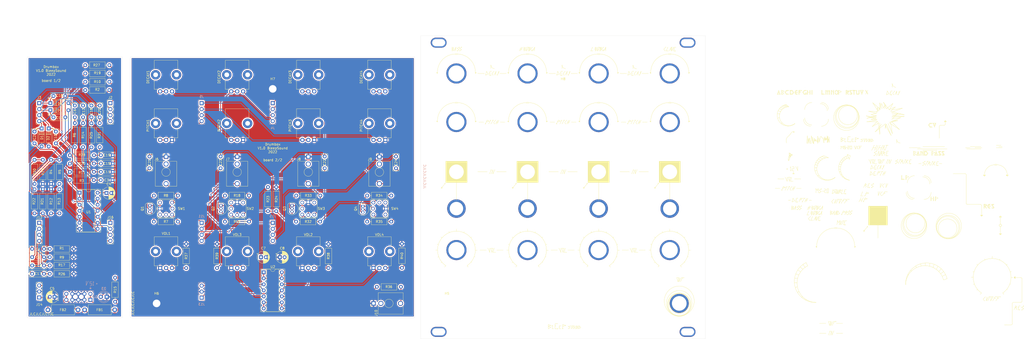
<source format=kicad_pcb>
(kicad_pcb (version 20211014) (generator pcbnew)
  (layers (0 "F.Cu" signal) (31 "B.Cu" signal) (34 "B.Paste" user) (35 "F.Paste" user) (36 "B.SilkS" user "B.Silkscreen") (37 "F.SilkS" user "F.Silkscreen") (38 "B.Mask" user) (39 "F.Mask" user) (44 "Edge.Cuts" user))
  (net 0 "")
  (net 1 "GND")
  (net 2 "Net-(C2-Pad1)")
  (net 3 "Net-(C3-Pad1)")
  (net 4 "O1")
  (net 5 "PIOut2")
  (net 6 "O2")
  (net 7 "PIOut3")
  (net 8 "O3")
  (net 9 "Net-(C11-Pad1)")
  (net 10 "PIOut4")
  (net 11 "O4")
  (net 12 "In1")
  (net 13 "Net-(C13-Pad2)")
  (net 14 "In2")
  (net 15 "In3")
  (net 16 "In4")
  (net 17 "+12V")
  (net 18 "-12V")
  (net 19 "Net-(C23-Pad2)")
  (net 20 "Net-(C24-Pad2)")
  (net 21 "Net-(D1-Pad2)")
  (net 22 "Net-(D2-Pad2)")
  (net 23 "Net-(D3-Pad2)")
  (net 24 "Net-(D4-Pad2)")
  (net 25 "Net-(D5-Pad2)")
  (net 26 "DEIn1")
  (net 27 "DEIn2")
  (net 28 "DEIn3")
  (net 29 "DEIn4")
  (net 30 "Net-(FB1-Pad2)")
  (net 31 "Net-(FB2-Pad2)")
  (net 32 "PIOut1")
  (net 38 "Out1")
  (net 39 "Net-(Q1-Pad2)")
  (net 40 "Net-(Q1-Pad3)")
  (net 41 "Net-(Q2-Pad2)")
  (net 42 "Net-(Q2-Pad3)")
  (net 43 "Net-(Q3-Pad2)")
  (net 44 "Net-(Q3-Pad3)")
  (net 45 "Net-(Q4-Pad2)")
  (net 46 "Net-(Q4-Pad3)")
  (net 47 "Net-(U2-Pad3)")
  (net 48 "Net-(U2-Pad10)")
  (net 49 "Net-(U2-Pad5)")
  (net 50 "Net-(U2-Pad12)")
  (net 51 "Net-(Q1-Pad1)")
  (net 52 "Net-(Q2-Pad1)")
  (net 53 "Net-(Q3-Pad1)")
  (net 54 "Net-(Q4-Pad1)")
  (net 55 "+5V")
  (net 64 "Net-(C1-Pad2)")
  (net 65 "Net-(C9-Pad2)")
  (net 66 "Net-(C10-Pad1)")
  (net 67 "Net-(C14-Pad1)")
  (net 68 "Net-(C15-Pad1)")
  (net 69 "Net-(C17-Pad2)")
  (net 70 "Net-(C18-Pad1)")
  (net 71 "Net-(C19-Pad1)")
  (net 72 "Net-(C21-Pad2)")
  (net 73 "Net-(C22-Pad2)")
  (net 74 "Net-(J10-PadT)")
  (footprint "Potentiometer_THT:Potentiometer_Bourns_PTV09A-1_Single_Vertical" (layer "F.Cu") (at 91 45.55 90)
    (fp_text reference "DECAY1")
    (fp_text value "470k")
  )
  (footprint "Capacitor_THT:C_Disc_D7.0mm_W2.5mm_P5.00mm" (layer "F.Cu") (at 46 56.5 180)
    (fp_text reference "C14")
    (fp_text value "12nF")
  )
  (footprint "Synth:PB01-109TL" (layer "F.Cu") (at 148.5 95)
    (fp_text reference "SW3")
    (fp_text value "SW_MEC_LOW_PROF_LED")
  )
  (footprint "Connector_PinHeader_2.54mm:PinHeader_1x04_P2.54mm_Vertical" (layer "F.Cu") (at 65 50.5)
    (fp_text reference "J2")
    (fp_text value "Conn_01x04_Male")
  )
  (footprint "Resistor_THT:R_Axial_DIN0207_L6.3mm_D2.5mm_P10.16mm_Horizontal" (layer "F.Cu") (at 64.58 41.5 180)
    (fp_text reference "R10")
    (fp_text value "150k")
  )
  (footprint "Resistor_THT:R_Axial_DIN0207_L6.3mm_D2.5mm_P10.16mm_Horizontal" (layer "F.Cu") (at 110 120.08 90)
    (fp_text reference "R39")
    (fp_text value "1M")
  )
  (footprint "Resistor_THT:R_Axial_DIN0207_L6.3mm_D2.5mm_P10.16mm_Horizontal" (layer "F.Cu") (at 187.58 128 180)
    (fp_text reference "R36")
    (fp_text value "1k")
  )
  (footprint "Potentiometer_THT:Potentiometer_Bourns_PTV09A-1_Single_Vertical" (layer "F.Cu") (at 91 66.05 90)
    (fp_text reference "PITCH1")
    (fp_text value "10k")
  )
  (footprint "MountingHole:MountingHole_3.2mm_M3" (layer "F.Cu") (at 84.5 135)
    (fp_text reference "H6")
    (fp_text value "SpacerHoles")
  )
  (footprint "Resistor_THT:R_Axial_DIN0207_L6.3mm_D2.5mm_P10.16mm_Horizontal" (layer "F.Cu") (at 40 86.84 -90)
    (fp_text reference "R12")
    (fp_text value "47k")
  )
  (footprint "Capacitor_THT:CP_Radial_D5.0mm_P2.00mm" (layer "F.Cu") (at 41.455113 132.225 180)
    (fp_text reference "C5")
    (fp_text value "10µ")
  )
  (footprint "Resistor_THT:R_Axial_DIN0207_L6.3mm_D2.5mm_P10.16mm_Horizontal" (layer "F.Cu") (at 93.5 89.5 180)
    (fp_text reference "R8")
    (fp_text value "100k")
  )
  (footprint "Resistor_THT:R_Axial_DIN0207_L6.3mm_D2.5mm_P10.16mm_Horizontal" (layer "F.Cu") (at 36.5 84.58 90)
    (fp_text reference "R29")
    (fp_text value "47k")
  )
  (footprint "Resistor_THT:R_Axial_DIN0207_L6.3mm_D2.5mm_P10.16mm_Horizontal" (layer "F.Cu") (at 67 134.305 90)
    (fp_text reference "R15")
    (fp_text value "2.2k")
  )
  (footprint "Resistor_THT:R_Axial_DIN0207_L6.3mm_D2.5mm_P10.16mm_Horizontal" (layer "F.Cu") (at 123.5 100.5 180)
    (fp_text reference "R16")
    (fp_text value "1k")
  )
  (footprint "Capacitor_THT:CP_Radial_D5.0mm_P2.00mm" (layer "F.Cu") (at 63.344888 88.425)
    (fp_text reference "C4")
    (fp_text value "10µ")
  )
  (footprint "Resistor_THT:R_Axial_DIN0207_L6.3mm_D2.5mm_P10.16mm_Horizontal" (layer "F.Cu") (at 58 83 180)
    (fp_text reference "R3")
    (fp_text value "68k")
  )
  (footprint "Inductor_THT:L_Axial_L9.5mm_D4.0mm_P12.70mm_Horizontal_Fastron_SMCC" (layer "F.Cu") (at 54.15 137.725)
    (fp_text reference "FB1")
    (fp_text value "10R")
  )
  (footprint "Capacitor_THT:C_Disc_D7.0mm_W2.5mm_P5.00mm" (layer "F.Cu") (at 61 72.5)
    (fp_text reference "C19")
    (fp_text value "56nF")
  )
  (footprint "Resistor_THT:R_Axial_DIN0207_L6.3mm_D2.5mm_P10.16mm_Horizontal" (layer "F.Cu") (at 53.5 58.92 -90)
    (fp_text reference "R14")
    (fp_text value "68k")
  )
  (footprint "Connector_PinHeader_2.54mm:PinHeader_1x03_P2.54mm_Vertical" (layer "F.Cu") (at 35 132.5 180)
    (fp_text reference "J14")
    (fp_text value "Conn_01x03_Male")
  )
  (footprint "Synth:Doepfer Mounting hole" (layer "F.Cu") (at 203.5 25)
    (fp_text reference "H1" hide)
    (fp_text value "MountingHole")
  )
  (footprint "Diode_THT:D_DO-35_SOD27_P7.62mm_Horizontal" (layer "F.Cu") (at 39.69 50.5)
    (fp_text reference "D5")
    (fp_text value "1N4148")
  )
  (footprint "Resistor_THT:R_Axial_DIN0207_L6.3mm_D2.5mm_P10.16mm_Horizontal" (layer "F.Cu") (at 153.5 100.5 180)
    (fp_text reference "R32")
    (fp_text value "1k")
  )
  (footprint "Synth:Doepfer Mounting hole" (layer "F.Cu") (at 308.5 25)
    (fp_text reference "H2" hide)
    (fp_text value "MountingHole")
  )
  (footprint "Resistor_THT:R_Axial_DIN0207_L6.3mm_D2.5mm_P10.16mm_Horizontal" (layer "F.Cu") (at 58.08 79.5 180)
    (fp_text reference "R11")
    (fp_text value "68k")
  )
  (footprint "Capacitor_THT:C_Disc_D7.0mm_W2.5mm_P5.00mm" (layer "F.Cu") (at 50 51.5 -90)
    (fp_text reference "C6")
    (fp_text value "47nF")
  )
  (footprint "Capacitor_THT:C_Disc_D7.0mm_W2.5mm_P5.00mm" (layer "F.Cu") (at 37 112 180)
    (fp_text reference "C1")
    (fp_text value "150nF")
  )
  (footprint "Resistor_THT:R_Axial_DIN0207_L6.3mm_D2.5mm_P10.16mm_Horizontal" (layer "F.Cu") (at 64.58 38 180)
    (fp_text reference "R19")
    (fp_text value "150k")
  )
  (footprint "Capacitor_THT:CP_Radial_D5.0mm_P2.00mm" (layer "F.Cu") (at 136.5 115.5)
    (fp_text reference "C8")
    (fp_text value "100n")
  )
  (footprint "Connector_Audio:Jack_3.5mm_QingPu_WQP-PJ398SM_Vertical_CircularHoles" (layer "F.Cu") (at 176.02 135 90)
    (fp_text reference "J10")
    (fp_text value "Main OUT")
  )
  (footprint "Resistor_THT:R_Axial_DIN0207_L6.3mm_D2.5mm_P10.16mm_Horizontal" (layer "F.Cu") (at 50 58.92 -90)
    (fp_text reference "R6")
    (fp_text value "68k")
  )
  (footprint "Resistor_THT:R_Axial_DIN0207_L6.3mm_D2.5mm_P10.16mm_Horizontal" (layer "F.Cu") (at 43.5 74.42 -90)
    (fp_text reference "R5")
    (fp_text value "27k")
  )
  (footprint "Potentiometer_THT:Potentiometer_Bourns_PTV09A-1_Single_Vertical" (layer "F.Cu") (at 151 120.05 90)
    (fp_text reference "VOL2")
    (fp_text value "10k")
  )
  (footprint "Inductor_THT:L_Axial_L9.5mm_D4.0mm_P12.70mm_Horizontal_Fastron_SMCC" (layer "F.Cu") (at 38.65 137.725)
    (fp_text reference "FB2")
    (fp_text value "10R")
  )
  (footprint "Package_TO_SOT_THT:TO-92_Inline" (layer "F.Cu") (at 141.64 93.73 -90)
    (fp_text reference "Q3")
    (fp_text value "2N3904")
  )
  (footprint "Potentiometer_THT:Potentiometer_Bourns_PTV09A-1_Single_Vertical" (layer "F.Cu") (at 151 45.55 90)
    (fp_text reference "DECAY3")
    (fp_text value "470k")
  )
  (footprint "Package_TO_SOT_THT:TO-92_Inline" (layer "F.Cu") (at 81.64 93.73 -90)
    (fp_text reference "Q1")
    (fp_text value "2N3904")
  )
  (footprint "Synth:Doepfer Mounting hole" (layer "F.Cu") (at 203.5 147)
    (fp_text reference "H3" hide)
    (fp_text value "MountingHole")
  )
  (footprint "Potentiometer_THT:Potentiometer_Bourns_PTV09A-1_Single_Vertical" (layer "F.Cu") (at 151 66.05 90)
    (fp_text reference "PITCH3")
    (fp_text value "10k")
  )
  (footprint "Potentiometer_THT:Potentiometer_Bourns_PTV09A-1_Single_Vertical" (layer "F.Cu") (at 121 45.55 90)
    (fp_text reference "DECAY2")
    (fp_text value "470k")
  )
  (footprint "Connector_Audio:Jack_3.5mm_QingPu_WQP-PJ398SM_Vertical_CircularHoles" (layer "F.Cu") (at 118.5 73.1)
    (fp_text reference "J7")
    (fp_text value "HBonga IN")
  )
  (footprint "MountingHole:MountingHole_3.2mm_M3" (layer "F.Cu") (at 207 135)
    (fp_text reference "H5")
    (fp_text value "SpacerHoles")
  )
  (footprint "Capacitor_THT:C_Disc_D7.0mm_W2.5mm_P5.00mm" (layer "F.Cu") (at 60.5 51.5 -90)
    (fp_text reference "C20")
    (fp_text value "1.5nF")
  )
  (footprint "Diode_THT:D_DO-35_SOD27_P7.62mm_Horizontal" (layer "F.Cu") (at 39 61.19 -90)
    (fp_text reference "D2")
    (fp_text value "1N4148")
  )
  (footprint "Capacitor_THT:C_Disc_D7.0mm_W2.5mm_P5.00mm" (layer "F.Cu") (at 61 76)
    (fp_text reference "C15")
    (fp_text value "39nF")
  )
  (footprint "Resistor_THT:R_Axial_DIN0207_L6.3mm_D2.5mm_P10.16mm_Horizontal" (layer "F.Cu") (at 60.5 58.92 -90)
    (fp_text reference "R31")
    (fp_text value "68k")
  )
  (footprint "Resistor_THT:R_Axial_DIN0207_L6.3mm_D2.5mm_P10.16mm_Horizontal" (layer "F.Cu") (at 58.08 72.5 180)
    (fp_text reference "R28")
    (fp_text value "68k")
  )
  (footprint "Connector_PinHeader_2.54mm:PinHeader_1x04_P2.54mm_Vertical" (layer "F.Cu") (at 35 101)
    (fp_text reference "J12")
    (fp_text value "Conn_01x04_Male")
  )
  (footprint "Capacitor_THT:C_Disc_D7.0mm_W2.5mm_P5.00mm" (layer "F.Cu") (at 53.5 51.5 -90)
    (fp_text reference "C12")
    (fp_text value "10nF")
  )
  (footprint "Package_DIP:DIP-14_W7.62mm_Socket" (layer "F.Cu") (at 129.7 121.875)
    (fp_text reference "U2")
    (fp_text value "TL074")
  )
  (footprint "Resistor_THT:R_Axial_DIN0207_L6.3mm_D2.5mm_P10.16mm_Horizontal" (layer "F.Cu") (at 123.5 89.5 180)
    (fp_text reference "R18")
    (fp_text value "100k")
  )
  (footprint "Capacitor_THT:CP_Radial_D5.0mm_P2.00mm" (layer "F.Cu") (at 128.544887 115.5)
    (fp_text reference "C7")
    (fp_text value "100n")
  )
  (footprint "Capacitor_THT:C_Disc_D7.0mm_W2.5mm_P5.00mm" (layer "F.Cu") (at 60.92 83)
    (fp_text reference "C3")
    (fp_text value "150nF")
  )
  (footprint "Connector_PinHeader_2.54mm:PinHeader_1x04_P2.54mm_Vertical" (layer "F.Cu") (at 65 101)
    (fp_text reference "J16")
    (fp_text value "Conn_01x04_Male")
  )
  (footprint "Capacitor_THT:C_Disc_D7.0mm_W2.5mm_P5.00mm" (layer "F.Cu") (at 81.5 73 -90)
    (fp_text reference "C21")
    (fp_text value ".1µF")
  )
  (footprint "Synth:PB01-109TL" (layer "F.Cu") (at 178.5 95 -90)
    (fp_text reference "SW4")
    (fp_text value "SW_MEC_LOW_PROF_LED")
  )
  (footprint "Resistor_THT:R_Axial_DIN0207_L6.3mm_D2.5mm_P10.16mm_Horizontal" (layer "F.Cu") (at 39.42 119)
    (fp_text reference "R17")
    (fp_text value "12k")
  )
  (footprint "Capacitor_THT:C_Disc_D7.0mm_W2.5mm_P5.00mm" (layer "F.Cu") (at 185.5 73 -90)
    (fp_text reference "C24")
    (fp_text value ".1µF")
  )
  (footprint "Capacitor_THT:C_Disc_D7.0mm_W2.5mm_P5.00mm" (layer "F.Cu") (at 111.5 73 -90)
    (fp_text reference "C23")
    (fp_text value ".1µF")
  )
  (footprint "Resistor_THT:R_Axial_DIN0207_L6.3mm_D2.5mm_P10.16mm_Horizontal" (layer "F.Cu") (at 43.5 97 90)
    (fp_text reference "R13")
    (fp_text value "27k")
  )
  (footprint "Capacitor_THT:C_Disc_D7.0mm_W2.5mm_P5.00mm" (layer "F.Cu") (at 57 51.5 -90)
    (fp_text reference "C16")
    (fp_text value "12nF")
  )
  (footprint "Connector_PinHeader_2.54mm:PinHeader_1x04_P2.54mm_Vertical" (layer "F.Cu") (at 35 50.5)
    (fp_text reference "J3")
    (fp_text value "Conn_01x04_Male")
  )
  (footprint "Synth:PB01-109TL" (layer "F.Cu") (at 118.5 95)
    (fp_text reference "SW2")
    (fp_text value "SW_MEC_LOW_PROF_LED")
  )
  (footprint "Resistor_THT:R_Axial_DIN0207_L6.3mm_D2.5mm_P10.16mm_Horizontal" (layer "F.Cu") (at 39.42 115.5)
    (fp_text reference "R9")
    (fp_text value "12k")
  )
  (footprint "Capacitor_THT:C_Disc_D7.0mm_W2.5mm_P5.00mm" (layer "F.Cu") (at 37 119 180)
    (fp_text reference "C13")
    (fp_text value "39nF")
  )
  (footprint "Potentiometer_THT:Potentiometer_Bourns_PTV09A-1_Single_Vertical" (layer "F.Cu") (at 181 66.05 90)
    (fp_text reference "PITCH4")
    (fp_text value "10k")
  )
  (footprint "Resistor_THT:R_Axial_DIN0207_L6.3mm_D2.5mm_P10.16mm_Horizontal" (layer "F.Cu") (at 93.5 100.5 180)
    (fp_text reference "R7")
    (fp_text value "1k")
  )
  (footprint "Resistor_THT:R_Axial_DIN0207_L6.3mm_D2.5mm_P10.16mm_Horizontal" (layer "F.Cu") (at 188 120 90)
    (fp_text reference "R40")
    (fp_text value "1M")
  )
  (footprint "Connector_Audio:Jack_3.5mm_QingPu_WQP-PJ398SM_Vertical_CircularHoles" (layer "F.Cu") (at 148.5 73.1)
    (fp_text reference "J8")
    (fp_text value "LBonga IN")
  )
  (footprint "Potentiometer_THT:Potentiometer_Bourns_PTV09A-1_Single_Vertical" (layer "F.Cu") (at 121 120.05 90)
    (fp_text reference "VOL3")
    (fp_text value "10k")
  )
  (footprint "Resistor_THT:R_Axial_DIN0207_L6.3mm_D2.5mm_P10.16mm_Horizontal" (layer "F.Cu") (at 58.08 76 180)
    (fp_text reference "R20")
    (fp_text value "68k")
  )
  (footprint "Connector_Audio:Jack_3.5mm_QingPu_WQP-PJ398SM_Vertical_CircularHoles" (layer "F.Cu") (at 178.5 73.1)
    (fp_text reference "J9")
    (fp_text value "Clave IN")
  )
  (footprint "Resistor_THT:R_Axial_DIN0207_L6.3mm_D2.5mm_P10.16mm_Horizontal" (layer "F.Cu") (at 57 59 -90)
    (fp_text reference "R25")
    (fp_text value "68k")
  )
  (footprint "Resistor_THT:R_Axial_DIN0207_L6.3mm_D2.5mm_P10.16mm_Horizontal" (layer "F.Cu") (at 135 96.08 90)
    (fp_text reference "R24")
    (fp_text value "33k")
  )
  (footprint "Synth:PB01-109TL" (layer "F.Cu") (at 88.5 95 90)
    (fp_text reference "SW1")
    (fp_text value "SW_MEC_LOW_PROF_LED")
  )
  (footprint "Synth:Doepfer Mounting hole" (layer "F.Cu") (at 308.5 147)
    (fp_text reference "H4" hide)
    (fp_text value "MountingHole")
  )
  (footprint "Diode_THT:D_DO-35_SOD27_P7.62mm_Horizontal" (layer "F.Cu") (at 36 61.19 -90)
    (fp_text reference "D1")
    (fp_text value "1N4148")
  )
  (footprint "Capacitor_THT:C_Disc_D7.0mm_W2.5mm_P5.00mm" (layer "F.Cu") (at 33 67.5 90)
    (fp_text reference "C2")
    (fp_text value "47nF")
  )
  (footprint "MountingHole:MountingHole_3.2mm_M3" (layer "F.Cu") (at 256 44.5)
    (fp_text reference "H8")
    (fp_text value "SpacerHoles")
  )
  (footprint "Capacitor_THT:C_Disc_D7.0mm_W2.5mm_P5.00mm" (layer "F.Cu") (at 46 47.5 180)
    (fp_text reference "C18")
    (fp_text value "1.5nF")
  )
  (footprint "Package_TO_SOT_THT:TO-92_Inline" (layer "F.Cu") (at 111.64 93.73 -90)
    (fp_text reference "Q2")
    (fp_text value "2N3904")
  )
  (footprint "Resistor_THT:R_Axial_DIN0207_L6.3mm_D2.5mm_P10.16mm_Horizontal" (layer "F.Cu") (at 131.5 85.92 -90)
    (fp_text reference "R23")
    (fp_text value "47k")
  )
  (footprint "Resistor_THT:R_Axial_DIN0207_L6.3mm_D2.5mm_P10.16mm_Horizontal" (layer "F.Cu") (at 40 84.58 90)
    (fp_text reference "R4")
    (fp_text value "47k")
  )
  (footprint "Potentiometer_THT:Potentiometer_Bourns_PTV09A-1_Single_Vertical" (layer "F.Cu") (at 121 66.05 90)
    (fp_text reference "PITCH2")
    (fp_text value "10k")
  )
  (footprint "Resistor_THT:R_Axial_DIN0207_L6.3mm_D2.5mm_P10.16mm_Horizontal" (layer "F.Cu") (at 36.5 86.84 -90)
    (fp_text reference "R21")
    (fp_text value "47k")
  )
  (footprint "Resistor_THT:R_Axial_DIN0207_L6.3mm_D2.5mm_P10.16mm_Horizontal" (layer "F.Cu") (at 183.5 100.5 180)
    (fp_text reference "R35")
    (fp_text value "100k")
  )
  (footprint "Package_DIP:DIP-14_W7.62mm_Socket" (layer "F.Cu") (at 52 88.3)
    (fp_text reference "U1")
    (fp_text value "4011")
  )
  (footprint "Capacitor_THT:C_Disc_D7.0mm_W2.5mm_P5.00mm" (layer "F.Cu") (at 42 67.5 90)
    (fp_text reference "C10")
    (fp_text value "10nF")
  )
  (footprint "Resistor_THT:R_Axial_DIN0207_L6.3mm_D2.5mm_P10.16mm_Horizontal" (layer "F.Cu") (at 64.58 45 180)
    (fp_text reference "R2")
    (fp_text value "150k")
  )
  (footprint "Resistor_THT:R_Axial_DIN0207_L6.3mm_D2.5mm_P10.16mm_Horizontal" (layer "F.Cu") (at 33 97 90)
    (fp_text reference "R22")
    (fp_text value "27k")
  )
  (footprint "Capacitor_THT:C_Disc_D7.0mm_W2.5mm_P5.00mm" (layer "F.Cu") (at 155.42 73 -90)
    (fp_text reference "C22")
    (fp_text value ".1µF")
  )
  (footprint "Capacitor_THT:C_Disc_D7.0mm_W2.5mm_P5.00mm" (layer "F.Cu") (at 37 115.5 180)
    (fp_text reference "C9")
    (fp_text value "33nF")
  )
  (footprint "Capacitor_THT:C_Disc_D7.0mm_W2.5mm_P5.00mm" (layer "F.Cu") (at 61 79.5)
    (fp_text reference "C11")
    (fp_text value "33nF")
  )
  (footprint "Resistor_THT:R_Axial_DIN0207_L6.3mm_D2.5mm_P10.16mm_Horizontal" (layer "F.Cu") (at 183.5 89.5 180)
    (fp_text reference "R34")
    (fp_text value "1k")
  )
  (footprint "Resistor_THT:R_Axial_DIN0207_L6.3mm_D2.5mm_P10.16mm_Horizontal" (layer "F.Cu") (at 39.42 122.5)
    (fp_text reference "R26")
    (fp_text value "12k")
  )
  (footprint "Resistor_THT:R_Axial_DIN0207_L6.3mm_D2.5mm_P10.16mm_Horizontal" (layer "F.Cu") (at 157 120.08 90)
    (fp_text reference "R38")
    (fp_text value "1M")
  )
  (footprint "Resistor_THT:R_Axial_DIN0207_L6.3mm_D2.5mm_P10.16mm_Horizontal" (layer "F.Cu") (at 39.42 112)
    (fp_text reference "R1")
    (fp_text value "12k")
  )
  (footprint "Package_TO_SOT_THT:TO-92_Inline" (layer "F.Cu") (at 171.5 94 -90)
    (fp_text reference "Q4")
    (fp_text value "2N3904")
  )
  (footprint "Capacitor_THT:C_Disc_D7.0mm_W2.5mm_P5.00mm" (layer "F.Cu") (at 37 122.5 180)
    (fp_text reference "C17")
    (fp_text value "4.7nF")
  )
  (footprint "Resistor_THT:R_Axial_DIN0207_L6.3mm_D2.5mm_P10.16mm_Horizontal" (layer "F.Cu") (at 64.58 34.5 180)
    (fp_text reference "R27")
    (fp_text value "150k")
  )
  (footprint "Potentiometer_THT:Potentiometer_Bourns_PTV09A-1_Single_Vertical" (layer "F.Cu") (at 181 45.55 90)
    (fp_text reference "DECAY4")
    (fp_text value "470k")
  )
  (footprint "Diode_THT:D_DO-35_SOD27_P7.62mm_Horizontal" (layer "F.Cu") (at 39.69 53.5)
    (fp_text reference "D4")
    (fp_text value "1N4148")
  )
  (footprint "Potentiometer_THT:Potentiometer_Bourns_PTV09A-1_Single_Vertical" (layer "F.Cu") (at 91 120.05 90)
    (fp_text reference "VOL1")
    (fp_text value "10k")
  )
  (footprint "Potentiometer_THT:Potentiometer_Bourns_PTV09A-1_Single_Vertical" (layer "F.Cu") (at 181 120.05 90)
    (fp_text reference "VOL4")
    (fp_text value "10k")
  )
  (footprint "MountingHole:MountingHole_3.2mm_M3" (layer "F.Cu") (at 133.5 44.5)
    (fp_text reference "H7")
    (fp_text value "SpacerHoles")
  )
  (footprint "Resistor_THT:R_Axial_DIN0207_L6.3mm_D2.5mm_P10.16mm_Horizontal" (layer "F.Cu") (at 153.58 89.5 180)
    (fp_text reference "R33")
    (fp_text value "100k")
  )
  (footprint "Resistor_THT:R_Axial_DIN0207_L6.3mm_D2.5mm_P10.16mm_Horizontal" (layer "F.Cu") (at 33 74.42 -90)
    (fp_text reference "R30")
    (fp_text value "27k")
  )
  (footprint "Connector_Audio:Jack_3.5mm_QingPu_WQP-PJ398SM_Vertical_CircularHoles" (layer "F.Cu") (at 88.5 73.1)
    (fp_text reference "J6")
    (fp_text value "Bass IN")
  )
  (footprint "Resistor_THT:R_Axial_DIN0207_L6.3mm_D2.5mm_P10.16mm_Horizontal" (layer "F.Cu") (at 97 120.08 90)
    (fp_text reference "R37")
    (fp_text value "1M")
  )
  (footprint "Connector_PinSocket_2.54mm:PinSocket_1x04_P2.54mm_Vertical" (layer "B.Cu") (at 133.5 101 180)
    (fp_text reference "J15")
    (fp_text value "Conn_01x04_Female")
  )
  (footprint "LED_THT:LED_D4.0mm" (layer "B.Cu") (at 63.5 132.225 180)
    (fp_text reference "D3")
    (fp_text value "LED-12V")
  )
  (footprint "Connector_PinSocket_2.54mm:PinSocket_1x04_P2.54mm_Vertical" (layer "B.Cu") (at 103.5 101 180)
    (fp_text reference "J11")
    (fp_text value "Conn_01x04_Female")
  )
  (footprint "Connector_PinSocket_2.54mm:PinSocket_1x04_P2.54mm_Vertical" (layer "B.Cu") (at 133.5 50.5 180)
    (fp_text reference "J4")
    (fp_text value "Conn_01x04_Female")
  )
  (footprint "Connector_PinSocket_2.54mm:PinSocket_1x04_P2.54mm_Vertical" (layer "B.Cu") (at 103.5 50.5 180)
    (fp_text reference "J5")
    (fp_text value "Conn_01x04_Female")
  )
  (footprint "Connector_PinSocket_2.54mm:PinSocket_1x03_P2.54mm_Vertical" (layer "B.Cu") (at 103.5 132.58)
    (fp_text reference "J13")
    (fp_text value "Conn_01x03_Female")
  )
  (footprint "Connector_PinHeader_2.54mm:PinHeader_2x05_P2.54mm_Vertical" (layer "B.Cu") (at 56.575 133.5 90)
    (fp_text reference "J1")
    (fp_text value "Power Input")
  )
  (gr_line (start 56.4 127.4) (end 57.2 127.4) (layer "B.SilkS") (width 0.12))
  (gr_line (start 59 126.7) (end 59.6 126.7) (layer "B.SilkS") (width 0.12))
  (gr_line (start 55.7 125.7) (end 55.6 125.7) (layer "B.SilkS") (width 0.12))
  (gr_line (start 57.6 127.4) (end 57.8 127.4) (layer "B.SilkS") (width 0.12))
  (gr_line (start 56.4 125.8) (end 57.2 125.8) (layer "B.SilkS") (width 0.12))
  (gr_line (start 59.3 127) (end 59.3 126.4) (layer "B.SilkS") (width 0.12))
  (gr_line (start 56.4 126.6) (end 56.4 125.8) (layer "B.SilkS") (width 0.12))
  (gr_line (start 57.8 125.8) (end 58.1 126.1) (layer "B.SilkS") (width 0.12))
  (gr_line (start 54.8 127.4) (end 55.6 125.7) (layer "B.SilkS") (width 0.12))
  (gr_line (start 57.8 127.4) (end 58 127.4) (layer "B.SilkS") (width 0.12))
  (gr_line (start 54.8 125.7) (end 54.8 127.4) (layer "B.SilkS") (width 0.12))
  (gr_line (start 54.9 125.7) (end 54.8 125.7) (layer "B.SilkS") (width 0.12))
  (gr_line (start 57.2 127.4) (end 57.2 126.6) (layer "B.SilkS") (width 0.12))
  (gr_line (start 57.8 127.4) (end 57.8 125.8) (layer "B.SilkS") (width 0.12))
  (gr_line (start 56.6 127.8) (end 56.6 128.8) (layer "B.SilkS") (width 0.12))
  (gr_poly (pts (xy 56.6 128.8) (xy 57 128.6) (xy 56.2 128.6)) (layer "B.SilkS") (width 0.12) (fill solid))
  (gr_line (start 57.2 126.6) (end 56.4 126.6) (layer "B.SilkS") (width 0.12))
  (gr_line (start 351.45 83.5) (end 350.95 81.8) (layer "F.SilkS") (width 0.12))
  (gr_line (start 241 82.75) (end 241 91.5) (layer "F.SilkS") (width 0.12))
  (gr_line (start 211 82.75) (end 211 91.5) (layer "F.SilkS") (width 0.12))
  (gr_line (start 370.05 142.65) (end 370.75 142.65) (layer "F.SilkS") (width 0.12))
  (gr_line (start 368.45 144.35) (end 367.95 142.65) (layer "F.SilkS") (width 0.12))
  (gr_line (start 367.95 142.65) (end 368.85 142.65) (layer "F.SilkS") (width 0.12))
  (gr_line (start 369.15 142.65) (end 368.85 144.35) (layer "F.SilkS") (width 0.12))
  (gr_line (start 368.85 144.35) (end 369.85 142.65) (layer "F.SilkS") (width 0.12))
  (gr_line (start 368.85 142.65) (end 368.45 144.35) (layer "F.SilkS") (width 0.12))
  (gr_line (start 370.45 142.65) (end 369.45 144.35) (layer "F.SilkS") (width 0.12))
  (gr_circle (center 234.75 86.25) (end 234.75 86) (layer "F.SilkS") (width 0.12) (fill none))
  (gr_line (start 234.75 86.25) (end 236.25 84.35) (layer "F.SilkS") (width 0.12))
  (gr_line (start 236.25 84.35) (end 235.95 84.35) (layer "F.SilkS") (width 0.12))
  (gr_line (start 236.25 84.35) (end 236.25 84.65) (layer "F.SilkS") (width 0.12))
  (gr_line (start 368.7 146.65) (end 368.5 146.75) (layer "F.SilkS") (width 0.12))
  (gr_line (start 368.6 148.35) (end 369.4 146.65) (layer "F.SilkS") (width 0.12))
  (gr_line (start 368.6 148.35) (end 368.5 148.35) (layer "F.SilkS") (width 0.12))
  (gr_line (start 369.4 146.65) (end 369.4 148.35) (layer "F.SilkS") (width 0.12))
  (gr_line (start 368.7 146.65) (end 368.8 146.85) (layer "F.SilkS") (width 0.12))
  (gr_line (start 369.4 148.35) (end 370.2 146.65) (layer "F.SilkS") (width 0.12))
  (gr_line (start 367.9 148.35) (end 368.7 146.65) (layer "F.SilkS") (width 0.12))
  (gr_line (start 370.2 146.65) (end 370.1 146.65) (layer "F.SilkS") (width 0.12))
  (gr_line (start 408.7 75.1) (end 408.7 75.3) (layer "F.SilkS") (width 0.12))
  (gr_line (start 408.7 76.1) (end 407.7 76.8) (layer "F.SilkS") (width 0.12))
  (gr_line (start 408.7 75.1) (end 407.7 75.7) (layer "F.SilkS") (width 0.12))
  (gr_line (start 407.7 76.8) (end 407.7 76.6) (layer "F.SilkS") (width 0.12))
  (gr_line (start 407.7 76.8) (end 407.9 76.8) (layer "F.SilkS") (width 0.12))
  (gr_line (start 409.8 75.1) (end 408.8 76.8) (layer "F.SilkS") (width 0.12))
  (gr_line (start 407.7 75.7) (end 408.7 76.1) (layer "F.SilkS") (width 0.12))
  (gr_line (start 410.9 75.7) (end 410.2 75.8) (layer "F.SilkS") (width 0.12))
  (gr_line (start 410.8 76.3) (end 410.6 76.8) (layer "F.SilkS") (width 0.12))
  (gr_line (start 410.5 75.1) (end 410.9 75.7) (layer "F.SilkS") (width 0.12))
  (gr_line (start 409.4 75.1) (end 410.1 75.1) (layer "F.SilkS") (width 0.12))
  (gr_line (start 410.5 75.1) (end 409.7 76.8) (layer "F.SilkS") (width 0.12))
  (gr_line (start 408.7 75.1) (end 408.5 75.1) (layer "F.SilkS") (width 0.12))
  (gr_line (start 410.2 75.8) (end 410.8 76.3) (layer "F.SilkS") (width 0.12))
  (gr_line (start 411.1 76.8) (end 411.9 75.1) (layer "F.SilkS") (width 0.12))
  (gr_arc (start 413.6 75.6) (mid 413.717157 75.317157) (end 414 75.2) (layer "F.SilkS") (width 0.12))
  (gr_line (start 414.2 76.8) (end 414 77) (layer "F.SilkS") (width 0.12))
  (gr_line (start 413.6 76) (end 413.9 76) (layer "F.SilkS") (width 0.12))
  (gr_line (start 413.4 76.8) (end 414.1 76.8) (layer "F.SilkS") (width 0.12))
  (gr_line (start 414 75.2) (end 414.4 75.2) (layer "F.SilkS") (width 0.12))
  (gr_line (start 413.6 75.6) (end 413.4 76.8) (layer "F.SilkS") (width 0.12))
  (gr_line (start 412.2 76.1) (end 413.1 75.2) (layer "F.SilkS") (width 0.12))
  (gr_line (start 411.9 75.1) (end 411.7 75.2) (layer "F.SilkS") (width 0.12))
  (gr_line (start 411.8 76.8) (end 412.6 75.1) (layer "F.SilkS") (width 0.12))
  (gr_line (start 411.9 75.1) (end 412 75.3) (layer "F.SilkS") (width 0.12))
  (gr_line (start 412.2 76.1) (end 412.7 76.4) (layer "F.SilkS") (width 0.12))
  (gr_line (start 412.7 76.4) (end 412.7 76.8) (layer "F.SilkS") (width 0.12))
  (gr_line (start 414.2 76.8) (end 414 76.6) (layer "F.SilkS") (width 0.12))
  (gr_line (start 395.4 47) (end 395.5 46.9) (layer "F.SilkS") (width 0.12))
  (gr_line (start 395.9 45.4) (end 395.1 46.3) (layer "F.SilkS") (width 0.12))
  (gr_line (start 397.7 46.3) (end 397.7 45.4) (layer "F.SilkS") (width 0.12))
  (gr_line (start 392.4 47) (end 393.5 46.5) (layer "F.SilkS") (width 0.12))
  (gr_line (start 395.1 46.3) (end 395.4 47) (layer "F.SilkS") (width 0.12))
  (gr_line (start 392.8 45.4) (end 392.4 47) (layer "F.SilkS") (width 0.12))
  (gr_line (start 393.5 46.5) (end 392.8 45.4) (layer "F.SilkS") (width 0.12))
  (gr_line (start 397.7 46.3) (end 398.2 45.4) (layer "F.SilkS") (width 0.12))
  (gr_line (start 395.9 45.4) (end 396 45.5) (layer "F.SilkS") (width 0.12))
  (gr_line (start 397.3 47) (end 397.3 46.8) (layer "F.SilkS") (width 0.12))
  (gr_line (start 397.3 47) (end 397.5 46.9) (layer "F.SilkS") (width 0.12))
  (gr_arc (start 394.1 45.8) (mid 394.217157 45.517157) (end 394.5 45.4) (layer "F.SilkS") (width 0.12))
  (gr_line (start 393.9 47) (end 394.6 47) (layer "F.SilkS") (width 0.12))
  (gr_line (start 394.7 47) (end 394.5 46.8) (layer "F.SilkS") (width 0.12))
  (gr_line (start 396.7 46.2) (end 396.4 46.2) (layer "F.SilkS") (width 0.12))
  (gr_line (start 394.5 45.4) (end 394.9 45.4) (layer "F.SilkS") (width 0.12))
  (gr_line (start 394.1 45.8) (end 393.9 47) (layer "F.SilkS") (width 0.12))
  (gr_line (start 396.8 45.4) (end 396.7 47) (layer "F.SilkS") (width 0.12))
  (gr_line (start 394.7 47) (end 394.5 47.2) (layer "F.SilkS") (width 0.12))
  (gr_line (start 394.1 46.2) (end 394.4 46.2) (layer "F.SilkS") (width 0.12))
  (gr_line (start 396.8 45.4) (end 396 47) (layer "F.SilkS") (width 0.12))
  (gr_line (start 397.7 46.3) (end 397.3 47) (layer "F.SilkS") (width 0.12))
  (gr_line (start 366.9 147.65) (end 364.2 147.65) (layer "F.SilkS") (width 0.12))
  (gr_line (start 414.7 76) (end 415.8 76) (layer "F.SilkS") (width 0.12))
  (gr_line (start 407.1 76) (end 406 76) (layer "F.SilkS") (width 0.12))
  (gr_line (start 358.8 90.6) (end 357.9 92.2) (layer "F.SilkS") (width 0.12))
  (gr_line (start 359.3 90.6) (end 358.4 92.2) (layer "F.SilkS") (width 0.12))
  (gr_line (start 353 90.6) (end 352.6 92.2) (layer "F.SilkS") (width 0.12))
  (gr_line (start 356.9 92.2) (end 357.1 92.1) (layer "F.SilkS") (width 0.12))
  (gr_line (start 354.1 92.2) (end 354.8 92.2) (layer "F.SilkS") (width 0.12))
  (gr_line (start 354.3 91.4) (end 354.6 91.4) (layer "F.SilkS") (width 0.12))
  (gr_line (start 358.2 91.4) (end 359 91.4) (layer "F.SilkS") (width 0.12))
  (gr_line (start 353.7 91.7) (end 353 90.6) (layer "F.SilkS") (width 0.12))
  (gr_line (start 356.9 90.6) (end 356.6 91.2) (layer "F.SilkS") (width 0.12))
  (gr_line (start 356.9 92.2) (end 356.9 92) (layer "F.SilkS") (width 0.12))
  (gr_line (start 357.8 90.6) (end 356.9 92.2) (layer "F.SilkS") (width 0.12))
  (gr_line (start 356.6 91.2) (end 355.8 91.2) (layer "F.SilkS") (width 0.12))
  (gr_line (start 354.3 91) (end 354.1 92.2) (layer "F.SilkS") (width 0.12))
  (gr_arc (start 354.3 91) (mid 354.417157 90.717157) (end 354.7 90.6) (layer "F.SilkS") (width 0.12))
  (gr_line (start 354.7 90.6) (end 355.1 90.6) (layer "F.SilkS") (width 0.12))
  (gr_line (start 354.9 92.2) (end 354.7 92) (layer "F.SilkS") (width 0.12))
  (gr_line (start 354.9 92.2) (end 354.7 92.4) (layer "F.SilkS") (width 0.12))
  (gr_line (start 357.3 90.6) (end 358.2 90.6) (layer "F.SilkS") (width 0.12))
  (gr_line (start 356.2 90.6) (end 355.5 92.2) (layer "F.SilkS") (width 0.12))
  (gr_line (start 352.6 92.2) (end 353.7 91.7) (layer "F.SilkS") (width 0.12))
  (gr_line (start 356 90.6) (end 356.9 90.6) (layer "F.SilkS") (width 0.12))
  (gr_line (start 352 91.5) (end 351 91.5) (layer "F.SilkS") (width 0.12))
  (gr_line (start 359.8 91.5) (end 360.8 91.5) (layer "F.SilkS") (width 0.12))
  (gr_line (start 355.6 93.9) (end 355.6 94.1) (layer "F.SilkS") (width 0.12))
  (gr_line (start 394.147299 58.388432) (end 394.897299 63.388432) (layer "F.SilkS") (width 0.12))
  (gr_line (start 366.047299 65.138432) (end 366.347299 66.238432) (layer "F.SilkS") (width 0.12))
  (gr_line (start 378.647299 45.338432) (end 378.847299 45.338432) (layer "F.SilkS") (width 0.12))
  (gr_line (start 390.047299 74.338432) (end 389.747299 76.038432) (layer "F.SilkS") (width 0.12))
  (gr_line (start 438.322299 132.888432) (end 438.422299 132.788432) (layer "F.SilkS") (width 0.12))
  (gr_line (start 430.497299 118.488432) (end 430.907299 118.838432) (layer "F.SilkS") (width 0.12))
  (gr_line (start 360.2 96.9) (end 360.4 96.9) (layer "F.SilkS") (width 0.12))
  (gr_line (start 252.6 145.7) (end 253.8 145.7) (layer "F.SilkS") (width 0.12))
  (gr_line (start 358.9 97.7) (end 359.8 97.7) (layer "F.SilkS") (width 0.12))
  (gr_line (start 372.85 101.85) (end 373.85 100.15) (layer "F.SilkS") (width 0.12))
  (gr_line (start 376.047299 69.838432) (end 376.147299 69.738432) (layer "F.SilkS") (width 0.12))
  (gr_line (start 363.6 100) (end 364.3 100) (layer "F.SilkS") (width 0.12))
  (gr_line (start 269.525 28.5) (end 270.325 28) (layer "F.SilkS") (width 0.12))
  (gr_line (start 366.047299 67.238432) (end 366.047299 65.138432) (layer "F.SilkS") (width 0.12))
  (gr_poly (pts (xy 433.247299 80.838432) (xy 434.247299 80.838432) (xy 433.747299 81.338432)) (layer "F.SilkS") (width 0.1) (fill solid))
  (gr_line (start 357.347299 45.938432) (end 357.947299 46.838432) (layer "F.SilkS") (width 0.12))
  (gr_line (start 382.950852 104.441985) (end 384.450852 102.541985) (layer "F.SilkS") (width 0.12))
  (gr_line (start 366.097299 87.488432) (end 366.097299 87.988432) (layer "F.SilkS") (width 0.12))
  (gr_line (start 372.8 100.15) (end 372.1 100.9) (layer "F.SilkS") (width 0.12))
  (gr_line (start 354.9 124.5) (end 353.7 124.4) (layer "F.SilkS") (width 0.12))
  (gr_line (start 349.447299 52.438432) (end 348.447299 51.838432) (layer "F.SilkS") (width 0.12))
  (gr_line (start 438.747299 68.338432) (end 440.747299 68.338432) (layer "F.SilkS") (width 0.12))
  (gr_arc (start 408.247299 81.138432) (mid 410.368619 82.017112) (end 411.247299 84.138432) (layer "F.SilkS") (width 0.12))
  (gr_line (start 360.7 96.1) (end 360.7 97.7) (layer "F.SilkS") (width 0.12))
  (gr_line (start 234.5 117.872083) (end 234.85 117.582083) (layer "F.SilkS") (width 0.12))
  (gr_line (start 353.847299 45.638432) (end 353.847299 46.338432) (layer "F.SilkS") (width 0.12))
  (gr_line (start 366.747299 66.238432) (end 366.847299 65.338432) (layer "F.SilkS") (width 0.12))
  (gr_line (start 449.397299 136.688432) (end 450.297299 137.188432) (layer "F.SilkS") (width 0.12))
  (gr_line (start 353.4 78.2) (end 352.6 78.2) (layer "F.SilkS") (width 0.12))
  (gr_line (start 412.097299 119.888432) (end 412.497299 118.588432) (layer "F.SilkS") (width 0.12))
  (gr_line (start 383.647299 45.038432) (end 383.647299 45.338432) (layer "F.SilkS") (width 0.12))
  (gr_line (start 228.2 38.7) (end 228.4 38.6) (layer "F.SilkS") (width 0.12))
  (gr_line (start 377.547299 46.038432) (end 377.447299 45.838432) (layer "F.SilkS") (width 0.12))
  (gr_line (start 374.8 100.5) (end 374.3 101.85) (layer "F.SilkS") (width 0.12))
  (gr_arc (start 374.8 100.5) (mid 374.997762 100.250375) (end 375.3 100.15) (layer "F.SilkS") (width 0.12))
  (gr_line (start 394.897299 55.638432) (end 399.897299 56.138432) (layer "F.SilkS") (width 0.12))
  (gr_line (start 348.425 87.2) (end 348.225 87.3) (layer "F.SilkS") (width 0.12))
  (gr_line (start 369.147299 46.838432) (end 369.147299 45.138432) (layer "F.SilkS") (width 0.12))
  (gr_poly (pts (xy 232.6 58.1) (xy 233 58.1) (xy 233 58.5)) (layer "F.SilkS") (width 0.12) (fill solid))
  (gr_line (start 256.9 111.8) (end 256.8 111.8) (layer "F.SilkS") (width 0.12))
  (gr_line (start 354.447299 46.838432) (end 353.847299 46.038432) (layer "F.SilkS") (width 0.12))
  (gr_line (start 376.247299 46.838432) (end 375.647299 46.138432) (layer "F.SilkS") (width 0.12))
  (gr_line (start 415.947299 70.838432) (end 415.747299 71.138432) (layer "F.SilkS") (width 0.12))
  (gr_line (start 385.897299 55.388432) (end 388.147299 55.888432) (layer "F.SilkS") (width 0.12))
  (gr_line (start 270.325 27.3) (end 269.525 26.9) (layer "F.SilkS") (width 0.12))
  (gr_poly (pts (xy 279 38) (xy 279 37.6) (xy 279.4 37.6)) (layer "F.SilkS") (width 0.12) (fill solid))
  (gr_line (start 375.597299 95.988432) (end 375.497299 97.588432) (layer "F.SilkS") (width 0.12))
  (gr_line (start 239.5 27.7) (end 240.3 27.3) (layer "F.SilkS") (width 0.12))
  (gr_line (start 384.297299 90.888432) (end 383.097299 91.188432) (layer "F.SilkS") (width 0.12))
  (gr_line (start 364.5 93.9) (end 364.6 94) (layer "F.SilkS") (width 0.12))
  (gr_line (start 404.947299 71.138432) (end 404.047299 70.838432) (layer "F.SilkS") (width 0.12))
  (gr_line (start 377.747299 69.838432) (end 377.747299 68.638432) (layer "F.SilkS") (width 0.12))
  (gr_line (start 447.397299 136.588432) (end 446.697299 136.688432) (layer "F.SilkS") (width 0.12))
  (gr_line (start 414.547299 71.038432) (end 414.947299 71.538432) (layer "F.SilkS") (width 0.12))
  (gr_line (start 373.497299 87.288432) (end 372.897299 86.988432) (layer "F.SilkS") (width 0.12))
  (gr_line (start 392.947299 76.038432) (end 393.747299 74.338432) (layer "F.SilkS") (width 0.12))
  (gr_line (start 381.347299 45.138432) (end 382.047299 46.838432) (layer "F.SilkS") (width 0.12))
  (gr_line (start 390.597299 84.488432) (end 390.497299 84.488432) (layer "F.SilkS") (width 0.12))
  (gr_arc (start 211.5 50.3) (mid 216.850137 52.661407) (end 219 58.1) (layer "F.SilkS") (width 0.12))
  (gr_line (start 226.9 111.8) (end 226.8 111.8) (layer "F.SilkS") (width 0.12))
  (gr_line (start 255.7 78.65) (end 255.8 78.85) (layer "F.SilkS") (width 0.12))
  (gr_line (start 402.697299 120.988432) (end 402.897299 121.388432) (layer "F.SilkS") (width 0.12))
  (gr_line (start 388.347299 68.338432) (end 388.247299 68.338432) (layer "F.SilkS") (width 0.12))
  (gr_line (start 376.747299 74.238432) (end 375.847299 72.138432) (layer "F.SilkS") (width 0.12))
  (gr_line (start 358.447299 45.338432) (end 358.647299 45.138432) (layer "F.SilkS") (width 0.12))
  (gr_poly (pts (xy 417.747299 58.338432) (xy 416.747299 58.338432) (xy 417.247299 57.838432)) (layer "F.SilkS") (width 0.1) (fill solid))
  (gr_line (start 363.966305 81.028392) (end 363.366305 81.128392) (layer "F.SilkS") (width 0.12))
  (gr_line (start 415.247299 72.338432) (end 414.847299 71.838432) (layer "F.SilkS") (width 0.12))
  (gr_line (start 385.247299 66.838432) (end 386.047299 65.638432) (layer "F.SilkS") (width 0.12))
  (gr_line (start 401.247299 75.638432) (end 401.247299 76.038432) (layer "F.SilkS") (width 0.12))
  (gr_line (start 388.747299 70.338432) (end 388.647299 70.338432) (layer "F.SilkS") (width 0.12))
  (gr_line (start 270.5 50.1) (end 271.5 50.1) (layer "F.SilkS") (width 0.12))
  (gr_line (start 392.147299 79.338432) (end 391.247299 80.938432) (layer "F.SilkS") (width 0.12))
  (gr_line (start 361.447299 67.438432) (end 361.247299 64.938432) (layer "F.SilkS") (width 0.12))
  (gr_line (start 389.797299 88.788432) (end 390.297299 89.538432) (layer "F.SilkS") (width 0.12))
  (gr_line (start 371.15 142.65) (end 371.05 142.45) (layer "F.SilkS") (width 0.12))
  (gr_line (start 348.347299 53.238432) (end 347.247299 52.938432) (layer "F.SilkS") (width 0.12))
  (gr_line (start 412.747299 72.538432) (end 414.047299 72.538432) (layer "F.SilkS") (width 0.12))
  (gr_line (start 354.847299 46.138432) (end 353.947299 46.138432) (layer "F.SilkS") (width 0.12))
  (gr_line (start 211.35 28.5) (end 211.55 28.5) (layer "F.SilkS") (width 0.12))
  (gr_line (start 375.147299 68.638432) (end 375.047299 68.538432) (layer "F.SilkS") (width 0.12))
  (gr_line (start 377.147299 69.838432) (end 377.247299 69.738432) (layer "F.SilkS") (width 0.12))
  (gr_line (start 373.947299 74.038432) (end 374.447299 74.738432) (layer "F.SilkS") (width 0.12))
  (gr_line (start 273.025 26.9) (end 273.125 27) (layer "F.SilkS") (width 0.12))
  (gr_line (start 288 79.5) (end 292 79.5) (layer "F.SilkS") (width 0.12))
  (gr_line (start 362.697299 86.688432) (end 362.497299 86.588432) (layer "F.SilkS") (width 0.12))
  (gr_line (start 287.025 59.3) (end 287.125 59.2) (layer "F.SilkS") (width 0.12))
  (gr_line (start 363.5 96.1) (end 363 97.7) (layer "F.SilkS") (width 0.12))
  (gr_circle (center 404.647299 101.238432) (end 407.247299 104.238432) (layer "F.SilkS") (width 0.12) (fill none))
  (gr_line (start 255.4 37.1) (end 255.8 37.1) (layer "F.SilkS") (width 0.12))
  (gr_line (start 346.947299 45.138432) (end 346.347299 46.838432) (layer "F.SilkS") (width 0.12))
  (gr_line (start 373.247299 65.838432) (end 374.247299 65.438432) (layer "F.SilkS") (width 0.12))
  (gr_line (start 285.7 78.65) (end 285.5 78.75) (layer "F.SilkS") (width 0.12))
  (gr_line (start 450.397299 136.088432) (end 450.197299 135.988432) (layer "F.SilkS") (width 0.12))
  (gr_line (start 391.047299 71.538432) (end 391.747299 72.038432) (layer "F.SilkS") (width 0.12))
  (gr_line (start 434.547299 93.538432) (end 434.547299 93.638432) (layer "F.SilkS") (width 0.12))
  (gr_poly (pts (xy 440.497299 106.088432) (xy 439.997299 105.588432) (xy 440.997299 105.588432)) (layer "F.SilkS") (width 0.1) (fill solid))
  (gr_line (start 258.2 145.7) (end 258.2 145.5) (layer "F.SilkS") (width 0.12))
  (gr_line (start 402.147299 74.838432) (end 401.947299 76.038432) (layer "F.SilkS") (width 0.12))
  (gr_line (start 376.047299 69.238432) (end 376.147299 69.138432) (layer "F.SilkS") (width 0.12))
  (gr_line (start 380.947299 46.338432) (end 380.747299 46.838432) (layer "F.SilkS") (width 0.12))
  (gr_line (start 271.55 26.9) (end 270.5 28.5) (layer "F.SilkS") (width 0.12))
  (gr_line (start 439.259799 132.788432) (end 439.784799 132.788432) (layer "F.SilkS") (width 0.12))
  (gr_line (start 407.747299 70.838432) (end 407.947299 70.838432) (layer "F.SilkS") (width 0.12))
  (gr_line (start 225.56066 35.93934) (end 225.56066 34.43934) (layer "F.SilkS") (width 0.12))
  (gr_line (start 436.747299 93.438432) (end 437.147299 93.938432) (layer "F.SilkS") (width 0.12))
  (gr_line (start 371.047299 46.838432) (end 370.847299 46.538432) (layer "F.SilkS") (width 0.12))
  (gr_line (start 375.347299 73.038432) (end 375.647299 73.838432) (layer "F.SilkS") (width 0.12))
  (gr_line (start 227.825 58.5) (end 228.625 58.5) (layer "F.SilkS") (width 0.12))
  (gr_line (start 283.425 59.2) (end 283.225 59.3) (layer "F.SilkS") (width 0.12))
  (gr_line (start 234.5 106.972083) (end 234.91 107.322083) (layer "F.SilkS") (width 0.12))
  (gr_poly (pts (xy 219 58.5) (xy 219 58.1) (xy 219.4 58.1)) (layer "F.SilkS") (width 0.12) (fill solid))
  (gr_line (start 388.897299 58.638432) (end 389.647299 63.638432) (layer "F.SilkS") (width 0.12))
  (gr_line (start 354.6 94.4) (end 355.5 94.9) (layer "F.SilkS") (width 0.12))
  (gr_line (start 264.5 106.972083) (end 264.91 107.322083) (layer "F.SilkS") (width 0.12))
  (gr_line (start 283.6 112.5) (end 280.9 112.5) (layer "F.SilkS") (width 0.12))
  (gr_line (start 354.2 77.3) (end 355 79) (layer "F.SilkS") (width 0.12))
  (gr_line (start 436.147299 94.138432) (end 435.247299 94.138432) (layer "F.SilkS") (width 0.12))
  (gr_line (start 375.097299 96.388432) (end 373.897299 96.688432) (layer "F.SilkS") (width 0.12))
  (gr_line (start 273.025 26.9) (end 272.325 27.8) (layer "F.SilkS") (width 0.12))
  (gr_arc (start 263 37.6) (mid 265.134567 32.146699) (end 270.5 29.8) (layer "F.SilkS") (width 0.12))
  (gr_line (start 380.547299 68.638432) (end 380.047299 68.938432) (layer "F.SilkS") (width 0.12))
  (gr_line (start 285.6 38.7) (end 285.4 38.9) (layer "F.SilkS") (width 0.12))
  (gr_line (start 400.747299 81.038432) (end 400.747299 82.738432) (layer "F.SilkS") (width 0.12))
  (gr_line (start 255 37.9) (end 255.3 37.9) (layer "F.SilkS") (width 0.12))
  (gr_line (start 374.297299 91.088432) (end 373.297299 92.788432) (layer "F.SilkS") (width 0.12))
  (gr_line (start 360.5 100) (end 361.4 100) (layer "F.SilkS") (width 0.12))
  (gr_line (start 239.5 26.9) (end 239.5 28.5) (layer "F.SilkS") (width 0.12))
  (gr_line (start 286.4 111.8) (end 286 113.5) (layer "F.SilkS") (width 0.12))
  (gr_line (start 380.947299 45.138432) (end 380.947299 46.338432) (layer "F.SilkS") (width 0.12))
  (gr_line (start 253.925 57.7) (end 253.225 59.3) (layer "F.SilkS") (width 0.12))
  (gr_line (start 351.8 79) (end 352 79) (layer "F.SilkS") (width 0.12))
  (gr_line (start 363.8 93.9) (end 363.7 93.9) (layer "F.SilkS") (width 0.12))
  (gr_line (start 377.847299 65.638432) (end 377.847299 66.838432) (layer "F.SilkS") (width 0.12))
  (gr_line (start 381.597299 89.688432) (end 382.697299 89.688432) (layer "F.SilkS") (width 0.12))
  (gr_line (start 373.997299 86.988432) (end 373.897299 86.988432) (layer "F.SilkS") (width 0.12))
  (gr_line (start 226.4 78.65) (end 226.4 80.35) (layer "F.SilkS") (width 0.12))
  (gr_line (start 349.247299 45.438432) (end 348.347299 45.138432) (layer "F.SilkS") (width 0.12))
  (gr_line (start 277.39 106.972083) (end 277.04 107.292083) (layer "F.SilkS") (width 0.12))
  (gr_line (start 284.9 80.35) (end 285.7 78.65) (layer "F.SilkS") (width 0.12))
  (gr_line (start 299 28.5) (end 299.1 28.4) (layer "F.SilkS") (width 0.12))
  (gr_line (start 225.7 78.65) (end 225.5 78.75) (layer "F.SilkS") (width 0.12))
  (gr_line (start 379.747299 46.338432) (end 379.747299 45.138432) (layer "F.SilkS") (width 0.12))
  (gr_line (start 436.947299 93.338432) (end 437.347299 93.838432) (layer "F.SilkS") (width 0.12))
  (gr_line (start 285.5 111.8) (end 286.4 111.8) (layer "F.SilkS") (width 0.12))
  (gr_line (start 386.097299 86.188432) (end 386.097299 85.988432) (layer "F.SilkS") (width 0.12))
  (gr_line (start 350.55 81.8) (end 350.45 81.8) (layer "F.SilkS") (width 0.12))
  (gr_line (start 375.147299 69.238432) (end 375.147299 69.838432) (layer "F.SilkS") (width 0.12))
  (gr_line (start 227.2 78.65) (end 227.1 78.65) (layer "F.SilkS") (width 0.12))
  (gr_line (start 369.347299 45.138432) (end 370.047299 46.038432) (layer "F.SilkS") (width 0.12))
  (gr_line (start 352.525 85.7) (end 352.625 85.8) (layer "F.SilkS") (width 0.12))
  (gr_line (start 269.025 27.7) (end 269.225 27.7) (layer "F.SilkS") (width 0.12))
  (gr_line (start 256.725 58.6) (end 257.025 59.3) (layer "F.SilkS") (width 0.12))
  (gr_line (start 362.225 93.9) (end 363.025 93.9) (layer "F.SilkS") (width 0.12))
  (gr_arc (start 302.8 27.3) (mid 302.917157 27.017157) (end 303.2 26.9) (layer "F.SilkS") (width 0.12))
  (gr_arc (start 296.5 119.072083) (mid 301 104.534934) (end 305.5 119.072083) (layer "F.SilkS") (width 0.12))
  (gr_line (start 415.847299 72.338432) (end 415.947299 72.538432) (layer "F.SilkS") (width 0.12))
  (gr_line (start 407.747299 72.538432) (end 407.747299 71.738432) (layer "F.SilkS") (width 0.12))
  (gr_line (start 398.747299 82.738432) (end 398.947299 82.738432) (layer "F.SilkS") (width 0.12))
  (gr_line (start 409.147299 71.038432) (end 408.547299 71.038432) (layer "F.SilkS") (width 0.12))
  (gr_line (start 410.997299 58.938432) (end 410.397299 59.738432) (layer "F.SilkS") (width 0.12))
  (gr_line (start 286.9 111.8) (end 286.5 113.5) (layer "F.SilkS") (width 0.12))
  (gr_line (start 370.247299 46.838432) (end 370.047299 46.838432) (layer "F.SilkS") (width 0.12))
  (gr_line (start 300.5 50.5) (end 301.5 50.5) (layer "F.SilkS") (width 0.12))
  (gr_line (start 241.8 26.9) (end 241.3 28.5) (layer "F.SilkS") (width 0.12))
  (gr_line (start 273.925 27.7) (end 273.625 27.7) (layer "F.SilkS") (width 0.12))
  (gr_line (start 415.047299 71.738432) (end 414.947299 71.538432) (layer "F.SilkS") (width 0.12))
  (gr_line (start 414.047299 72.538432) (end 413.347299 70.838432) (layer "F.SilkS") (width 0.12))
  (gr_line (start 415.247299 71.038432) (end 414.547299 71.038432) (layer "F.SilkS") (width 0.12))
  (gr_line (start 251.4 144.3) (end 251.2 144.5) (layer "F.SilkS") (width 0.12))
  (gr_line (start 352.825 86.5) (end 353.625 86.5) (layer "F.SilkS") (width 0.12))
  (gr_line (start 301.6 26.9) (end 301.5 28.5) (layer "F.SilkS") (width 0.12))
  (gr_line (start 348.147299 45.138432) (end 348.347299 45.138432) (layer "F.SilkS") (width 0.12))
  (gr_line (start 354.747299 45.338432) (end 354.847299 45.138432) (layer "F.SilkS") (width 0.12))
  (gr_arc (start 287 36) (mid 285.93934 35.56066) (end 285.5 34.5) (layer "F.SilkS") (width 0.12))
  (gr_line (start 388.047299 78.338432) (end 387.847299 78.138432) (layer "F.SilkS") (width 0.12))
  (gr_line (start 241.525 26.9) (end 240.475 28.5) (layer "F.SilkS") (width 0.12))
  (gr_line (start 361.5 96.5) (end 360.7 96.1) (layer "F.SilkS") (width 0.12))
  (gr_line (start 396.247299 74.938432) (end 397.247299 75.338432) (layer "F.SilkS") (width 0.12))
  (gr_line (start 215.5 119.072083) (end 215.95 119.682083) (layer "F.SilkS") (width 0.12))
  (gr_line (start 371.097299 88.688432) (end 370.597299 86.988432) (layer "F.SilkS") (width 0.12))
  (gr_line (start 354.5 86.5) (end 356.5 86.5) (layer "F.SilkS") (width 0.12))
  (gr_line (start 255.425 57.7) (end 255.225 57.8) (layer "F.SilkS") (width 0.12))
  (gr_line (start 257.525 57.7) (end 256.725 58.6) (layer "F.SilkS") (width 0.12))
  (gr_line (start 436.147299 93.838432) (end 436.147299 94.038432) (layer "F.SilkS") (width 0.12))
  (gr_line (start 370.847299 45.738432) (end 371.247299 45.138432) (layer "F.SilkS") (width 0.12))
  (gr_line (start 446.997299 135.988432) (end 447.397299 136.588432) (layer "F.SilkS") (width 0.12))
  (gr_line (start 227.525 57.7) (end 226.725 58.6) (layer "F.SilkS") (width 0.12))
  (gr_line (start 390.947299 74.338432) (end 391.647299 74.338432) (layer "F.SilkS") (width 0.12))
  (gr_line (start 387.247299 68.338432) (end 386.247299 70.338432) (layer "F.SilkS") (width 0.12))
  (gr_line (start 365.047299 46.838432) (end 365.247299 46.838432) (layer "F.SilkS") (width 0.12))
  (gr_line (start 394.897299 57.138432) (end 398.397299 56.638432) (layer "F.SilkS") (width 0.12))
  (gr_line (start 440.747299 68.838432) (end 441.247299 68.838432) (layer "F.SilkS") (width 0.12))
  (gr_line (start 389.647299 63.638432) (end 389.647299 58.888432) (layer "F.SilkS") (width 0.12))
  (gr_line (start 387.647299 74.338432) (end 387.247299 76.038432) (layer "F.SilkS") (width 0.12))
  (gr_line (start 388.897299 58.388432) (end 384.147299 58.388432) (layer "F.SilkS") (width 0.12))
  (gr_line (start 225.425 57.7) (end 225.225 57.8) (layer "F.SilkS") (width 0.12))
  (gr_line (start 368.797299 95.988432) (end 368.797299 97.588432) (layer "F.SilkS") (width 0.12))
  (gr_line (start 350.747299 60.038432) (end 350.747299 60.138432) (layer "F.SilkS") (width 0.12))
  (gr_line (start 387.747299 80.938432) (end 387.547299 80.738432) (layer "F.SilkS") (width 0.12))
  (gr_line (start 404.347299 71.638432) (end 404.947299 71.138432) (layer "F.SilkS") (width 0.12))
  (gr_line (start 258 79.5) (end 262 79.5) (layer "F.SilkS") (width 0.12))
  (gr_poly (pts (xy 292.6 37.6) (xy 293 37.6) (xy 293 38)) (layer "F.SilkS") (width 0.12) (fill solid))
  (gr_poly (pts (xy 384.850852 93.941985) (xy 392.850852 93.941985) (xy 392.850852 101.941985) (xy 384.850852 101.941985)) (layer "F.SilkS") (width 0.1) (fill solid))
  (gr_line (start 359.17 119.16) (end 358.504967 117.786834) (layer "F.SilkS") (width 0.12))
  (gr_line (start 347.347299 46.838432) (end 346.947299 45.738432) (layer "F.SilkS") (width 0.12))
  (gr_poly (pts (xy 262.6 58.1) (xy 263 58.1) (xy 263 58.5)) (layer "F.SilkS") (width 0.12) (fill solid))
  (gr_line (start 287.525 57.7) (end 287.625 57.8) (layer "F.SilkS") (width 0.12))
  (gr_line (start 432.547299 97.738432) (end 432.547299 93.738432) (layer "F.SilkS") (width 0.12))
  (gr_arc (start 448.097299 136.488432) (mid 448.214456 136.205589) (end 448.497299 136.088432) (layer "F.SilkS") (width 0.12))
  (gr_line (start 286.3 38.7) (end 286.4 38.6) (layer "F.SilkS") (width 0.12))
  (gr_line (start 361 95.5) (end 361.8 95) (layer "F.SilkS") (width 0.12))
  (gr_line (start 349.75 81.8) (end 350.55 83.5) (layer "F.SilkS") (width 0.12))
  (gr_line (start 351.725 86.6) (end 352.025 87.3) (layer "F.SilkS") (width 0.12))
  (gr_circle (center 305 134.95) (end 303 129.95) (layer "F.SilkS") (width 0.12) (fill none))
  (gr_line (start 363.597299 86.688432) (end 363.197299 87.388432) (layer "F.SilkS") (width 0.12))
  (gr_arc (start 236.5 119.072083) (mid 241 104.534934) (end 245.5 119.072083) (layer "F.SilkS") (width 0.12))
  (gr_line (start 385.847299 66.838432) (end 386.847299 66.438432) (layer "F.SilkS") (width 0.12))
  (gr_line (start 241.3 28.5) (end 241.2 28.5) (layer "F.SilkS") (width 0.12))
  (gr_line (start 384.147299 58.388432) (end 388.397299 57.638432) (layer "F.SilkS") (width 0.12))
  (gr_line (start 404.047299 70.838432) (end 404.047299 72.538432) (layer "F.SilkS") (width 0.12))
  (gr_line (start 435.547299 94.838432) (end 436.147299 94.838432) (layer "F.SilkS") (width 0.12))
  (gr_poly (pts (xy 202.6 37.6) (xy 203 37.6) (xy 203 38)) (layer "F.SilkS") (width 0.12) (fill solid))
  (gr_line (start 224 79.5) (end 220 79.5) (layer "F.SilkS") (width 0.12))
  (gr_line (start 399.897299 55.388432) (end 394.647299 54.888432) (layer "F.SilkS") (width 0.12))
  (gr_line (start 392.247299 76.038432) (end 393.047299 74.338432) (layer "F.SilkS") (width 0.12))
  (gr_line (start 381.847299 68.638432) (end 381.947299 68.538432) (layer "F.SilkS") (width 0.12))
  (gr_line (start 289.5 58.5) (end 291.5 58.5) (layer "F.SilkS") (width 0.12))
  (gr_line (start 350.947299 46.638432) (end 351.147299 46.838432) (layer "F.SilkS") (width 0.12))
  (gr_line (start 387.447299 77.138432) (end 387.247299 78.338432) (layer "F.SilkS") (width 0.12))
  (gr_line (start 437.647299 94.638432) (end 437.247299 94.138432) (layer "F.SilkS") (width 0.12))
  (gr_poly (pts (xy 432.547299 98.238432) (xy 432.047299 97.738432) (xy 433.047299 97.738432)) (layer "F.SilkS") (width 0.1) (fill solid))
  (gr_line (start 251.4 145.7) (end 252 145.7) (layer "F.SilkS") (width 0.12))
  (gr_line (start 284.3 111.8) (end 285.1 113.5) (layer "F.SilkS") (width 0.12))
  (gr_line (start 400.447299 74.338432) (end 400.247299 74.438432) (layer "F.SilkS") (width 0.12))
  (gr_line (start 373.997299 86.988432) (end 373.297299 88.688432) (layer "F.SilkS") (width 0.12))
  (gr_line (start 227.7 37.1) (end 226.9 38.7) (layer "F.SilkS") (width 0.12))
  (gr_line (start 396.247299 76.038432) (end 396.247299 75.838432) (layer "F.SilkS") (width 0.12))
  (gr_line (start 254.4 38.2) (end 253.7 37.1) (layer "F.SilkS") (width 0.12))
  (gr_line (start 407.747299 71.738432) (end 407.747299 70.838432) (layer "F.SilkS") (width 0.12))
  (gr_line (start 352.447299 46.838432) (end 353.047299 46.038432) (layer "F.SilkS") (width 0.12))
  (gr_line (start 399.047299 74.338432) (end 399.447299 74.938432) (layer "F.SilkS") (width 0.12))
  (gr_line (start 370.597299 88.088432) (end 369.897299 86.988432) (layer "F.SilkS") (width 0.12))
  (gr_arc (start 293 37.6) (mid 295.134567 32.146699) (end 300.5 29.8) (layer "F.SilkS") (width 0.12))
  (gr_line (start 390.147299 70.738432) (end 389.247299 72.738432) (layer "F.SilkS") (width 0.12))
  (gr_line (start 427.747299 69.338432) (end 425.747299 69.338432) (layer "F.SilkS") (width 0.12))
  (gr_line (start 360.047299 46.838432) (end 360.047299 45.138432) (layer "F.SilkS") (width 0.12))
  (gr_line (start 351.947299 71.638432) (end 351.847299 72.138432) (layer "F.SilkS") (width 0.12))
  (gr_line (start 363.8 93.9) (end 363.3 95.5) (layer "F.SilkS") (width 0.12))
  (gr_line (start 376.897299 95.988432) (end 376.697299 95.888432) (layer "F.SilkS") (width 0.12))
  (gr_line (start 386.397299 60.388432) (end 388.647299 58.138432) (layer "F.SilkS") (width 0.12))
  (gr_line (start 411.547299 70.838432) (end 411.747299 70.838432) (layer "F.SilkS") (width 0.12))
  (gr_line (start 370.247299 45.138432) (end 370.247299 46.838432) (layer "F.SilkS") (width 0.12))
  (gr_arc (start 400.497299 127.088432) (mid 408.129303 118.012459) (end 417.997299 124.588432) (layer "F.SilkS") (width 0.12))
  (gr_line (start 392.447299 71.538432) (end 392.847299 71.538432) (layer "F.SilkS") (width 0.12))
  (gr_line (start 377.747299 46.838432) (end 377.047299 46.838432) (layer "F.SilkS") (width 0.12))
  (gr_line (start 359.847299 67.438432) (end 359.947299 65.238432) (layer "F.SilkS") (width 0.12))
  (gr_line (start 373.097299 88.088432) (end 372.497299 87.688432) (layer "F.SilkS") (width 0.12))
  (gr_line (start 449.097299 134.588432) (end 446.097299 134.588432) (layer "F.SilkS") (width 0.12))
  (gr_line (start 401.947299 76.038432) (end 402.647299 76.038432) (layer "F.SilkS") (width 0.12))
  (gr_line (start 351.747299 73.038432) (end 352.047299 72.738432) (layer "F.SilkS") (width 0.12))
  (gr_line (start 392.397299 59.388432) (end 391.897299 61.138432) (layer "F.SilkS") (width 0.12))
  (gr_line (start 392.647299 68.338432) (end 393.147299 68.338432) (layer "F.SilkS") (width 0.12))
  (gr_line (start 283.7 37.1) (end 283.3 38.7) (layer "F.SilkS") (width 0.12))
  (gr_line (start 380.897299 92.088432) (end 380.797299 92.088432) (layer "F.SilkS") (width 0.12))
  (gr_line (start 383.497299 89.588432) (end 383.297299 89.688432) (layer "F.SilkS") (width 0.12))
  (gr_line (start 351.847299 72.538432) (end 351.647299 72.738432) (layer "F.SilkS") (width 0.12))
  (gr_poly (pts (xy 362.6 111) (xy 363 111) (xy 363 111.4)) (layer "F.SilkS") (width 0.12) (fill solid))
  (gr_line (start 391.447299 68.338432) (end 390.547299 70.338432) (layer "F.SilkS") (width 0.12))
  (gr_line (start 438.222299 132.238432) (end 439.272299 132.238432) (layer "F.SilkS") (width 0.12))
  (gr_line (start 413.747299 72.538432) (end 413.347299 71.438432) (layer "F.SilkS") (width 0.12))
  (gr_line (start 380.747299 46.838432) (end 380.747299 45.138432) (layer "F.SilkS") (width 0.12))
  (gr_line (start 387.247299 78.338432) (end 387.947299 78.338432) (layer "F.SilkS") (width 0.12))
  (gr_line (start 351.747299 72.838432) (end 351.847299 72.538432) (layer "F.SilkS") (width 0.12))
  (gr_line (start 363.8 99.2) (end 364.1 99.2) (layer "F.SilkS") (width 0.12))
  (gr_line (start 389.697299 87.888432) (end 388.897299 89.488432) (layer "F.SilkS") (width 0.12))
  (gr_line (start 244.3 104.772083) (end 244.14 105.152083) (layer "F.SilkS") (width 0.12))
  (gr_line (start 375.347299 46.838432) (end 375.347299 45.138432) (layer "F.SilkS") (width 0.12))
  (gr_line (start 249.8 144.7) (end 250.8 144.3) (layer "F.SilkS") (width 0.12))
  (gr_line (start 398.747299 81.138432) (end 398.947299 81.038432) (layer "F.SilkS") (width 0.12))
  (gr_line (start 445 124.088432) (end 445.771612 124.088432) (layer "F.SilkS") (width 0.12))
  (gr_line (start 375.447299 69.238432) (end 375.347299 69.138432) (layer "F.SilkS") (width 0.12))
  (gr_line (start 352.547299 46.638432) (end 351.947299 46.638432) (layer "F.SilkS") (width 0.12))
  (gr_line (start 255.6 38.7) (end 255.4 38.9) (layer "F.SilkS") (width 0.12))
  (gr_line (start 390.547299 70.738432) (end 390.447299 72.738432) (layer "F.SilkS") (width 0.12))
  (gr_line (start 385.897299 57.388432) (end 388.147299 57.638432) (layer "F.SilkS") (width 0.12))
  (gr_line (start 272.325 27.8) (end 272.825 28.5) (layer "F.SilkS") (width 0.12))
  (gr_line (start 258.6 38) (end 258.6 37.1) (layer "F.SilkS") (width 0.12))
  (gr_line (start 375.3 100.15) (end 375.7 100.15) (layer "F.SilkS") (width 0.12))
  (gr_line (start 225.5 111.8) (end 226.4 111.8) (layer "F.SilkS") (width 0.12))
  (gr_line (start 352.747299 72.338432) (end 351.947299 73.038432) (layer "F.SilkS") (width 0.12))
  (gr_line (start 364.997299 86.688432) (end 364.997299 86.888432) (layer "F.SilkS") (width 0.12))
  (gr_line (start 260.4 144.5) (end 259.6 144.5) (layer "F.SilkS") (width 0.12))
  (gr_arc (start 252.6 143.9) (mid 252.717157 143.617157) (end 253 143.5) (layer "F.SilkS") (width 0.12))
  (gr_line (start 379.247299 66.838432) (end 379.247299 66.638432) (layer "F.SilkS") (width 0.12))
  (gr_line (start 366.097299 86.688432) (end 366.897299 86.788432) (layer "F.SilkS") (width 0.12))
  (gr_line (start 298.5 27.75) (end 299 28.5) (layer "F.SilkS") (width 0.12))
  (gr_line (start 443.427299 129.228432) (end 443.187299 129.028432) (layer "F.SilkS") (width 0.12))
  (gr_line (start 412.347299 90.138432) (end 412.347299 91.638432) (layer "F.SilkS") (width 0.12))
  (gr_line (start 372.1 100.9) (end 371.8 100.15) (layer "F.SilkS") (width 0.12))
  (gr_line (start 444.997299 144.088432) (end 442.150852 144.088432) (layer "F.SilkS") (width 0.12))
  (gr_line (start 390.147299 79.338432) (end 391.047299 79.338432) (layer "F.SilkS") (width 0.12))
  (gr_line (start 412.147299 91.738432) (end 412.347299 91.638432) (layer "F.SilkS") (width 0.12))
  (gr_line (start 359.3 94.7) (end 360.1 94.7) (layer "F.SilkS") (width 0.12))
  (gr_line (start 349.625 87.3) (end 350.425 85.7) (layer "F.SilkS") (width 0.12))
  (gr_line (start 441.497299 130.588432) (end 441.947299 131.198432) (layer "F.SilkS") (width 0.12))
  (gr_line (start 259.6 145.7) (end 260.4 144.5) (layer "F.SilkS") (width 0.12))
  (gr_line (start 382.647299 65.638432) (end 381.647299 65.838432) (layer "F.SilkS") (width 0.12))
  (gr_line (start 390.897299 52.638432) (end 391.897299 51.388432) (layer "F.SilkS") (width 0.12))
  (gr_line (start 383.647299 45.038432) (end 384.547299 46.438432) (layer "F.SilkS") (width 0.12))
  (gr_line (start 372.347299 45.138432) (end 373.347299 45.638432) (layer "F.SilkS") (width 0.12))
  (gr_line (start 437.897299 132.788432) (end 438.422299 132.788432) (layer "F.SilkS") (width 0.12))
  (gr_line (start 391.147299 70.738432) (end 390.847299 72.738432) (layer "F.SilkS") (width 0.12))
  (gr_line (start 414.547299 70.838432) (end 414.347299 71.138432) (layer "F.SilkS") (width 0.12))
  (gr_line (start 385.047299 65.638432) (end 384.847299 65.638432) (layer "F.SilkS") (width 0.12))
  (gr_line (start 397.247299 74.338432) (end 397.247299 74.538432) (layer "F.SilkS") (width 0.12))
  (gr_line (start 400.547299 82.738432) (end 400.547299 81.038432) (layer "F.SilkS") (width 0.12))
  (gr_line (start 365.047299 46.838432) (end 365.047299 45.138432) (layer "F.SilkS") (width 0.12))
  (gr_line (start 416.747299 70.838432) (end 416.647299 71.038432) (layer "F.SilkS") (width 0.12))
  (gr_line (start 360.047299 45.138432) (end 360.247299 45.238432) (layer "F.SilkS") (width 0.12))
  (gr_line (start 383.997299 84.988432) (end 383.297299 85.088432) (layer "F.SilkS") (width 0.12))
  (gr_line (start 416.447299 71.738432) (end 416.347299 71.538432) (layer "F.SilkS") (width 0.12))
  (gr_line (start 393.747299 76.038432) (end 394.547299 74.338432) (layer "F.SilkS") (width 0.12))
  (gr_line (start 217.39 106.972083) (end 217.04 107.292083) (layer "F.SilkS") (width 0.12))
  (gr_arc (start 376.047299 65.038432) (mid 376.164456 64.755589) (end 376.447299 64.638432) (layer "F.SilkS") (width 0.12))
  (gr_line (start 371.847299 46.238432) (end 371.447299 46.838432) (layer "F.SilkS") (width 0.12))
  (gr_line (start 253.925 57.7) (end 254.825 58.1) (layer "F.SilkS") (width 0.12))
  (gr_line (start 263 144.5) (end 262.4 145.7) (layer "F.SilkS") (width 0.12))
  (gr_line (start 353.487552 62.753364) (end 353.297299 62.288432) (layer "F.SilkS") (width 0.12))
  (gr_line (start 362.697299 86.688432) (end 362.697299 88.388432) (layer "F.SilkS") (width 0.12))
  (gr_line (start 223.425 59.2) (end 223.225 59.3) (layer "F.SilkS") (width 0.12))
  (gr_line (start 364.897299 87.788432) (end 364.097299 88.388432) (layer "F.SilkS") (width 0.12))
  (gr_line (start 360.547299 67.638432) (end 360.747299 64.338432) (layer "F.SilkS") (width 0.12))
  (gr_line (start 360.047299 46.838432) (end 360.247299 46.738432) (layer "F.SilkS") (width 0.12))
  (gr_line (start 377.147299 69.838432) (end 377.747299 69.838432) (layer "F.SilkS") (width 0.12))
  (gr_line (start 385.847299 79.338432) (end 385.447299 80.938432) (layer "F.SilkS") (width 0.12))
  (gr_line (start 384.697299 84.888432) (end 384.497299 86.088432) (layer "F.SilkS") (width 0.12))
  (gr_arc (start 301.5 50.3) (mid 306.850137 52.661407) (end 309 58.1) (layer "F.SilkS") (width 0.12))
  (gr_line (start 364.55 94.9) (end 364.65 95) (layer "F.SilkS") (width 0.12))
  (gr_line (start 210.8 26.9) (end 210.7 28.5) (layer "F.SilkS") (width 0.12))
  (gr_line (start 391.747299 72.038432) (end 391.647299 72.738432) (layer "F.SilkS") (width 0.12))
  (gr_line (start 226.8 37.1) (end 226.9 37.2) (layer "F.SilkS") (width 0.12))
  (gr_line (start 242.3 26.9) (end 241.8 28.5) (layer "F.SilkS") (width 0.12))
  (gr_line (start 280 38) (end 282.8 38) (layer "F.SilkS") (width 0.12))
  (gr_line (start 226.475 57.7) (end 225.525 59.3) (layer "F.SilkS") (width 0.12))
  (gr_arc (start 401.247299 84.138432) (mid 402.125979 82.017112) (end 404.247299 81.138432) (layer "F.SilkS") (width 0.12))
  (gr_line (start 363.65 98.4) (end 363.55 98.4) (layer "F.SilkS") (width 0.12))
  (gr_line (start 360.35 98.3) (end 360.45 98.4) (layer "F.SilkS") (width 0.12))
  (gr_line (start 389.147299 58.888432) (end 386.397299 60.388432) (layer "F.SilkS") (width 0.12))
  (gr_line (start 380.547299 69.838432) (end 380.447299 69.738432) (layer "F.SilkS") (width 0.12))
  (gr_line (start 435.647299 94.638432) (end 436.047299 94.638432) (layer "F.SilkS") (width 0.12))
  (gr_line (start 434.747299 93.838432) (end 433.747299 94.138432) (layer "F.SilkS") (width 0.12))
  (gr_line (start 365.4 94.7) (end 365.1 94.7) (layer "F.SilkS") (width 0.12))
  (gr_line (start 376.997299 97.588432) (end 376.997299 97.388432) (layer "F.SilkS") (width 0.12))
  (gr_line (start 388.747299 78.338432) (end 388.847299 78.238432) (layer "F.SilkS") (width 0.12))
  (gr_line (start 376.047299 65.638432) (end 376.447299 65.638432) (layer "F.SilkS") (width 0.12))
  (gr_line (start 369.797299 92.788432) (end 369.897299 92.688432) (layer "F.SilkS") (width 0.12))
  (gr_line (start 436.997299 116.050043) (end 436.997299 115.088432) (layer "F.SilkS") (width 0.12))
  (gr_line (start 354.347299 46.638432) (end 354.747299 46.638432) (layer "F.SilkS") (width 0.12))
  (gr_line (start 376.897299 95.988432) (end 375.897299 96.488432) (layer "F.SilkS") (width 0.12))
  (gr_line (start 371.847299 46.538432) (end 371.847299 45.438432) (layer "F.SilkS") (width 0.12))
  (gr_line (start 389.747299 68.338432) (end 389.647299 68.338432) (layer "F.SilkS") (width 0.12))
  (gr_line (start 407.747299 68.838432) (end 416.997299 68.838432) (layer "F.SilkS") (width 0.12))
  (gr_line (start 243.9 27.7) (end 243.6 27.7) (layer "F.SilkS") (width 0.12))
  (gr_line (start 306.75 124.15) (end 307.15 124.15) (layer "F.SilkS") (width 0.12))
  (gr_line (start 254.625 59.3) (end 255.425 57.7) (layer "F.SilkS") (width 0.12))
  (gr_line (start 351.95 83.5) (end 353.05 83.5) (layer "F.SilkS") (width 0.12))
  (gr_line (start 360.047299 45.938432) (end 359.247299 45.938432) (layer "F.SilkS") (width 0.12))
  (gr_line (start 375.547299 45.138432) (end 375.547299 46.838432) (layer "F.SilkS") (width 0.12))
  (gr_line (start 302.8 27.3) (end 302.6 28.5) (layer "F.SilkS") (width 0.12))
  (gr_line (start 352.6 78.2) (end 352.6 79) (layer "F.SilkS") (width 0.12))
  (gr_line (start 362.95 98.4) (end 362.85 100) (layer "F.SilkS") (width 0.12))
  (gr_line (start 372.147299 46.838432) (end 372.347299 46.838432) (layer "F.SilkS") (width 0.12))
  (gr_line (start 388.447299 77.638432) (end 388.747299 78.338432) (layer "F.SilkS") (width 0.12))
  (gr_line (start 249.8 145.7) (end 250.8 145.1) (layer "F.SilkS") (width 0.12))
  (gr_line (start 279.1 110.072083) (end 278.64 110.212083) (layer "F.SilkS") (width 0.12))
  (gr_line (start 301.5 27.7) (end 301.2 27.7) (layer "F.SilkS") (width 0.12))
  (gr_line (start 362.447299 66.638432) (end 362.647299 65.938432) (layer "F.SilkS") (width 0.12))
  (gr_line (start 434.072299 132.238432) (end 434.172299 132.338432) (layer "F.SilkS") (width 0.12))
  (gr_line (start 376.547299 45.338432) (end 376.547299 45.838432) (layer "F.SilkS") (width 0.12))
  (gr_line (start 388.850852 101.191985) (end 388.850852 107.441985) (layer "F.SilkS") (width 0.12))
  (gr_line (start 352.047299 72.738432) (end 351.747299 72.838432) (layer "F.SilkS") (width 0.12))
  (gr_line (start 256.8 37.1) (end 256 38) (layer "F.SilkS") (width 0.12))
  (gr_line (start 372.697299 91.088432) (end 373.497299 91.088432) (layer "F.SilkS") (width 0.12))
  (gr_line (start 261.6 144.5) (end 261.4 144.5) (layer "F.SilkS") (width 0.12))
  (gr_line (start 383.397299 90.488432) (end 384.297299 90.888432) (layer "F.SilkS") (width 0.12))
  (gr_line (start 266.5 119.072083) (end 266.04 119.662083) (layer "F.SilkS") (width 0.12))
  (gr_line (start 374.247299 65.438432) (end 373.247299 65.038432) (layer "F.SilkS") (width 0.12))
  (gr_line (start 226.4 80.35) (end 227.2 78.65) (layer "F.SilkS") (width 0.12))
  (gr_line (start 364.2 96.1) (end 364.3 96.2) (layer "F.SilkS") (width 0.12))
  (gr_line (start 374.147299 81.438432) (end 373.947299 81.638432) (layer "F.SilkS") (width 0.12))
  (gr_line (start 247.39 106.972083) (end 247.04 107.292083) (layer "F.SilkS") (width 0.12))
  (gr_line (start 278.8 115.372083) (end 278.49 115.262083) (layer "F.SilkS") (width 0.12))
  (gr_line (start 376.447299 64.638432) (end 377.247299 64.638432) (layer "F.SilkS") (width 0.12))
  (gr_line (start 379.947299 46.638432) (end 380.747299 46.638432) (layer "F.SilkS") (width 0.12))
  (gr_arc (start 285 37.5) (mid 285.117157 37.217157) (end 285.4 37.1) (layer "F.SilkS") (width 0.12))
  (gr_line (start 377.947299 46.538432) (end 377.547299 46.038432) (layer "F.SilkS") (width 0.12))
  (gr_line (start 433.747299 93.338432) (end 434.547299 93.538432) (layer "F.SilkS") (width 0.12))
  (gr_line (start 386.147299 76.738432) (end 385.747299 78.338432) (layer "F.SilkS") (width 0.12))
  (gr_line (start 214.3 104.772083) (end 214.14 105.152083) (layer "F.SilkS") (width 0.12))
  (gr_line (start 362.95 98.4) (end 362.85 98.4) (layer "F.SilkS") (width 0.12))
  (gr_line (start 225.6 38.7) (end 225.4 38.5) (layer "F.SilkS") (width 0.12))
  (gr_arc (start 266.5 119.072083) (mid 271 104.534934) (end 275.5 119.072083) (layer "F.SilkS") (width 0.12))
  (gr_line (start 279.002701 112.572083) (end 279.774313 112.572083) (layer "F.SilkS") (width 0.12))
  (gr_line (start 380.547299 68.638432) (end 380.447299 68.538432) (layer "F.SilkS") (width 0.12))
  (gr_line (start 370.75 142.65) (end 371.15 142.65) (layer "F.SilkS") (width 0.12))
  (gr_line (start 365.2 96.1) (end 364.4 97.7) (layer "F.SilkS") (width 0.12))
  (gr_line (start 382.697299 92.088432) (end 382.597299 91.888432) (layer "F.SilkS") (width 0.12))
  (gr_line (start 350.447299 45.138432) (end 349.847299 45.938432) (layer "F.SilkS") (width 0.12))
  (gr_line (start 238.4 26.9) (end 237.5 28.5) (layer "F.SilkS") (width 0.12))
  (gr_line (start 385.447299 65.638432) (end 385.247299 66.838432) (layer "F.SilkS") (width 0.12))
  (gr_line (start 233.1 115.472083) (end 233.54 115.312083) (layer "F.SilkS") (width 0.12))
  (gr_line (start 238.9 26.9) (end 238 28.5) (layer "F.SilkS") (width 0.12))
  (gr_line (start 410.697299 60.638432) (end 411.697299 60.638432) (layer "F.SilkS") (width 0.12))
  (gr_line (start 236.5 119.072083) (end 236.04 119.662083) (layer "F.SilkS") (width 0.12))
  (gr_line (start 255.8 143.9) (end 255.8 145.7) (layer "F.SilkS") (width 0.12))
  (gr_circle (center 418.667185 102.338432) (end 416.667185 97.338432) (layer "F.SilkS") (width 0.12) (fill none))
  (gr_line (start 351.647299 72.738432) (end 351.547299 72.338432) (layer "F.SilkS") (width 0.12))
  (gr_line (start 355.6 93.9) (end 355.4 93.8) (layer "F.SilkS") (width 0.12))
  (gr_line (start 354.647299 45.838432) (end 354.847299 45.838432) (layer "F.SilkS") (width 0.12))
  (gr_line (start 379.747299 46.338432) (end 379.947299 46.838432) (layer "F.SilkS") (width 0.12))
  (gr_line (start 383.397299 90.488432) (end 382.697299 92.088432) (layer "F.SilkS") (width 0.12))
  (gr_line (start 364.666305 74.628392) (end 363.666305 74.128392) (layer "F.SilkS") (width 0.12))
  (gr_line (start 303.2 26.9) (end 303.6 26.9) (layer "F.SilkS") (width 0.12))
  (gr_line (start 307.39 106.972083) (end 307.04 107.292083) (layer "F.SilkS") (width 0.12))
  (gr_arc (start 301.5 29.8) (mid 306.850137 32.161407) (end 309 37.6) (layer "F.SilkS") (width 0.12))
  (gr_line (start 286.725 58.6) (end 287.025 59.3) (layer "F.SilkS") (width 0.12))
  (gr_line (start 209.95 27.3) (end 209.15 26.9) (layer "F.SilkS") (width 0.12))
  (gr_line (start 257.7 37.1) (end 256.9 38.7) (layer "F.SilkS") (width 0.12))
  (gr_line (start 254 79.5) (end 250 79.5) (layer "F.SilkS") (width 0.12))
  (gr_line (start 408.797299 119.088432) (end 408.797299 117.988432) (layer "F.SilkS") (width 0.12))
  (gr_line (start 416.847299 72.238432) (end 416.447299 71.738432) (layer "F.SilkS") (width 0.12))
  (gr_line (start 375.147299 68.638432) (end 374.547299 68.638432) (layer "F.SilkS") (width 0.12))
  (gr_line (start 253.425 59.2) (end 253.225 59.3) (layer "F.SilkS") (width 0.12))
  (gr_line (start 211 104.533694) (end 211 103.572083) (layer "F.SilkS") (width 0.12))
  (gr_line (start 364.2 96.1) (end 363.5 97) (layer "F.SilkS") (width 0.12))
  (gr_line (start 370.547299 92.788432) (end 371.547299 91.088432) (layer "F.SilkS") (width 0.12))
  (gr_line (start 387.247299 71.338432) (end 388.147299 71.938432) (layer "F.SilkS") (width 0.12))
  (gr_line (start 396.247299 76.038432) (end 396.447299 76.038432) (layer "F.SilkS") (width 0.12))
  (gr_line (start 358.747299 67.538432) (end 359.047299 64.338432) (layer "F.SilkS") (width 0.12))
  (gr_line (start 294.5 117.872083) (end 294.85 117.582083) (layer "F.SilkS") (width 0.12))
  (gr_line (start 354.747299 46.638432) (end 354.847299 46.838432) (layer "F.SilkS") (width 0.12))
  (gr_line (start 374.847299 65.438432) (end 374.647299 65.638432) (layer "F.SilkS") (width 0.12))
  (gr_line (start 288.925 57.7) (end 288.025 59.3) (layer "F.SilkS") (width 0.12))
  (gr_line (start 386.447299 65.638432) (end 386.847299 66.438432) (layer "F.SilkS") (width 0.12))
  (gr_line (start 441.247299 69.338432) (end 438.747299 69.338432) (layer "F.SilkS") (width 0.12))
  (gr_poly (pts (xy 249 38) (xy 249 37.6) (xy 249.4 37.6)) (layer "F.SilkS") (width 0.12) (fill solid))
  (gr_line (start 286.8 37.1) (end 286.9 37.2) (layer "F.SilkS") (width 0.12))
  (gr_line (start 374.547299 69.238432) (end 374.447299 69.138432) (layer "F.SilkS") (width 0.12))
  (gr_line (start 353.6 82.5) (end 356.3 82.5) (layer "F.SilkS") (width 0.12))
  (gr_line (start 364.4 100) (end 364.2 100.2) (layer "F.SilkS") (width 0.12))
  (gr_line (start 350.55 83.5) (end 350.55 81.8) (layer "F.SilkS") (width 0.12))
  (gr_line (start 365.2 96.1) (end 365.1 97.7) (layer "F.SilkS") (width 0.12))
  (gr_line (start 275.5 119.072083) (end 275.95 119.682083) (layer "F.SilkS") (width 0.12))
  (gr_line (start 351.475 85.7) (end 350.525 87.3) (layer "F.SilkS") (width 0.12))
  (gr_line (start 391.497299 84.488432) (end 390.697299 85.388432) (layer "F.SilkS") (width 0.12))
  (gr_line (start 363.147299 66.838432) (end 363.447299 64.438432) (layer "F.SilkS") (width 0.12))
  (gr_line (start 227.6 37.9) (end 227.3 37.9) (layer "F.SilkS") (width 0.12))
  (gr_line (start 363.5 96.1) (end 363.4 96.1) (layer "F.SilkS") (width 0.12))
  (gr_arc (start 351.038834 74.30457) (mid 351.196098 74.293888) (end 351.347299 74.338432) (layer "F.SilkS") (width 0.12))
  (gr_line (start 240.5 50.1) (end 241.5 50.1) (layer "F.SilkS") (width 0.12))
  (gr_line (start 389.147299 53.888432) (end 388.647299 52.388432) (layer "F.SilkS") (width 0.12))
  (gr_line (start 377.147299 72.738432) (end 376.747299 74.238432) (layer "F.SilkS") (width 0.12))
  (gr_line (start 349.825 86.1) (end 348.625 86.4) (layer "F.SilkS") (width 0.12))
  (gr_line (start 376.047299 69.838432) (end 376.647299 69.838432) (layer "F.SilkS") (width 0.12))
  (gr_line (start 286 113.5) (end 285.5 111.8) (layer "F.SilkS") (width 0.12))
  (gr_line (start 211.35 28.5) (end 211.35 28.3) (layer "F.SilkS") (width 0.12))
  (gr_line (start 252.6 144.5) (end 253 144.5) (layer "F.SilkS") (width 0.12))
  (gr_line (start 365.566305 74.028392) (end 364.366305 73.528392) (layer "F.SilkS") (width 0.12))
  (gr_line (start 403.847299 72.538432) (end 403.847299 70.838432) (layer "F.SilkS") (width 0.12))
  (gr_arc (start 370.766305 81.828392) (mid 362.72729 80.244214) (end 365.951338 72.711558) (layer "F.SilkS") (width 0.12))
  (gr_line (start 376.897299 96.488432) (end 377.797299 96.988432) (layer "F.SilkS") (width 0.12))
  (gr_line (start 254.4 144.5) (end 254.4 145.7) (layer "F.SilkS") (width 0.12))
  (gr_line (start 353.947299 45.838432) (end 354.647299 45.838432) (layer "F.SilkS") (width 0.12))
  (gr_line (start 415.447299 72.238432) (end 415.247299 72.538432) (layer "F.SilkS") (width 0.12))
  (gr_line (start 283.225 59.3) (end 283.125 59.1) (layer "F.SilkS") (width 0.12))
  (gr_line (start 370.847299 46.238432) (end 371.247299 46.838432) (layer "F.SilkS") (width 0.12))
  (gr_line (start 437.247299 94.138432) (end 437.147299 93.938432) (layer "F.SilkS") (width 0.12))
  (gr_line (start 371.697299 95.988432) (end 371.197299 97.588432) (layer "F.SilkS") (width 0.12))
  (gr_line (start 428.214194 124.016349) (end 428.985806 124.016349) (layer "F.SilkS") (width 0.12))
  (gr_arc (start 351.325408 64.30121) (mid 351.590165 63.792039) (end 352.086167 63.503363) (layer "F.SilkS") (width 0.12))
  (gr_line (start 273.075 27.9) (end 273.175 28) (layer "F.SilkS") (width 0.12))
  (gr_line (start 377.047299 45.338432) (end 377.447299 45.838432) (layer "F.SilkS") (width 0.12))
  (gr_line (start 377.147299 68.638432) (end 377.147299 69.838432) (layer "F.SilkS") (width 0.12))
  (gr_line (start 372.697299 97.088432) (end 371.997299 95.988432) (layer "F.SilkS") (width 0.12))
  (gr_line (start 367.747299 67.038432) (end 367.947299 65.538432) (layer "F.SilkS") (width 0.12))
  (gr_line (start 379.247299 65.038432) (end 379.247299 66.838432) (layer "F.SilkS") (width 0.12))
  (gr_line (start 376.047299 65.038432) (end 376.047299 66.838432) (layer "F.SilkS") (width 0.12))
  (gr_line (start 259.2 144.5) (end 258.2 144.7) (layer "F.SilkS") (width 0.12))
  (gr_line (start 361.8 95) (end 361 94.7) (layer "F.SilkS") (width 0.12))
  (gr_line (start 372.147299 91.088432) (end 371.147299 92.788432) (layer "F.SilkS") (width 0.12))
  (gr_arc (start 445.497299 143.588432) (mid 445.350852 143.941985) (end 444.997299 144.088432) (layer "F.SilkS") (width 0.12))
  (gr_line (start 228.6 38) (end 229.1 37.1) (layer "F.SilkS") (width 0.12))
  (gr_line (start 411.997299 58.938432) (end 412.697299 60.638432) (layer "F.SilkS") (width 0.12))
  (gr_line (start 352.347299 72.438432) (end 352.747299 72.338432) (layer "F.SilkS") (width 0.12))
  (gr_line (start 370.597299 86.988432) (end 371.497299 86.988432) (layer "F.SilkS") (width 0.12))
  (gr_line (start 380.047299 69.538432) (end 379.947299 69.438432) (layer "F.SilkS") (width 0.12))
  (gr_line (start 232.9 110.072083) (end 233.36 110.212083) (layer "F.SilkS") (width 0.12))
  (gr_line (start 365.397299 87.688432) (end 365.797299 87.688432) (layer "F.SilkS") (width 0.12))
  (gr_line (start 440.534799 132.338432) (end 440.634799 132.238432) (layer "F.SilkS") (width 0.12))
  (gr_line (start 438.222299 132.238432) (end 437.222299 133.938432) (layer "F.SilkS") (width 0.12))
  (gr_line (start 394.647299 57.388432) (end 397.147299 54.888432) (layer "F.SilkS") (width 0.12))
  (gr_line (start 285.1 113.5) (end 285.1 111.8) (layer "F.SilkS") (width 0.12))
  (gr_line (start 224.3 111.8) (end 225.1 113.5) (layer "F.SilkS") (width 0.12))
  (gr_arc (start 403.747299 91.138432) (mid 401.625979 90.259752) (end 400.747299 88.138432) (layer "F.SilkS") (width 0.12))
  (gr_line (start 416.747299 70.838432) (end 415.947299 70.838432) (layer "F.SilkS") (width 0.12))
  (gr_line (start 391.047299 77.638432) (end 390.647299 78.338432) (layer "F.SilkS") (width 0.12))
  (gr_line (start 435.147299 94.338432) (end 435.547299 94.838432) (layer "F.SilkS") (width 0.12))
  (gr_line (start 380.647299 65.438432) (end 379.247299 65.838432) (layer "F.SilkS") (width 0.12))
  (gr_line (start 351.847299 72.138432) (end 352.147299 72.038432) (layer "F.SilkS") (width 0.12))
  (gr_line (start 266.25 84.35) (end 265.95 84.35) (layer "F.SilkS") (width 0.12))
  (gr_line (start 372.147299 45.138432) (end 372.347299 45.138432) (layer "F.SilkS") (width 0.12))
  (gr_line (start 412.947299 90.038432) (end 413.147299 90.038432) (layer "F.SilkS") (width 0.12))
  (gr_line (start 374.05 100.15) (end 374.75 100.15) (layer "F.SilkS") (width 0.12))
  (gr_line (start 354.7 95.5) (end 354.9 95.5) (layer "F.SilkS") (width 0.12))
  (gr_arc (start 402.147299 74.838432) (mid 402.264456 74.555589) (end 402.547299 74.438432) (layer "F.SilkS") (width 0.12))
  (gr_line (start 308.8 115.372083) (end 308.49 115.262083) (layer "F.SilkS") (width 0.12))
  (gr_line (start 299.35 26.8) (end 299.45 26.9) (layer "F.SilkS") (width 0.12))
  (gr_line (start 376.447299 46.838432) (end 376.247299 46.838432) (layer "F.SilkS") (width 0.12))
  (gr_line (start 413.347299 70.838432) (end 412.747299 72.538432) (layer "F.SilkS") (width 0.12))
  (gr_line (start 389.247299 76.738432) (end 389.347299 76.838432) (layer "F.SilkS") (width 0.12))
  (gr_line (start 360.7 96.9) (end 361.5 96.5) (layer "F.SilkS") (width 0.12))
  (gr_line (start 254.4 145.1) (end 254.6 145.1) (layer "F.SilkS") (width 0.12))
  (gr_line (start 436.847299 94.638432) (end 436.947299 94.838432) (layer "F.SilkS") (width 0.12))
  (gr_line (start 350.147299 45.138432) (end 349.547299 45.938432) (layer "F.SilkS") (width 0.12))
  (gr_line (start 400.347299 76.038432) (end 401.147299 74.338432) (layer "F.SilkS") (width 0.12))
  (gr_line (start 399.747299 82.538432) (end 398.947299 82.538432) (layer "F.SilkS") (width 0.12))
  (gr_line (start 380.047299 68.938432) (end 379.947299 68.838432) (layer "F.SilkS") (width 0.12))
  (gr_line (start 392.997299 84.488432) (end 392.897299 84.488432) (layer "F.SilkS") (width 0.12))
  (gr_line (start 389.747299 68.338432) (end 388.747299 70.338432) (layer "F.SilkS") (width 0.12))
  (gr_line (start 376.847299 45.438432) (end 377.247299 45.938432) (layer "F.SilkS") (width 0.12))
  (gr_line (start 390.347299 69.338432) (end 390.847299 68.338432) (layer "F.SilkS") (width 0.12))
  (gr_line (start 303.4 28.5) (end 303.2 28.7) (layer "F.SilkS") (width 0.12))
  (gr_arc (start 360.947299 59.738432) (mid 358.825979 58.859752) (end 357.947299 56.738432) (layer "F.SilkS") (width 0.12))
  (gr_line (start 357.164967 120.576834) (end 356.034967 119.636834) (layer "F.SilkS") (width 0.12))
  (gr_line (start 391.697299 87.888432) (end 390.697299 89.538432) (layer "F.SilkS") (width 0.12))
  (gr_line (start 389.747299 79.338432) (end 389.447299 79.938432) (layer "F.SilkS") (width 0.12))
  (gr_line (start 434.072299 132.238432) (end 433.222299 133.188432) (layer "F.SilkS") (width 0.12))
  (gr_line (start 371.3 147.65) (end 374 147.65) (layer "F.SilkS") (width 0.12))
  (gr_line (start 285.425 57.7) (end 285.225 57.8) (layer "F.SilkS") (width 0.12))
  (gr_line (start 375.247299 91.188432) (end 375.347299 91.088432) (layer "F.SilkS") (width 0.12))
  (gr_line (start 355.7 95.5) (end 355.7 95.3) (layer "F.SilkS") (width 0.12))
  (gr_line (start 373.297299 88.688432) (end 374.097299 88.688432) (layer "F.SilkS") (width 0.12))
  (gr_line (start 375.097299 86.988432) (end 375.497299 86.988432) (layer "F.SilkS") (width 0.12))
  (gr_line (start 286 38) (end 286.3 38.7) (layer "F.SilkS") (width 0.12))
  (gr_line (start 351.547299 73.638432) (end 351.247299 73.538432) (layer "F.SilkS") (width 0.12))
  (gr_line (start 354.847299 45.838432) (end 354.847299 46.038432) (layer "F.SilkS") (width 0.12))
  (gr_line (start 390.447299 71.738432) (end 390.147299 71.738432) (layer "F.SilkS") (width 0.12))
  (gr_line (start 392.997299 84.488432) (end 392.197299 86.088432) (layer "F.SilkS") (width 0.12))
  (gr_line (start 260.8 144.5) (end 260.6 144.5) (layer "F.SilkS") (width 0.12))
  (gr_line (start 379.647299 68.638432) (end 379.747299 68.538432) (layer "F.SilkS") (width 0.12))
  (gr_line (start 416.647299 72.338432) (end 415.847299 72.338432) (layer "F.SilkS") (width 0.12))
  (gr_arc (start 362.7 134.6) (mid 354.896678 128.260523) (end 359.17 119.16) (layer "F.SilkS") (width 0.12))
  (gr_line (start 371.647299 46.838432) (end 371.047299 46.838432) (layer "F.SilkS") (width 0.12))
  (gr_line (start 262.216895 112.5) (end 262.988507 112.5) (layer "F.SilkS") (width 0.12))
  (gr_line (start 372.347299 45.138432) (end 372.347299 46.838432) (layer "F.SilkS") (width 0.12))
  (gr_line (start 240.475 28.5) (end 240.725 26.9) (layer "F.SilkS") (width 0.12))
  (gr_line (start 225.1 111.8) (end 225 111.8) (layer "F.SilkS") (width 0.12))
  (gr_arc (start 387.147299 79.738432) (mid 387.264456 79.455589) (end 387.547299 79.338432) (layer "F.SilkS") (width 0.12))
  (gr_line (start 379.247299 66.838432) (end 379.447299 66.638432) (layer "F.SilkS") (width 0.12))
  (gr_line (start 225.6 80.35) (end 225.5 80.35) (layer "F.SilkS") (width 0.12))
  (gr_line (start 303.95 124.15) (end 304.85 124.15) (layer "F.SilkS") (width 0.12))
  (gr_line (start 371.497299 86.988432) (end 371.097299 88.688432) (layer "F.SilkS") (width 0.12))
  (gr_line (start 383.897299 85.588432) (end 383.697299 86.088432) (layer "F.SilkS") (width 0.12))
  (gr_line (start 435.747299 94.838432) (end 435.147299 94.038432) (layer "F.SilkS") (width 0.12))
  (gr_line (start 354.2 77.3) (end 354.1 77.3) (layer "F.SilkS") (width 0.12))
  (gr_line (start 392.247299 72.738432) (end 392.547299 70.738432) (layer "F.SilkS") (width 0.12))
  (gr_line (start 389.897299 53.138432) (end 386.647299 50.388432) (layer "F.SilkS") (width 0.12))
  (gr_line (start 374.547299 69.238432) (end 375.147299 69.238432) (layer "F.SilkS") (width 0.12))
  (gr_line (start 387.647299 74.338432) (end 387.547299 74.338432) (layer "F.SilkS") (width 0.12))
  (gr_line (start 256 38) (end 256.3 38.7) (layer "F.SilkS") (width 0.12))
  (gr_line (start 428.897299 121.588432) (end 429.357299 121.728432) (layer "F.SilkS") (width 0.12))
  (gr_line (start 356.147299 45.938432) (end 356.147299 45.738432) (layer "F.SilkS") (width 0.12))
  (gr_line (start 367.147299 65.938432) (end 367.447299 64.338432) (layer "F.SilkS") (width 0.12))
  (gr_line (start 355.454967 122.986834) (end 354.2 122.6) (layer "F.SilkS") (width 0.12))
  (gr_line (start 399.897299 56.138432) (end 394.897299 56.388432) (layer "F.SilkS") (width 0.12))
  (gr_circle (center 375.947299 56.038432) (end 378.947299 59.638432) (layer "F.SilkS") (width 0.12) (fill none))
  (gr_line (start 406.847299 72.538432) (end 406.847299 70.838432) (layer "F.SilkS") (width 0.12))
  (gr_line (start 348.147299 46.838432) (end 348.147299 45.138432) (layer "F.SilkS") (width 0.12))
  (gr_line (start 353.425 85.7) (end 352.525 87.3) (layer "F.SilkS") (width 0.12))
  (gr_arc (start 360.447299 60.238432) (mid 358.325979 59.359752) (end 357.447299 57.238432) (layer "F.SilkS") (width 0.12))
  (gr_line (start 376.647299 69.238432) (end 376.647299 68.638432) (layer "F.SilkS") (width 0.12))
  (gr_line (start 446.997299 135.988432) (end 446.197299 137.688432) (layer "F.SilkS") (width 0.12))
  (gr_line (start 285.4 37.1) (end 285.8 37.1) (layer "F.SilkS") (width 0.12))
  (gr_line (start 433.747299 93.138432) (end 433.747299 94.838432) (layer "F.SilkS") (width 0.12))
  (gr_line (start 270.5 29.6) (end 271.5 29.6) (layer "F.SilkS") (width 0.12))
  (gr_line (start 220 38) (end 222.8 38) (layer "F.SilkS") (width 0.12))
  (gr_line (start 398.397299 56.638432) (end 394.647299 58.388432) (layer "F.SilkS") (width 0.12))
  (gr_line (start 350.947299 45.338432) (end 351.147299 45.138432) (layer "F.SilkS") (width 0.12))
  (gr_line (start 345.5 86.5) (end 347.5 86.5) (layer "F.SilkS") (width 0.12))
  (gr_line (start 363.447299 64.438432) (end 363.447299 67.438432) (layer "F.SilkS") (width 0.12))
  (gr_line (start 255.1 111.8) (end 255 111.8) (layer "F.SilkS") (width 0.12))
  (gr_line (start 408.547299 72.338432) (end 408.347299 72.538432) (layer "F.SilkS") (width 0.12))
  (gr_line (start 386.997299 84.488432) (end 386.797299 84.388432) (layer "F.SilkS") (width 0.12))
  (gr_line (start 394.897299 63.388432) (end 393.147299 59.138432) (layer "F.SilkS") (width 0.12))
  (gr_line (start 304.3 104.772083) (end 304.14 105.152083) (layer "F.SilkS") (width 0.12))
  (gr_line (start 304.85 124.15) (end 304.45 125.85) (layer "F.SilkS") (width 0.12))
  (gr_line (start 301.6 26.9) (end 300.8 28.5) (layer "F.SilkS") (width 0.12))
  (gr_line (start 227.025 59.3) (end 227.125 59.2) (layer "F.SilkS") (width 0.12))
  (gr_line (start 375.547299 45.338432) (end 376.347299 45.538432) (layer "F.SilkS") (width 0.12))
  (gr_line (start 377.047299 45.138432) (end 376.847299 45.438432) (layer "F.SilkS") (width 0.12))
  (gr_line (start 366.85 143.45) (end 364.15 143.45) (layer "F.SilkS") (width 0.12))
  (gr_line (start 371.447299 45.138432) (end 371.847299 45.738432) (layer "F.SilkS") (width 0.12))
  (gr_line (start 264.75 86.25) (end 266.25 84.35) (layer "F.SilkS") (width 0.12))
  (gr_line (start 255.6 145.5) (end 255.8 145.7) (layer "F.SilkS") (width 0.12))
  (gr_line (start 397.247299 74.338432) (end 397.047299 74.338432) (layer "F.SilkS") (width 0.12))
  (gr_line (start 352.35 81.8) (end 352.25 81.8) (layer "F.SilkS") (width 0.12))
  (gr_line (start 385.747299 78.338432) (end 386.847299 77.838432) (layer "F.SilkS") (width 0.12))
  (gr_line (start 408.347299 70.838432) (end 408.347299 72.538432) (layer "F.SilkS") (width 0.12))
  (gr_line (start 243 26.9) (end 243.1 27) (layer "F.SilkS") (width 0.12))
  (gr_line (start 349.2 82.5) (end 346.5 82.5) (layer "F.SilkS") (width 0.12))
  (gr_line (start 370.047299 45.138432) (end 370.247299 45.138432) (layer "F.SilkS") (width 0.12))
  (gr_line (start 255.8 145.7) (end 255.8 145.5) (layer "F.SilkS") (width 0.12))
  (gr_line (start 255.6 80.35) (end 255.5 80.35) (layer "F.SilkS") (width 0.12))
  (gr_poly (pts (xy 202.6 58.1) (xy 203 58.1) (xy 203 58.5)) (layer "F.SilkS") (width 0.12) (fill solid))
  (gr_line (start 389.747299 76.038432) (end 390.747299 74.338432) (layer "F.SilkS") (width 0.12))
  (gr_line (start 389.647299 50.388432) (end 390.397299 52.888432) (layer "F.SilkS") (width 0.12))
  (gr_line (start 437.647299 94.838432) (end 436.947299 94.838432) (layer "F.SilkS") (width 0.12))
  (gr_line (start 370.447299 95.988432) (end 369.647299 97.588432) (layer "F.SilkS") (width 0.12))
  (gr_line (start 372.8 100.15) (end 372.4 101.85) (layer "F.SilkS") (width 0.12))
  (gr_line (start 383.597299 84.388432) (end 382.797299 86.088432) (layer "F.SilkS") (width 0.12))
  (gr_line (start 450.297299 137.188432) (end 449.497299 137.788432) (layer "F.SilkS") (width 0.12))
  (gr_line (start 209.15 28.5) (end 209.95 28) (layer "F.SilkS") (width 0.12))
  (gr_line (start 388.047299 78.338432) (end 387.847299 78.538432) (layer "F.SilkS") (width 0.12))
  (gr_line (start 372.497299 87.688432) (end 373.497299 87.288432) (layer "F.SilkS") (width 0.12))
  (gr_line (start 210.5 29.6) (end 211.5 29.6) (layer "F.SilkS") (width 0.12))
  (gr_line (start 248.8 115.372083) (end 248.49 115.262083) (layer "F.SilkS") (width 0.12))
  (gr_line (start 412.747299 71.338432) (end 412.747299 71.438432) (layer "F.SilkS") (width 0.12))
  (gr_line (start 377.747299 68.638432) (end 377.147299 68.638432) (layer "F.SilkS") (width 0.12))
  (gr_line (start 381.047299 69.238432) (end 381.147299 69.138432) (layer "F.SilkS") (width 0.12))
  (gr_arc (start 364.947299 50.238432) (mid 367.068619 51.117112) (end 367.947299 53.238432) (layer "F.SilkS") (width 0.12))
  (gr_line (start 373.147299 79.438432) (end 372.547299 79.438432) (layer "F.SilkS") (width 0.12))
  (gr_line (start 450.397299 136.088432) (end 449.397299 136.688432) (layer "F.SilkS") (width 0.12))
  (gr_line (start 367.966305 73.528392) (end 365.951338 72.711558) (layer "F.SilkS") (width 0.12))
  (gr_line (start 381.047299 69.238432) (end 381.447299 69.238432) (layer "F.SilkS") (width 0.12))
  (gr_line (start 257.6 37.9) (end 257.3 37.9) (layer "F.SilkS") (width 0.12))
  (gr_line (start 391.347299 69.338432) (end 391.047299 69.338432) (layer "F.SilkS") (width 0.12))
  (gr_line (start 416.647299 72.338432) (end 416.247299 71.838432) (layer "F.SilkS") (width 0.12))
  (gr_line (start 449.497299 137.788432) (end 449.697299 137.788432) (layer "F.SilkS") (width 0.12))
  (gr_line (start 412.147299 90.038432) (end 412.347299 90.138432) (layer "F.SilkS") (width 0.12))
  (gr_line (start 374.547299 68.638432) (end 374.547299 69.238432) (layer "F.SilkS") (width 0.12))
  (gr_line (start 349.547299 45.938432) (end 350.147299 46.838432) (layer "F.SilkS") (width 0.12))
  (gr_arc (start 367.947299 57.238432) (mid 367.068619 59.359752) (end 364.947299 60.238432) (layer "F.SilkS") (width 0.12))
  (gr_circle (center 418.267185 102.938432) (end 415.267185 99.338432) (layer "F.SilkS") (width 0.12) (fill none))
  (gr_line (start 389.747299 80.938432) (end 389.747299 80.738432) (layer "F.SilkS") (width 0.12))
  (gr_line (start 384.897299 53.888432) (end 388.147299 54.888432) (layer "F.SilkS") (width 0.12))
  (gr_line (start 372.8 100.15) (end 372.6 100.15) (layer "F.SilkS") (width 0.12))
  (gr_line (start 240.3 28) (end 239.5 27.7) (layer "F.SilkS") (width 0.12))
  (gr_line (start 212.35 28.5) (end 212.55 28.5) (layer "F.SilkS") (width 0.12))
  (gr_arc (start 362.7 134.6) (mid 353.830307 127.883135) (end 358.504967 117.786834) (layer "F.SilkS") (width 0.12))
  (gr_line (start 435.672299 132.238432) (end 436.372299 132.238432) (layer "F.SilkS") (width 0.12))
  (gr_line (start 348.225 87.3) (end 348.125 87.1) (layer "F.SilkS") (width 0.12))
  (gr_line (start 397.147299 54.888432) (end 394.647299 56.388432) (layer "F.SilkS") (width 0.12))
  (gr_line (start 271.825 26.9) (end 271.825 28.5) (layer "F.SilkS") (width 0.12))
  (gr_line (start 369.147299 45.138432) (end 369.347299 45.138432) (layer "F.SilkS") (width 0.12))
  (gr_line (start 411.747299 70.838432) (end 412.747299 71.338432) (layer "F.SilkS") (width 0.12))
  (gr_line (start 359.247299 67.538432) (end 359.547299 65.438432) (layer "F.SilkS") (width 0.12))
  (gr_line (start 388.147299 55.638432) (end 384.147299 56.888432) (layer "F.SilkS") (width 0.12))
  (gr_line (start 288.2 38.7) (end 288.2 38.5) (layer "F.SilkS") (width 0.12))
  (gr_line (start 299.5 28.5) (end 300.4 28.5) (layer "F.SilkS") (width 0.12))
  (gr_line (start 365.1 96.9) (end 364.8 96.9) (layer "F.SilkS") (width 0.12))
  (gr_line (start 436.047299 94.638432) (end 436.147299 94.838432) (layer "F.SilkS") (width 0.12))
  (gr_line (start 357.047299 45.938432) (end 357.647299 46.838432) (layer "F.SilkS") (width 0.12))
  (gr_line (start 374.197299 95.988432) (end 373.497299 97.588432) (layer "F.SilkS") (width 0.12))
  (gr_line (start 210.5 30) (end 211.5 30) (layer "F.SilkS") (width 0.12))
  (gr_arc (start 417.247299 59.338432) (mid 417.100852 59.691985) (end 416.747299 59.838432) (layer "F.SilkS") (width 0.12))
  (gr_line (start 378.847299 45.138432) (end 378.847299 46.838432) (layer "F.SilkS") (width 0.12))
  (gr_line (start 388.347299 70.738432) (end 388.347299 70.938432) (layer "F.SilkS") (width 0.12))
  (gr_line (start 386.997299 84.488432) (end 385.997299 85.088432) (layer "F.SilkS") (width 0.12))
  (gr_line (start 371.15 142.65) (end 371.05 142.85) (layer "F.SilkS") (width 0.12))
  (gr_line (start 379.347299 69.838432) (end 378.847299 68.638432) (layer "F.SilkS") (width 0.12))
  (gr_line (start 370.147299 91.088432) (end 369.297299 92.038432) (layer "F.SilkS") (width 0.12))
  (gr_line (start 351.247299 73.538432) (end 351.247299 72.938432) (layer "F.SilkS") (width 0.12))
  (gr_line (start 286.5 113.5) (end 287.6 113.5) (layer "F.SilkS") (width 0.12))
  (gr_line (start 392.647299 68.338432) (end 391.747299 70.338432) (layer "F.SilkS") (width 0.12))
  (gr_line (start 204.5 106.972083) (end 204.91 107.322083) (layer "F.SilkS") (width 0.12))
  (gr_line (start 223.6 112.5) (end 220.9 112.5) (layer "F.SilkS") (width 0.12))
  (gr_line (start 228.6 38) (end 228.2 38.7) (layer "F.SilkS") (width 0.12))
  (gr_line (start 352.025 87.3) (end 352.125 87.2) (layer "F.SilkS") (width 0.12))
  (gr_line (start 351.247299 72.938432) (end 351.947299 73.238432) (layer "F.SilkS") (width 0.12))
  (gr_line (start 243.05 27.9) (end 243.15 28) (layer "F.SilkS") (width 0.12))
  (gr_poly (pts (xy 249 58.5) (xy 249 58.1) (xy 249.4 58.1)) (layer "F.SilkS") (width 0.12) (fill solid))
  (gr_line (start 226.075 57.7) (end 226.775 57.7) (layer "F.SilkS") (width 0.12))
  (gr_line (start 350.95 81.8) (end 351.85 81.8) (layer "F.SilkS") (width 0.12))
  (gr_line (start 444.797299 126.888432) (end 444.487299 126.778432) (layer "F.SilkS") (width 0.12))
  (gr_line (start 374.45 100.15) (end 373.45 101.85) (layer "F.SilkS") (width 0.12))
  (gr_line (start 226.725 58.6) (end 227.025 59.3) (layer "F.SilkS") (width 0.12))
  (gr_line (start 262.6 144.5) (end 262.4 144.5) (layer "F.SilkS") (width 0.12))
  (gr_line (start 407.047299 70.838432) (end 407.747299 71.738432) (layer "F.SilkS") (width 0.12))
  (gr_line (start 302.65 26.9) (end 302.55 26.9) (layer "F.SilkS") (width 0.12))
  (gr_line (start 383.997299 88.088432) (end 383.297299 89.688432) (layer "F.SilkS") (width 0.12))
  (gr_line (start 255.7 78.65) (end 255.5 78.75) (layer "F.SilkS") (width 0.12))
  (gr_line (start 355.447299 46.838432) (end 355.647299 46.838432) (layer "F.SilkS") (width 0.12))
  (gr_line (start 286.075 57.7) (end 286.775 57.7) (layer "F.SilkS") (width 0.12))
  (gr_line (start 438.047299 76.738432) (end 438.947299 76.738432) (layer "F.SilkS") (width 0.12))
  (gr_line (start 413.147299 90.038432) (end 414.147299 90.538432) (layer "F.SilkS") (width 0.12))
  (gr_line (start 433.547299 93.138432) (end 433.747299 93.138432) (layer "F.SilkS") (width 0.12))
  (gr_line (start 250 38) (end 252.8 38) (layer "F.SilkS") (width 0.12))
  (gr_line (start 391.747299 70.338432) (end 391.947299 70.238432) (layer "F.SilkS") (width 0.12))
  (gr_line (start 367.547299 46.838432) (end 367.547299 45.138432) (layer "F.SilkS") (width 0.12))
  (gr_line (start 256 113.5) (end 255.5 111.8) (layer "F.SilkS") (width 0.12))
  (gr_line (start 371.747299 91.088432) (end 372.447299 91.088432) (layer "F.SilkS") (width 0.12))
  (gr_line (start 376.347299 45.638432) (end 375.547299 45.838432) (layer "F.SilkS") (width 0.12))
  (gr_line (start 240.725 26.9) (end 241.525 26.9) (layer "F.SilkS") (width 0.12))
  (gr_line (start 351.947299 45.338432) (end 351.947299 46.638432) (layer "F.SilkS") (width 0.12))
  (gr_circle (center 376.147299 55.638432) (end 378.747299 58.638432) (layer "F.SilkS") (width 0.12) (fill none))
  (gr_line (start 370.047299 46.038432) (end 370.047299 45.138432) (layer "F.SilkS") (width 0.12))
  (gr_line (start 373.247299 68.738432) (end 373.747299 69.138432) (layer "F.SilkS") (width 0.12))
  (gr_line (start 403.847299 72.538432) (end 404.047299 72.538432) (layer "F.SilkS") (width 0.12))
  (gr_line (start 410.697299 58.938432) (end 410.097299 59.738432) (layer "F.SilkS") (width 0.12))
  (gr_line (start 373.347299 45.738432) (end 372.347299 46.138432) (layer "F.SilkS") (width 0.12))
  (gr_line (start 382.447299 66.438432) (end 381.647299 66.838432) (layer "F.SilkS") (width 0.12))
  (gr_line (start 361.2 98.4) (end 360.5 100) (layer "F.SilkS") (width 0.12))
  (gr_line (start 366.747299 46.838432) (end 366.747299 45.138432) (layer "F.SilkS") (width 0.12))
  (gr_line (start 390.147299 76.738432) (end 389.347299 78.338432) (layer "F.SilkS") (width 0.12))
  (gr_arc (start 263 58.1) (mid 265.134567 52.646699) (end 270.5 50.3) (layer "F.SilkS") (width 0.12))
  (gr_line (start 378.847299 68.638432) (end 378.947299 68.538432) (layer "F.SilkS") (width 0.12))
  (gr_line (start 264.5 117.872083) (end 264.85 117.582083) (layer "F.SilkS") (width 0.12))
  (gr_line (start 272.325 26.9) (end 272.225 26.9) (layer "F.SilkS") (width 0.12))
  (gr_line (start 386.247299 70.338432) (end 386.147299 70.338432) (layer "F.SilkS") (width 0.12))
  (gr_line (start 440.497299 102.588432) (end 440.497299 105.588432) (layer "F.SilkS") (width 0.12))
  (gr_line (start 253.3 38.7) (end 254.4 38.2) (layer "F.SilkS") (width 0.12))
  (gr_line (start 376.647299 69.238432) (end 376.747299 69.138432) (layer "F.SilkS") (width 0.12))
  (gr_line (start 390.847299 68.338432) (end 390.747299 68.338432) (layer "F.SilkS") (width 0.12))
  (gr_line (start 375.347299 45.138432) (end 375.547299 45.138432) (layer "F.SilkS") (width 0.12))
  (gr_line (start 375.1 101.85) (end 374.9 102.05) (layer "F.SilkS") (width 0.12))
  (gr_line (start 309.1 110.072083) (end 308.64 110.212083) (layer "F.SilkS") (width 0.12))
  (gr_line (start 375.334799 91.638432) (end 375.859799 91.638432) (layer "F.SilkS") (width 0.12))
  (gr_line (start 251.4 144.3) (end 251.4 145.7) (layer "F.SilkS") (width 0.12))
  (gr_line (start 373.247299 65.038432) (end 373.247299 66.838432) (layer "F.SilkS") (width 0.12))
  (gr_line (start 286.4 78.65) (end 286.4 80.35) (layer "F.SilkS") (width 0.12))
  (gr_line (start 309.002701 112.572083) (end 309.774313 112.572083) (layer "F.SilkS") (width 0.12))
  (gr_line (start 253.6 112.5) (end 250.9 112.5) (layer "F.SilkS") (width 0.12))
  (gr_line (start 227.525 57.7) (end 227.625 57.8) (layer "F.SilkS") (width 0.12))
  (gr_line (start 407.047299 70.838432) (end 407.047299 72.538432) (layer "F.SilkS") (width 0.12))
  (gr_line (start 401.497299 122.788432) (end 401.597299 122.988432) (layer "F.SilkS") (width 0.12))
  (gr_line (start 375.047299 74.238432) (end 374.547299 73.538432) (layer "F.SilkS") (width 0.12))
  (gr_line (start 406.147299 72.538432) (end 405.747299 71.438432) (layer "F.SilkS") (width 0.12))
  (gr_line (start 391.647299 79.338432) (end 390.747299 80.938432) (layer "F.SilkS") (width 0.12))
  (gr_line (start 280.5 58.5) (end 282.5 58.5) (layer "F.SilkS") (width 0.12))
  (gr_line (start 412.697299 60.638432) (end 413.297299 58.938432) (layer "F.SilkS") (width 0.12))
  (gr_line (start 382.047299 46.238432) (end 382.447299 45.138432) (layer "F.SilkS") (width 0.12))
  (gr_line (start 285.6 80.35) (end 286.4 78.65) (layer "F.SilkS") (width 0.12))
  (gr_line (start 411.747299 70.838432) (end 411.747299 72.538432) (layer "F.SilkS") (width 0.12))
  (gr_line (start 392.297299 84.488432) (end 392.197299 84.488432) (layer "F.SilkS") (width 0.12))
  (gr_line (start 301 82.75) (end 301 91.5) (layer "F.SilkS") (width 0.12))
  (gr_line (start 212.25 26.9) (end 212.05 26.8) (layer "F.SilkS") (width 0.12))
  (gr_line (start 362.347299 65.838432) (end 362.447299 66.638432) (layer "F.SilkS") (width 0.12))
  (gr_line (start 385.847299 76.038432) (end 385.847299 74.338432) (layer "F.SilkS") (width 0.12))
  (gr_line (start 386.997299 84.488432) (end 386.997299 84.688432) (layer "F.SilkS") (width 0.12))
  (gr_line (start 394.547299 74.338432) (end 394.447299 74.338432) (layer "F.SilkS") (width 0.12))
  (gr_line (start 412.947299 91.738432) (end 412.947299 90.038432) (layer "F.SilkS") (width 0.12))
  (gr_line (start 370.5 103.4) (end 371.5 103.4) (layer "F.SilkS") (width 0.12))
  (gr_line (start 354.8 128) (end 354 128.3) (layer "F.SilkS") (width 0.12))
  (gr_arc (start 203 37.6) (mid 205.134567 32.146699) (end 210.5 29.8) (layer "F.SilkS") (width 0.12))
  (gr_line (start 212.25 27.4) (end 213.15 27.9) (layer "F.SilkS") (width 0.12))
  (gr_line (start 305.15 124.15) (end 304.85 125.85) (layer "F.SilkS") (width 0.12))
  (gr_line (start 217.43 117.712083) (end 217.19 117.512083) (layer "F.SilkS") (width 0.12))
  (gr_line (start 374.697299 87.788432) (end 374.997299 87.788432) (layer "F.SilkS") (width 0.12))
  (gr_line (start 348.147299 46.838432) (end 348.347299 46.838432) (layer "F.SilkS") (width 0.12))
  (gr_circle (center 375.547299 56.638432) (end 377.547299 61.638432) (layer "F.SilkS") (width 0.12) (fill none))
  (gr_line (start 260.8 144.5) (end 260.4 145.7) (layer "F.SilkS") (width 0.12))
  (gr_line (start 389.447299 79.938432) (end 388.647299 79.938432) (layer "F.SilkS") (width 0.12))
  (gr_poly (pts (xy 309 38) (xy 309 37.6) (xy 309.4 37.6)) (layer "F.SilkS") (width 0.12) (fill solid))
  (gr_line (start 391.397299 59.638432) (end 387.647299 62.638432) (layer "F.SilkS") (width 0.12))
  (gr_line (start 367.447299 67.138432) (end 367.747299 64.638432) (layer "F.SilkS") (width 0.12))
  (gr_line (start 373.747299 69.138432) (end 374.147299 68.738432) (layer "F.SilkS") (width 0.12))
  (gr_arc (start 363 111) (mid 365.134567 105.546699) (end 370.5 103.2) (layer "F.SilkS") (width 0.12))
  (gr_line (start 434.747299 93.338432) (end 434.747299 93.838432) (layer "F.SilkS") (width 0.12))
  (gr_line (start 271.825 26.9) (end 271.325 28.5) (layer "F.SilkS") (width 0.12))
  (gr_line (start 346.347299 46.838432) (end 347.647299 46.838432) (layer "F.SilkS") (width 0.12))
  (gr_line (start 410.397299 59.738432) (end 410.997299 60.638432) (layer "F.SilkS") (width 0.12))
  (gr_line (start 371.197299 95.988432) (end 370.697299 97.588432) (layer "F.SilkS") (width 0.12))
  (gr_line (start 413.747299 70.338432) (end 407.747299 70.338432) (layer "F.SilkS") (width 0.12))
  (gr_line (start 258.2 144.7) (end 259 145.3) (layer "F.SilkS") (width 0.12))
  (gr_line (start 355.647299 45.338432) (end 356.647299 45.338432) (layer "F.SilkS") (width 0.12))
  (gr_line (start 391.047299 77.638432) (end 391.047299 76.738432) (layer "F.SilkS") (width 0.12))
  (gr_line (start 301.95 26.9) (end 301.85 28.5) (layer "F.SilkS") (width 0.12))
  (gr_line (start 433.222299 133.188432) (end 433.722299 133.938432) (layer "F.SilkS") (width 0.12))
  (gr_line (start 415.447299 72.238432) (end 415.047299 71.738432) (layer "F.SilkS") (width 0.12))
  (gr_line (start 434.647299 94.838432) (end 434.447299 94.838432) (layer "F.SilkS") (width 0.12))
  (gr_line (start 386.747299 76.038432) (end 386.247299 74.338432) (layer "F.SilkS") (width 0.12))
  (gr_line (start 292.216895 112.5) (end 292.988507 112.5) (layer "F.SilkS") (width 0.12))
  (gr_line (start 272.825 28.5) (end 273.175 28) (layer "F.SilkS") (width 0.12))
  (gr_line (start 225.6 80.35) (end 226.4 78.65) (layer "F.SilkS") (width 0.12))
  (gr_poly (pts (xy 296.5 75) (xy 305.5 75) (xy 305.5 84) (xy 296.5 84)) (layer "F.SilkS") (width 0.1) (fill solid))
  (gr_line (start 267.725 28.5) (end 268.625 28.5) (layer "F.SilkS") (width 0.12))
  (gr_circle (center 382.950852 104.441985) (end 382.950852 104.191985) (layer "F.SilkS") (width 0.12) (fill none))
  (gr_line (start 348.647299 45.938432) (end 349.247299 45.438432) (layer "F.SilkS") (width 0.12))
  (gr_line (start 368.547299 45.138432) (end 368.547299 46.838432) (layer "F.SilkS") (width 0.12))
  (gr_line (start 390.047299 77.538432) (end 389.747299 77.538432) (layer "F.SilkS") (width 0.12))
  (gr_line (start 356.647299 45.338432) (end 356.647299 45.138432) (layer "F.SilkS") (width 0.12))
  (gr_line (start 354.847299 46.038432) (end 354.847299 46.138432) (layer "F.SilkS") (width 0.12))
  (gr_circle (center 404.447299 101.638432) (end 407.447299 105.238432) (layer "F.SilkS") (width 0.12) (fill none))
  (gr_line (start 375.347299 46.838432) (end 375.547299 46.838432) (layer "F.SilkS") (width 0.12))
  (gr_line (start 393.747299 74.338432) (end 393.747299 76.038432) (layer "F.SilkS") (width 0.12))
  (gr_circle (center 404.047299 102.238432) (end 406.047299 107.238432) (layer "F.SilkS") (width 0.12) (fill none))
  (gr_line (start 434.472299 133.938432) (end 435.472299 132.238432) (layer "F.SilkS") (width 0.12))
  (gr_line (start 369.597299 97.088432) (end 368.797299 96.788432) (layer "F.SilkS") (width 0.12))
  (gr_line (start 355.447299 45.938432) (end 356.147299 45.938432) (layer "F.SilkS") (width 0.12))
  (gr_line (start 348.347299 46.838432) (end 349.147299 46.538432) (layer "F.SilkS") (width 0.12))
  (gr_line (start 364.5 93.9) (end 363.8 94.8) (layer "F.SilkS") (width 0.12))
  (gr_line (start 414.747299 65.338432) (end 414.747299 60.338432) (layer "F.SilkS") (width 0.12))
  (gr_line (start 392.397299 52.888432) (end 395.147299 50.638432) (layer "F.SilkS") (width 0.12))
  (gr_line (start 386.097299 86.188432) (end 386.297299 86.188432) (layer "F.SilkS") (width 0.12))
  (gr_line (start 206.25 84.35) (end 205.95 84.35) (layer "F.SilkS") (width 0.12))
  (gr_line (start 349.75 81.8) (end 349.65 81.8) (layer "F.SilkS") (width 0.12))
  (gr_line (start 213.15 27.9) (end 212.35 28.5) (layer "F.SilkS") (width 0.12))
  (gr_line (start 386.247299 74.338432) (end 387.147299 74.338432) (layer "F.SilkS") (width 0.12))
  (gr_line (start 403.847299 70.838432) (end 404.047299 70.838432) (layer "F.SilkS") (width 0.12))
  (gr_line (start 363.8 94.8) (end 364.3 95.5) (layer "F.SilkS") (width 0.12))
  (gr_line (start 301.95 26.9) (end 301.85 26.9) (layer "F.SilkS") (width 0.12))
  (gr_line (start 373.347299 45.638432) (end 373.347299 45.738432) (layer "F.SilkS") (width 0.12))
  (gr_line (start 226.5 113.5) (end 227.6 113.5) (layer "F.SilkS") (width 0.12))
  (gr_line (start 391.147299 70.738432) (end 391.847299 71.438432) (layer "F.SilkS") (width 0.12))
  (gr_line (start 366.897299 86.788432) (end 366.897299 87.288432) (layer "F.SilkS") (width 0.12))
  (gr_line (start 355.7 95.5) (end 355.9 95.5) (layer "F.SilkS") (width 0.12))
  (gr_line (start 379.347299 69.838432) (end 379.647299 68.638432) (layer "F.SilkS") (width 0.12))
  (gr_line (start 354.7 95.5) (end 354.7 95.3) (layer "F.SilkS") (width 0.12))
  (gr_line (start 370.847299 45.438432) (end 371.047299 45.138432) (layer "F.SilkS") (width 0.12))
  (gr_line (start 382.297299 87.988432) (end 382.197299 87.988432) (layer "F.SilkS") (width 0.12))
  (gr_line (start 218.8 115.372083) (end 218.49 115.262083) (layer "F.SilkS") (width 0.12))
  (gr_line (start 413.447299 120.638432) (end 414.147299 119.338432) (layer "F.SilkS") (width 0.12))
  (gr_line (start 415.937299 123.558432) (end 417.297299 122.888432) (layer "F.SilkS") (width 0.12))
  (gr_line (start 352.35 81.8) (end 351.95 83.5) (layer "F.SilkS") (width 0.12))
  (gr_line (start 361 93.9) (end 361 95.5) (layer "F.SilkS") (width 0.12))
  (gr_line (start 398.347299 74.338432) (end 397.347299 76.038432) (layer "F.SilkS") (width 0.12))
  (gr_line (start 259 145.3) (end 258.2 145.7) (layer "F.SilkS") (width 0.12))
  (gr_line (start 351.247299 52.038432) (end 350.133911 51.109605) (layer "F.SilkS") (width 0.12))
  (gr_line (start 300.5 30) (end 301.5 30) (layer "F.SilkS") (width 0.12))
  (gr_line (start 393.047299 74.338432) (end 393.147299 74.538432) (layer "F.SilkS") (width 0.12))
  (gr_line (start 362.266305 79.028392) (end 363.066305 78.928392) (layer "F.SilkS") (width 0.12))
  (gr_line (start 362.725 96.1) (end 361.675 97.7) (layer "F.SilkS") (width 0.12))
  (gr_line (start 381.047299 69.838432) (end 381.147299 69.738432) (layer "F.SilkS") (width 0.12))
  (gr_line (start 226.3 38.7) (end 226.4 38.6) (layer "F.SilkS") (width 0.12))
  (gr_line (start 256.075 57.7) (end 256.775 57.7) (layer "F.SilkS") (width 0.12))
  (gr_line (start 370.047299 46.838432) (end 370.047299 46.038432) (layer "F.SilkS") (width 0.12))
  (gr_line (start 369.147299 46.838432) (end 369.347299 46.838432) (layer "F.SilkS") (width 0.12))
  (gr_line (start 351.347299 71.438432) (end 351.547299 71.938432) (layer "F.SilkS") (width 0.12))
  (gr_line (start 366.366305 82.728392) (end 366.266305 82.928392) (layer "F.SilkS") (width 0.12))
  (gr_arc (start 352.086167 63.503363) (mid 352.562227 62.708634) (end 353.487552 62.753364) (layer "F.SilkS") (width 0.12))
  (gr_line (start 352 77.4) (end 352 79) (layer "F.SilkS") (width 0.12))
  (gr_line (start 359.9 93.9) (end 359 95.5) (layer "F.SilkS") (width 0.12))
  (gr_line (start 384.147299 56.888432) (end 388.147299 56.138432) (layer "F.SilkS") (width 0.12))
  (gr_line (start 258.2 38.7) (end 258.4 38.6) (layer "F.SilkS") (width 0.12))
  (gr_line (start 354.05 94.7) (end 353.75 94.7) (layer "F.SilkS") (width 0.12))
  (gr_line (start 411.497299 60.438432) (end 411.697299 60.638432) (layer "F.SilkS") (width 0.12))
  (gr_line (start 362.5 99.2) (end 362.2 99.2) (layer "F.SilkS") (width 0.12))
  (gr_line (start 367.747299 64.638432) (end 367.747299 67.038432) (layer "F.SilkS") (width 0.12))
  (gr_arc (start 396.4 43.8) (mid 395.33934 43.36066) (end 394.9 42.3) (layer "F.SilkS") (width 0.12))
  (gr_line (start 373.697299 97.488432) (end 373.497299 97.588432) (layer "F.SilkS") (width 0.12))
  (gr_line (start 415.267299 122.488432) (end 416.497299 121.588432) (layer "F.SilkS") (width 0.12))
  (gr_line (start 448.697299 137.688432) (end 448.497299 137.888432) (layer "F.SilkS") (width 0.12))
  (gr_arc (start 370.747299 81.838432) (mid 363.29177 79.708972) (end 367.951338 73.511558) (layer "F.SilkS") (width 0.12))
  (gr_line (start 351.747299 46.838432) (end 352.747299 46.838432) (layer "F.SilkS") (width 0.12))
  (gr_arc (start 203 58.1) (mid 205.134567 52.646699) (end 210.5 50.3) (layer "F.SilkS") (width 0.12))
  (gr_line (start 219.1 110.072083) (end 218.64 110.212083) (layer "F.SilkS") (width 0.12))
  (gr_line (start 242.3 26.9) (end 242.2 26.9) (layer "F.SilkS") (width 0.12))
  (gr_line (start 379.247299 65.038432) (end 380.647299 65.438432) (layer "F.SilkS") (width 0.12))
  (gr_line (start 376.897299 95.988432) (end 376.897299 96.188432) (layer "F.SilkS") (width 0.12))
  (gr_line (start 241.8 26.9) (end 241.8 28.5) (layer "F.SilkS") (width 0.12))
  (gr_line (start 366.847299 66.038432) (end 367.047299 65.438432) (layer "F.SilkS") (width 0.12))
  (gr_line (start 383.647299 45.338432) (end 384.547299 46.738432) (layer "F.SilkS") (width 0.12))
  (gr_line (start 385.297299 86.088432) (end 385.097299 85.888432) (layer "F.SilkS") (width 0.12))
  (gr_line (start 373.247299 66.838432) (end 374.247299 66.238432) (layer "F.SilkS") (width 0.12))
  (gr_line (start 386.547299 80.438432) (end 385.847299 79.338432) (layer "F.SilkS") (width 0.12))
  (gr_line (start 304.45 125.85) (end 303.95 124.15) (layer "F.SilkS") (width 0.12))
  (gr_line (start 405.097299 119.888432) (end 404.797299 119.288432) (layer "F.SilkS") (width 0.12))
  (gr_line (start 228.425 57.7) (end 227.525 59.3) (layer "F.SilkS") (width 0.12))
  (gr_line (start 370.847299 45.438432) (end 370.847299 46.538432) (layer "F.SilkS") (width 0.12))
  (gr_line (start 358.247299 46.138432) (end 358.447299 46.338432) (layer "F.SilkS") (width 0.12))
  (gr_line (start 288.425 57.7) (end 287.525 59.3) (layer "F.SilkS") (width 0.12))
  (gr_line (start 223.925 57.7) (end 224.825 58.1) (layer "F.SilkS") (width 0.12))
  (gr_line (start 300.5 29.6) (end 301.5 29.6) (layer "F.SilkS") (width 0.12))
  (gr_line (start 368.797299 96.788432) (end 369.597299 96.388432) (layer "F.SilkS") (width 0.12))
  (gr_poly (pts (xy 262.6 37.6) (xy 263 37.6) (xy 263 38)) (layer "F.SilkS") (width 0.12) (fill solid))
  (gr_line (start 412.297299 58.938432) (end 412.697299 60.038432) (layer "F.SilkS") (width 0.12))
  (gr_line (start 398.747299 75.038432) (end 399.347299 75.538432) (layer "F.SilkS") (width 0.12))
  (gr_line (start 375.847299 72.138432) (end 377.147299 72.738432) (layer "F.SilkS") (width 0.12))
  (gr_line (start 375.997299 97.588432) (end 376.197299 97.588432) (layer "F.SilkS") (width 0.12))
  (gr_line (start 392.647299 68.338432) (end 392.047299 68.338432) (layer "F.SilkS") (width 0.12))
  (gr_line (start 210.7 27.7) (end 210.4 27.7) (layer "F.SilkS") (width 0.12))
  (gr_line (start 287.525 57.7) (end 286.725 58.6) (layer "F.SilkS") (width 0.12))
  (gr_line (start 257.7 37.1) (end 257.6 38.7) (layer "F.SilkS") (width 0.12))
  (gr_line (start 415.247299 72.338432) (end 414.447299 72.338432) (layer "F.SilkS") (width 0.12))
  (gr_line (start 380.047299 68.938432) (end 380.047299 69.538432) (layer "F.SilkS") (width 0.12))
  (gr_line (start 372.447299 92.788432) (end 372.697299 91.088432) (layer "F.SilkS") (width 0.12))
  (gr_line (start 210.5 50.1) (end 211.5 50.1) (layer "F.SilkS") (width 0.12))
  (gr_line (start 409.347299 70.838432) (end 408.347299 70.838432) (layer "F.SilkS") (width 0.12))
  (gr_arc (start 374.697299 87.388432) (mid 374.814456 87.105589) (end 375.097299 86.988432) (layer "F.SilkS") (width 0.12))
  (gr_line (start 271.325 28.5) (end 271.225 28.5) (layer "F.SilkS") (width 0.12))
  (gr_line (start 288.6 38) (end 288.2 38.7) (layer "F.SilkS") (width 0.12))
  (gr_line (start 368.797299 97.588432) (end 369.597299 97.088432) (layer "F.SilkS") (width 0.12))
  (gr_line (start 250.8 144.3) (end 249.8 143.9) (layer "F.SilkS") (width 0.12))
  (gr_line (start 439.684799 132.888432) (end 439.784799 132.788432) (layer "F.SilkS") (width 0.12))
  (gr_line (start 284.825 58.1) (end 283.625 58.4) (layer "F.SilkS") (width 0.12))
  (gr_line (start 412.747299 71.438432) (end 411.747299 71.838432) (layer "F.SilkS") (width 0.12))
  (gr_line (start 384.647299 66.838432) (end 384.847299 66.838432) (layer "F.SilkS") (width 0.12))
  (gr_line (start 373.047299 77.338432) (end 372.347299 77.238432) (layer "F.SilkS") (width 0.12))
  (gr_line (start 367.547299 46.838432) (end 367.747299 46.838432) (layer "F.SilkS") (width 0.12))
  (gr_line (start 450.397299 136.088432) (end 450.397299 136.288432) (layer "F.SilkS") (width 0.12))
  (gr_line (start 226 38) (end 226.3 38.7) (layer "F.SilkS") (width 0.12))
  (gr_line (start 232.216895 112.5) (end 232.988507 112.5) (layer "F.SilkS") (width 0.12))
  (gr_line (start 390.647299 79.338432) (end 389.747299 80.938432) (layer "F.SilkS") (width 0.12))
  (gr_line (start 365.547299 65.338432) (end 366.047299 67.238432) (layer "F.SilkS") (width 0.12))
  (gr_line (start 373.497299 97.588432) (end 373.397299 97.388432) (layer "F.SilkS") (width 0.12))
  (gr_line (start 226.8 37.1) (end 226 38) (layer "F.SilkS") (width 0.12))
  (gr_line (start 390.597299 87.888432) (end 390.697299 87.988432) (layer "F.SilkS") (width 0.12))
  (gr_line (start 353.3 95) (end 352.5 94.7) (layer "F.SilkS") (width 0.12))
  (gr_line (start 387.847299 69.338432) (end 388.347299 68.338432) (layer "F.SilkS") (width 0.12))
  (gr_line (start 354.247299 46.838432) (end 354.847299 46.838432) (layer "F.SilkS") (width 0.12))
  (gr_line (start 354.447299 45.138432) (end 353.847299 45.938432) (layer "F.SilkS") (width 0.12))
  (gr_line (start 258.6 38) (end 258.2 38.7) (layer "F.SilkS") (width 0.12))
  (gr_line (start 259.5 58.5) (end 261.5 58.5) (layer "F.SilkS") (width 0.12))
  (gr_line (start 250.8 145.1) (end 249.8 144.7) (layer "F.SilkS") (width 0.12))
  (gr_line (start 384.697299 85.288432) (end 384.997299 85.288432) (layer "F.SilkS") (width 0.12))
  (gr_line (start 352.747299 46.838432) (end 353.347299 46.038432) (layer "F.SilkS") (width 0.12))
  (gr_line (start 411.697299 58.938432) (end 410.697299 58.938432) (layer "F.SilkS") (width 0.12))
  (gr_line (start 287.7 37.1) (end 286.9 38.7) (layer "F.SilkS") (width 0.12))
  (gr_arc (start 433.748787 80.95155) (mid 434.967006 77.838133) (end 438.047299 76.538432) (layer "F.SilkS") (width 0.12))
  (gr_line (start 390.347299 69.338432) (end 389.947299 70.338432) (layer "F.SilkS") (width 0.12))
  (gr_line (start 435.547299 93.138432) (end 436.147299 93.138432) (layer "F.SilkS") (width 0.12))
  (gr_line (start 283.3 38.7) (end 284.4 38.2) (layer "F.SilkS") (width 0.12))
  (gr_line (start 388.847299 74.338432) (end 389.747299 74.338432) (layer "F.SilkS") (width 0.12))
  (gr_line (start 379.047299 66.638432) (end 379.247299 66.838432) (layer "F.SilkS") (width 0.12))
  (gr_line (start 306.05 124.15) (end 306.75 124.15) (layer "F.SilkS") (width 0.12))
  (gr_line (start 268.425 26.9) (end 267.725 28.5) (layer "F.SilkS") (width 0.12))
  (gr_line (start 261.2 145.7) (end 261.4 145.7) (layer "F.SilkS") (width 0.12))
  (gr_line (start 380.747299 45.138432) (end 380.947299 45.138432) (layer "F.SilkS") (width 0.12))
  (gr_line (start 359.5 99.25) (end 360 100) (layer "F.SilkS") (width 0.12))
  (gr_line (start 388.647299 52.388432) (end 388.397299 54.388432) (layer "F.SilkS") (width 0.12))
  (gr_line (start 358.647299 46.138432) (end 358.247299 46.138432) (layer "F.SilkS") (width 0.12))
  (gr_poly (pts (xy 266.5 75) (xy 275.5 75) (xy 275.5 84) (xy 266.5 84)) (layer "F.SilkS") (width 0.1) (fill solid))
  (gr_line (start 375.659799 91.088432) (end 376.709799 91.088432) (layer "F.SilkS") (width 0.12))
  (gr_line (start 374.3 101.85) (end 375 101.85) (layer "F.SilkS") (width 0.12))
  (gr_line (start 371.697299 95.988432) (end 371.597299 95.988432) (layer "F.SilkS") (width 0.12))
  (gr_line (start 358.094967 119.816834) (end 357.2 118.6) (layer "F.SilkS") (width 0.12))
  (gr_line (start 270.325 28) (end 269.525 27.7) (layer "F.SilkS") (width 0.12))
  (gr_line (start 409.947299 71.738432) (end 409.347299 70.838432) (layer "F.SilkS") (width 0.12))
  (gr_line (start 400.747299 81.038432) (end 401.747299 81.538432) (layer "F.SilkS") (width 0.12))
  (gr_line (start 438.047299 76.338432) (end 438.947299 76.338432) (layer "F.SilkS") (width 0.12))
  (gr_line (start 394.397299 54.138432) (end 399.897299 55.388432) (layer "F.SilkS") (width 0.12))
  (gr_line (start 364.747299 64.538432) (end 365.547299 65.338432) (layer "F.SilkS") (width 0.12))
  (gr_line (start 378.847299 45.338432) (end 379.347299 45.338432) (layer "F.SilkS") (width 0.12))
  (gr_line (start 377.847299 45.138432) (end 377.047299 45.138432) (layer "F.SilkS") (width 0.12))
  (gr_line (start 359.247299 45.138432) (end 359.247299 46.838432) (layer "F.SilkS") (width 0.12))
  (gr_line (start 386.847299 77.838432) (end 386.147299 76.738432) (layer "F.SilkS") (width 0.12))
  (gr_line (start 375.547299 45.138432) (end 376.547299 45.338432) (layer "F.SilkS") (width 0.12))
  (gr_line (start 356.6 93.9) (end 356.4 93.8) (layer "F.SilkS") (width 0.12))
  (gr_line (start 415.947299 71.038432) (end 416.347299 71.538432) (layer "F.SilkS") (width 0.12))
  (gr_line (start 255.5 111.8) (end 256.4 111.8) (layer "F.SilkS") (width 0.12))
  (gr_line (start 364.047299 66.938432) (end 364.747299 64.538432) (layer "F.SilkS") (width 0.12))
  (gr_line (start 386.747299 69.338432) (end 387.847299 69.338432) (layer "F.SilkS") (width 0.12))
  (gr_line (start 353.4 77.4) (end 353.4 78.2) (layer "F.SilkS") (width 0.12))
  (gr_line (start 410.097299 59.738432) (end 410.697299 60.638432) (layer "F.SilkS") (width 0.12))
  (gr_line (start 267.8 104.672083) (end 267.99 105.122083) (layer "F.SilkS") (width 0.12))
  (gr_line (start 242.8 28.5) (end 243.15 28) (layer "F.SilkS") (width 0.12))
  (gr_line (start 360.35 98.3) (end 359.5 99.25) (layer "F.SilkS") (width 0.12))
  (gr_line (start 366.747299 45.138432) (end 366.947299 45.138432) (layer "F.SilkS") (width 0.12))
  (gr_line (start 404.047299 72.538432) (end 404.847299 72.238432) (layer "F.SilkS") (width 0.12))
  (gr_line (start 206.5 119.072083) (end 206.04 119.662083) (layer "F.SilkS") (width 0.12))
  (gr_arc (start 257.06066 35.93934) (mid 256 35.5) (end 255.56066 34.43934) (layer "F.SilkS") (width 0.12))
  (gr_line (start 351.7 77.7) (end 352 77.4) (layer "F.SilkS") (width 0.12))
  (gr_line (start 377.747299 45.338432) (end 377.047299 45.338432) (layer "F.SilkS") (width 0.12))
  (gr_line (start 375.147299 69.838432) (end 375.047299 69.738432) (layer "F.SilkS") (width 0.12))
  (gr_line (start 429.097299 126.988432) (end 429.537299 126.828432) (layer "F.SilkS") (width 0.12))
  (gr_line (start 363.066305 77.828392) (end 362.166305 77.728392) (layer "F.SilkS") (width 0.12))
  (gr_line (start 435.247299 93.838432) (end 435.947299 93.838432) (layer "F.SilkS") (width 0.12))
  (gr_line (start 225.425 57.7) (end 225.525 57.9) (layer "F.SilkS") (width 0.12))
  (gr_line (start 433.547299 94.838432) (end 433.547299 93.138432) (layer "F.SilkS") (width 0.12))
  (gr_line (start 384.547299 46.738432) (end 384.547299 46.438432) (layer "F.SilkS") (width 0.12))
  (gr_line (start 271 82.75) (end 271 91.5) (layer "F.SilkS") (width 0.12))
  (gr_line (start 361.925 96.1) (end 362.725 96.1) (layer "F.SilkS") (width 0.12))
  (gr_line (start 385.097299 84.488432) (end 385.497299 84.488432) (layer "F.SilkS") (width 0.12))
  (gr_line (start 374.847299 65.438432) (end 375.047299 65.638432) (layer "F.SilkS") (width 0.12))
  (gr_line (start 389.347299 76.038432) (end 388.847299 74.338432) (layer "F.SilkS") (width 0.12))
  (gr_line (start 387.897299 56.888432) (end 385.897299 57.388432) (layer "F.SilkS") (width 0.12))
  (gr_line (start 393.647299 58.888432) (end 397.897299 61.638432) (layer "F.SilkS") (width 0.12))
  (gr_line (start 410.597299 119.288432) (end 410.697299 118.088432) (layer "F.SilkS") (width 0.12))
  (gr_line (start 393.047299 74.338432) (end 392.847299 74.438432) (layer "F.SilkS") (width 0.12))
  (gr_line (start 300.2 26.9) (end 299.5 28.5) (layer "F.SilkS") (width 0.12))
  (gr_line (start 415.747299 71.138432) (end 416.147299 71.638432) (layer "F.SilkS") (width 0.12))
  (gr_line (start 297.8 104.672083) (end 297.99 105.122083) (layer "F.SilkS") (width 0.12))
  (gr_arc (start 398.247299 67.338432) (mid 397.186639 66.899092) (end 396.747299 65.838432) (layer "F.SilkS") (width 0.12))
  (gr_arc (start 271.5 29.8) (mid 276.850137 32.161407) (end 279 37.6) (layer "F.SilkS") (width 0.12))
  (gr_line (start 396.147299 52.138432) (end 393.647299 53.138432) (layer "F.SilkS") (width 0.12))
  (gr_line (start 390.647299 78.338432) (end 390.847299 78.238432) (layer "F.SilkS") (width 0.12))
  (gr_poly (pts (xy 232.6 37.6) (xy 233 37.6) (xy 233 38)) (layer "F.SilkS") (width 0.12) (fill solid))
  (gr_line (start 262.9 110.072083) (end 263.36 110.212083) (layer "F.SilkS") (width 0.12))
  (gr_line (start 392.547299 70.738432) (end 393.347299 70.738432) (layer "F.SilkS") (width 0.12))
  (gr_line (start 374.397299 91.738432) (end 374.497299 91.638432) (layer "F.SilkS") (width 0.12))
  (gr_line (start 389.897299 84.488432) (end 389.797299 86.088432) (layer "F.SilkS") (width 0.12))
  (gr_line (start 284 79.5) (end 280 79.5) (layer "F.SilkS") (width 0.12))
  (gr_line (start 226.4 111.8) (end 226 113.5) (layer "F.SilkS") (width 0.12))
  (gr_line (start 413.297299 58.938432) (end 411.997299 58.938432) (layer "F.SilkS") (width 0.12))
  (gr_line (start 213.25 26.9) (end 213.05 26.8) (layer "F.SilkS") (width 0.12))
  (gr_line (start 362.8 95.5) (end 362.7 95.5) (layer "F.SilkS") (width 0.12))
  (gr_line (start 363.5 97) (end 364 97.7) (layer "F.SilkS") (width 0.12))
  (gr_line (start 224.9 80.35) (end 225.7 78.65) (layer "F.SilkS") (width 0.12))
  (gr_line (start 351.122299 74.763432) (end 351.147298 74.738431) (layer "F.SilkS") (width 0.12))
  (gr_circle (center 404.247299 101.838432) (end 406.047299 106.438432) (layer "F.SilkS") (width 0.12) (fill none))
  (gr_line (start 367.297299 88.388432) (end 367.397299 86.688432) (layer "F.SilkS") (width 0.12))
  (gr_line (start 294.5 106.972083) (end 294.91 107.322083) (layer "F.SilkS") (width 0.12))
  (gr_line (start 445.097299 121.588432) (end 444.637299 121.728432) (layer "F.SilkS") (width 0.12))
  (gr_line (start 254.3 111.8) (end 255.1 113.5) (layer "F.SilkS") (width 0.12))
  (gr_line (start 437.847299 94.538432) (end 437.447299 94.038432) (layer "F.SilkS") (width 0.12))
  (gr_line (start 407.947299 72.538432) (end 407.747299 72.538432) (layer "F.SilkS") (width 0.12))
  (gr_line (start 389.897299 84.488432) (end 389.797299 84.488432) (layer "F.SilkS") (width 0.12))
  (gr_line (start 417.247299 59.338432) (end 417.247299 58.338432) (layer "F.SilkS") (width 0.12))
  (gr_line (start 370.847299 91.088432) (end 370.547299 92.788432) (layer "F.SilkS") (width 0.12))
  (gr_circle (center 305 134.95) (end 302.25 131.75) (layer "F.SilkS") (width 0.12) (fill none))
  (gr_line (start 286.475 57.7) (end 285.525 59.3) (layer "F.SilkS") (width 0.12))
  (gr_line (start 353.847299 46.338432) (end 354.247299 46.838432) (layer "F.SilkS") (width 0.12))
  (gr_line (start 286.8 37.1) (end 286 38) (layer "F.SilkS") (width 0.12))
  (gr_line (start 391.347299 74.338432) (end 390.347299 76.038432) (layer "F.SilkS") (width 0.12))
  (gr_line (start 396.747299 67.338432) (end 396.747299 65.838432) (layer "F.SilkS") (width 0.12))
  (gr_line (start 437.422299 132.238432) (end 436.372299 133.938432) (layer "F.SilkS") (width 0.12))
  (gr_line (start 435.747299 93.138432) (end 435.147299 93.938432) (layer "F.SilkS") (width 0.12))
  (gr_line (start 366.847299 65.338432) (end 366.847299 66.038432) (layer "F.SilkS") (width 0.12))
  (gr_line (start 375.447299 69.238432) (end 375.747299 69.238432) (layer "F.SilkS") (width 0.12))
  (gr_line (start 367.997299 86.688432) (end 367.897299 88.388432) (layer "F.SilkS") (width 0.12))
  (gr_line (start 381.247299 91.388432) (end 382.097299 91.388432) (layer "F.SilkS") (width 0.12))
  (gr_line (start 382.647299 45.138432) (end 381.347299 45.138432) (layer "F.SilkS") (width 0.12))
  (gr_line (start 415.347299 70.838432) (end 415.247299 71.038432) (layer "F.SilkS") (width 0.12))
  (gr_line (start 258.925 57.7) (end 258.025 59.3) (layer "F.SilkS") (width 0.12))
  (gr_line (start 375.759799 91.738432) (end 375.859799 91.638432) (layer "F.SilkS") (width 0.12))
  (gr_line (start 374.697299 87.388432) (end 374.497299 88.688432) (layer "F.SilkS") (width 0.12))
  (gr_line (start 376.047299 68.638432) (end 376.147299 68.538432) (layer "F.SilkS") (width 0.12))
  (gr_line (start 381.797299 92.088432) (end 381.697299 92.088432) (layer "F.SilkS") (width 0.12))
  (gr_line (start 439.172299 132.338432) (end 439.272299 132.238432) (layer "F.SilkS") (width 0.12))
  (gr_line (start 374.297299 91.088432) (end 375.347299 91.088432) (layer "F.SilkS") (width 0.12))
  (gr_line (start 241 104.533694) (end 241 103.572083) (layer "F.SilkS") (width 0.12))
  (gr_line (start 286.4 80.35) (end 287.2 78.65) (layer "F.SilkS") (width 0.12))
  (gr_line (start 363.3 93.9) (end 363.3 95.5) (layer "F.SilkS") (width 0.12))
  (gr_line (start 376.647299 69.838432) (end 376.747299 69.738432) (layer "F.SilkS") (width 0.12))
  (gr_line (start 256.3 38.7) (end 256.4 38.6) (layer "F.SilkS") (width 0.12))
  (gr_line (start 357.947299 45.138432) (end 357.347299 45.938432) (layer "F.SilkS") (width 0.12))
  (gr_line (start 360.847299 45.138432) (end 361.047299 45.138432) (layer "F.SilkS") (width 0.12))
  (gr_line (start 354.15 93.9) (end 353.35 95.5) (layer "F.SilkS") (width 0.12))
  (gr_line (start 289.3 38) (end 292 38) (layer "F.SilkS") (width 0.12))
  (gr_line (start 306.45 124.15) (end 305.45 125.85) (layer "F.SilkS") (width 0.12))
  (gr_line (start 285 37.9) (end 285.3 37.9) (layer "F.SilkS") (width 0.12))
  (gr_line (start 283.925 57.7) (end 284.825 58.1) (layer "F.SilkS") (width 0.12))
  (gr_line (start 401.747299 81.538432) (end 401.747299 81.638432) (layer "F.SilkS") (width 0.12))
  (gr_line (start 405.747299 70.838432) (end 405.147299 72.538432) (layer "F.SilkS") (width 0.12))
  (gr_line (start 371.647299 45.138432) (end 371.847299 45.438432) (layer "F.SilkS") (width 0.12))
  (gr_line (start 415.347299 70.838432) (end 414.547299 70.838432) (layer "F.SilkS") (width 0.12))
  (gr_line (start 354.7 126.3) (end 353.6 126.3) (layer "F.SilkS") (width 0.12))
  (gr_line (start 361.047299 45.138432) (end 361.047299 46.838432) (layer "F.SilkS") (width 0.12))
  (gr_line (start 350.447299 52.138432) (end 349.347299 51.338432) (layer "F.SilkS") (width 0.12))
  (gr_line (start 377.147299 68.638432) (end 377.247299 68.538432) (layer "F.SilkS") (width 0.12))
  (gr_line (start 378.647299 46.838432) (end 378.847299 46.838432) (layer "F.SilkS") (width 0.12))
  (gr_line (start 367.047299 65.438432) (end 367.147299 65.938432) (layer "F.SilkS") (width 0.12))
  (gr_line (start 366.097299 87.988432) (end 366.897299 88.388432) (layer "F.SilkS") (width 0.12))
  (gr_circle (center 305 135.5) (end 306.45 139.95) (layer "F.SilkS") (width 0.12) (fill none))
  (gr_line (start 245.5 119.072083) (end 245.95 119.682083) (layer "F.SilkS") (width 0.12))
  (gr_line (start 377.947299 46.538432) (end 377.747299 46.838432) (layer "F.SilkS") (width 0.12))
  (gr_line (start 366.247299 46.838432) (end 366.047299 46.638432) (layer "F.SilkS") (width 0.12))
  (gr_line (start 381.047299 68.638432) (end 381.147299 68.538432) (layer "F.SilkS") (width 0.12))
  (gr_line (start 402.147299 75.238432) (end 402.447299 75.238432) (layer "F.SilkS") (width 0.12))
  (gr_line (start 415.247299 72.538432) (end 414.547299 72.538432) (layer "F.SilkS") (width 0.12))
  (gr_line (start 375.297299 88.688432) (end 375.097299 88.888432) (layer "F.SilkS") (width 0.12))
  (gr_line (start 250.5 58.5) (end 252.5 58.5) (layer "F.SilkS") (width 0.12))
  (gr_line (start 390.397299 50.638432) (end 389.397299 53.638432) (layer "F.SilkS") (width 0.12))
  (gr_line (start 399.347299 75.538432) (end 399.147299 76.038432) (layer "F.SilkS") (width 0.12))
  (gr_line (start 363 96.1) (end 362.5 97.7) (layer "F.SilkS") (width 0.12))
  (gr_line (start 367.897299 88.388432) (end 367.297299 88.388432) (layer "F.SilkS") (width 0.12))
  (gr_line (start 374.497299 88.688432) (end 375.197299 88.688432) (layer "F.SilkS") (width 0.12))
  (gr_line (start 411.547299 72.538432) (end 411.747299 72.538432) (layer "F.SilkS") (width 0.12))
  (gr_line (start 389.947299 70.338432) (end 389.847299 70.338432) (layer "F.SilkS") (width 0.12))
  (gr_line (start 256.4 111.8) (end 256 113.5) (layer "F.SilkS") (width 0.12))
  (gr_line (start 375.747299 69.238432) (end 375.647299 69.138432) (layer "F.SilkS") (width 0.12))
  (gr_line (start 284.625 59.3) (end 285.425 57.7) (layer "F.SilkS") (width 0.12))
  (gr_line (start 376.547299 45.838432) (end 375.547299 46.138432) (layer "F.SilkS") (width 0.12))
  (gr_line (start 375.997299 97.588432) (end 375.997299 97.388432) (layer "F.SilkS") (width 0.12))
  (gr_line (start 399.147299 52.638432) (end 394.647299 54.388432) (layer "F.SilkS") (width 0.12))
  (gr_line (start 368.347299 46.838432) (end 368.547299 46.838432) (layer "F.SilkS") (width 0.12))
  (gr_line (start 391.897299 51.388432) (end 391.647299 52.888432) (layer "F.SilkS") (width 0.12))
  (gr_line (start 240.5 29.6) (end 241.5 29.6) (layer "F.SilkS") (width 0.12))
  (gr_line (start 384.897299 88.488432) (end 383.697299 88.788432) (layer "F.SilkS") (width 0.12))
  (gr_arc (start 432.497299 130.588432) (mid 436.997299 116.051283) (end 441.497299 130.588432) (layer "F.SilkS") (width 0.12))
  (gr_line (start 433.722299 133.938432) (end 433.822299 133.838432) (layer "F.SilkS") (width 0.12))
  (gr_line (start 350.425 85.7) (end 350.225 85.8) (layer "F.SilkS") (width 0.12))
  (gr_line (start 387.647299 62.638432) (end 390.397299 59.388432) (layer "F.SilkS") (width 0.12))
  (gr_line (start 399.947299 82.738432) (end 399.747299 82.538432) (layer "F.SilkS") (width 0.12))
  (gr_line (start 377.247299 66.838432) (end 377.047299 67.038432) (layer "F.SilkS") (width 0.12))
  (gr_line (start 374.147299 68.738432) (end 374.147299 69.838432) (layer "F.SilkS") (width 0.12))
  (gr_line (start 387.447299 70.338432) (end 387.347299 70.338432) (layer "F.SilkS") (width 0.12))
  (gr_line (start 437.647299 94.638432) (end 436.847299 94.638432) (layer "F.SilkS") (width 0.12))
  (gr_line (start 398.947299 81.038432) (end 398.947299 82.738432) (layer "F.SilkS") (width 0.12))
  (gr_line (start 375.1 101.85) (end 374.9 101.65) (layer "F.SilkS") (width 0.12))
  (gr_line (start 364.25 97.1) (end 364.35 97.2) (layer "F.SilkS") (width 0.12))
  (gr_line (start 228 79.5) (end 232 79.5) (layer "F.SilkS") (width 0.12))
  (gr_line (start 219.002701 112.572083) (end 219.774313 112.572083) (layer "F.SilkS") (width 0.12))
  (gr_line (start 366.947299 45.138432) (end 366.947299 46.838432) (layer "F.SilkS") (width 0.12))
  (gr_line (start 254.825 58.1) (end 253.625 58.4) (layer "F.SilkS") (width 0.12))
  (gr_line (start 364.2 98.4) (end 364.6 98.4) (layer "F.SilkS") (width 0.12))
  (gr_line (start 224.625 59.3) (end 225.425 57.7) (layer "F.SilkS") (width 0.12))
  (gr_line (start 394.647299 53.388432) (end 399.147299 52.638432) (layer "F.SilkS") (width 0.12))
  (gr_line (start 348.925 85.7) (end 349.825 86.1) (layer "F.SilkS") (width 0.12))
  (gr_line (start 299.35 26.8) (end 298.5 27.75) (layer "F.SilkS") (width 0.12))
  (gr_line (start 285.1 111.8) (end 285 111.8) (layer "F.SilkS") (width 0.12))
  (gr_line (start 371.797299 86.988432) (end 371.497299 88.688432) (layer "F.SilkS") (width 0.12))
  (gr_line (start 361.247299 64.938432) (end 361.747299 67.638432) (layer "F.SilkS") (width 0.12))
  (gr_line (start 387.147299 79.738432) (end 386.947299 80.938432) (layer "F.SilkS") (width 0.12))
  (gr_arc (start 404.247299 90.638432) (mid 402.125979 89.759752) (end 401.247299 87.638432) (layer "F.SilkS") (width 0.12))
  (gr_line (start 263.1 115.472083) (end 263.54 115.312083) (layer "F.SilkS") (width 0.12))
  (gr_line (start 302.6 28.5) (end 303.3 28.5) (layer "F.SilkS") (width 0.12))
  (gr_line (start 284.3 111.8) (end 284.2 111.8) (layer "F.SilkS") (width 0.12))
  (gr_line (start 268.425 26.9) (end 268.325 26.9) (layer "F.SilkS") (width 0.12))
  (gr_line (start 258.2 38.7) (end 258.2 38.5) (layer "F.SilkS") (width 0.12))
  (gr_line (start 292.9 110.072083) (end 293.36 110.212083) (layer "F.SilkS") (width 0.12))
  (gr_circle (center 305 135.5) (end 303.2 130.9) (layer "F.SilkS") (width 0.12) (fill none))
  (gr_line (start 368.347299 67.038432) (end 368.247299 64.838432) (layer "F.SilkS") (width 0.12))
  (gr_line (start 202.9 110.072083) (end 203.36 110.212083) (layer "F.SilkS") (width 0.12))
  (gr_line (start 387.247299 76.038432) (end 388.347299 76.038432) (layer "F.SilkS") (width 0.12))
  (gr_line (start 266.25 84.35) (end 266.25 84.65) (layer "F.SilkS") (width 0.12))
  (gr_line (start 406.447299 72.538432) (end 405.747299 70.838432) (layer "F.SilkS") (width 0.12))
  (gr_line (start 391.647299 59.388432) (end 394.397299 64.138432) (layer "F.SilkS") (width 0.12))
  (gr_line (start 381.447299 69.238432) (end 381.547299 69.138432) (layer "F.SilkS") (width 0.12))
  (gr_line (start 359.047299 46.738432) (end 359.047299 45.238432) (layer "F.SilkS") (width 0.12))
  (gr_line (start 405.747299 71.438432) (end 405.347299 72.538432) (layer "F.SilkS") (width 0.12))
  (gr_line (start 410.897299 60.438432) (end 411.497299 60.438432) (layer "F.SilkS") (width 0.12))
  (gr_line (start 377.847299 66.838432) (end 378.647299 66.838432) (layer "F.SilkS") (width 0.12))
  (gr_line (start 270.5 28.5) (end 270.75 26.9) (layer "F.SilkS") (width 0.12))
  (gr_line (start 357.847299 45.338432) (end 358.447299 45.338432) (layer "F.SilkS") (width 0.12))
  (gr_line (start 212.35 28.5) (end 212.35 28.3) (layer "F.SilkS") (width 0.12))
  (gr_line (start 364.3 95.5) (end 364.65 95) (layer "F.SilkS") (width 0.12))
  (gr_line (start 370.5 103) (end 371.5 103) (layer "F.SilkS") (width 0.12))
  (gr_line (start 361.8 94.3) (end 361 93.9) (layer "F.SilkS") (width 0.12))
  (gr_line (start 405.497299 69.838432) (end 417.997299 69.838432) (layer "F.SilkS") (width 0.12))
  (gr_line (start 237.8 27.7) (end 238.6 27.7) (layer "F.SilkS") (width 0.12))
  (gr_line (start 209.95 28) (end 209.15 27.7) (layer "F.SilkS") (width 0.12))
  (gr_line (start 373.247299 69.838432) (end 373.147299 69.738432) (layer "F.SilkS") (width 0.12))
  (gr_line (start 376.047299 66.838432) (end 377.247299 66.838432) (layer "F.SilkS") (width 0.12))
  (gr_line (start 384.450852 102.541985) (end 384.150852 102.541985) (layer "F.SilkS") (width 0.12))
  (gr_arc (start 425.547299 80.238432) (mid 425.900852 80.384879) (end 426.047299 80.738432) (layer "F.SilkS") (width 0.12))
  (gr_line (start 379.947299 45.138432) (end 379.947299 46.838432) (layer "F.SilkS") (width 0.12))
  (gr_line (start 384.247299 65.638432) (end 383.847299 66.838432) (layer "F.SilkS") (width 0.12))
  (gr_line (start 351.087499 74.726945) (end 351.097299 74.763432) (layer "F.SilkS") (width 0.12))
  (gr_line (start 379.947299 46.838432) (end 380.747299 46.838432) (layer "F.SilkS") (width 0.12))
  (gr_line (start 359.047299 45.238432) (end 359.247299 45.138432) (layer "F.SilkS") (width 0.12))
  (gr_line (start 256.9 111.8) (end 256.5 113.5) (layer "F.SilkS") (width 0.12))
  (gr_line (start 371.8 100.15) (end 371.5 101.85) (layer "F.SilkS") (width 0.12))
  (gr_line (start 390.297299 89.538432) (end 390.397299 89.388432) (layer "F.SilkS") (width 0.12))
  (gr_line (start 366.447299 64.738432) (end 366.747299 66.238432) (layer "F.SilkS") (width 0.12))
  (gr_poly (pts (xy 353.2 80.4) (xy 352.8 80.2) (xy 353.6 80.2)) (layer "F.SilkS") (width 0.12) (fill solid))
  (gr_line (start 362.047299 65.338432) (end 362.047299 66.438432) (layer "F.SilkS") (width 0.12))
  (gr_poly (pts (xy 236.5 75) (xy 245.5 75) (xy 245.5 84) (xy 236.5 84)) (layer "F.SilkS") (width 0.1) (fill solid))
  (gr_circle (center 375.747299 56.238432) (end 377.547299 60.838432) (layer "F.SilkS") (width 0.12) (fill none))
  (gr_line (start 414.147299 90.638432) (end 413.147299 91.038432) (layer "F.SilkS") (width 0.12))
  (gr_line (start 399.647299 76.038432) (end 400.447299 74.338432) (layer "F.SilkS") (width 0.12))
  (gr_line (start 258 112.5) (end 260.7 112.5) (layer "F.SilkS") (width 0.12))
  (gr_line (start 364 97.7) (end 364.35 97.2) (layer "F.SilkS") (width 0.12))
  (gr_line (start 374.947299 82.138432) (end 374.847299 82.238432) (layer "F.SilkS") (width 0.12))
  (gr_line (start 374.547299 68.638432) (end 374.447299 68.538432) (layer "F.SilkS") (width 0.12))
  (gr_arc (start 293 58.1) (mid 295.134567 52.646699) (end 300.5 50.3) (layer "F.SilkS") (width 0.12))
  (gr_line (start 397.897299 61.638432) (end 394.397299 58.138432) (layer "F.SilkS") (width 0.12))
  (gr_line (start 367.947299 65.538432) (end 368.347299 67.038432) (layer "F.SilkS") (width 0.12))
  (gr_line (start 376.047299 69.838432) (end 376.047299 69.238432) (layer "F.SilkS") (width 0.12))
  (gr_line (start 402.747299 76.038432) (end 402.547299 76.238432) (layer "F.SilkS") (width 0.12))
  (gr_line (start 355 77.3) (end 354.9 77.3) (layer "F.SilkS") (width 0.12))
  (gr_line (start 210.5 50.5) (end 211.5 50.5) (layer "F.SilkS") (width 0.12))
  (gr_line (start 382.297299 87.988432) (end 381.597299 89.688432) (layer "F.SilkS") (width 0.12))
  (gr_line (start 356.5 94.9) (end 355.7 95.5) (layer "F.SilkS") (width 0.12))
  (gr_line (start 387.847299 69.338432) (end 387.447299 70.338432) (layer "F.SilkS") (width 0.12))
  (gr_line (start 416.247299 71.838432) (end 416.147299 71.638432) (layer "F.SilkS") (width 0.12))
  (gr_line (start 377.247299 66.838432) (end 377.047299 66.638432) (layer "F.SilkS") (width 0.12))
  (gr_line (start 304.85 125.85) (end 305.85 124.15) (layer "F.SilkS") (width 0.12))
  (gr_line (start 434.447299 94.838432) (end 433.847299 94.138432) (layer "F.SilkS") (width 0.12))
  (gr_line (start 301 104.533694) (end 301 103.572083) (layer "F.SilkS") (width 0.12))
  (gr_line (start 375.597299 95.988432) (end 374.797299 97.588432) (layer "F.SilkS") (width 0.12))
  (gr_line (start 287.7 37.1) (end 287.6 38.7) (layer "F.SilkS") (width 0.12))
  (gr_line (start 436.147299 94.038432) (end 436.147299 94.138432) (layer "F.SilkS") (width 0.12))
  (gr_line (start 259.3 38) (end 262 38) (layer "F.SilkS") (width 0.12))
  (gr_line (start 437.647299 93.338432) (end 436.947299 93.338432) (layer "F.SilkS") (width 0.12))
  (gr_line (start 256.475 57.7) (end 255.525 59.3) (layer "F.SilkS") (width 0.12))
  (gr_line (start 385.847299 74.338432) (end 385.747299 74.338432) (layer "F.SilkS") (width 0.12))
  (gr_line (start 378.647299 46.838432) (end 378.647299 45.138432) (layer "F.SilkS") (width 0.12))
  (gr_line (start 253 143.5) (end 253.8 143.5) (layer "F.SilkS") (width 0.12))
  (gr_line (start 352.5 93.9) (end 352.5 95.5) (layer "F.SilkS") (width 0.12))
  (gr_line (start 435.947299 93.838432) (end 436.147299 93.838432) (layer "F.SilkS") (width 0.12))
  (gr_line (start 270.5 30) (end 271.5 30) (layer "F.SilkS") (width 0.12))
  (gr_line (start 352.5 94.7) (end 353.3 94.3) (layer "F.SilkS") (width 0.12))
  (gr_poly (pts (xy 442.867299 80.828432) (xy 443.867299 80.828432) (xy 443.367299 81.328432)) (layer "F.SilkS") (width 0.1) (fill solid))
  (gr_line (start 361.747299 67.638432) (end 362.047299 65.338432) (layer "F.SilkS") (width 0.12))
  (gr_line (start 375.897299 96.488432) (end 376.797299 96.988432) (layer "F.SilkS") (width 0.12))
  (gr_line (start 388.997299 87.888432) (end 388.897299 89.488432) (layer "F.SilkS") (width 0.12))
  (gr_line (start 256.5 113.5) (end 257.6 113.5) (layer "F.SilkS") (width 0.12))
  (gr_line (start 388.997299 87.888432) (end 388.897299 87.888432) (layer "F.SilkS") (width 0.12))
  (gr_line (start 285.6 80.35) (end 285.5 80.35) (layer "F.SilkS") (width 0.12))
  (gr_line (start 255.8 145.7) (end 256 145.5) (layer "F.SilkS") (width 0.12))
  (gr_line (start 374.847299 65.438432) (end 374.847299 66.838432) (layer "F.SilkS") (width 0.12))
  (gr_line (start 348.347299 45.138432) (end 348.347299 46.838432) (layer "F.SilkS") (width 0.12))
  (gr_line (start 357.847299 46.638432) (end 358.447299 46.638432) (layer "F.SilkS") (width 0.12))
  (gr_line (start 439.584799 132.238432) (end 440.634799 132.238432) (layer "F.SilkS") (width 0.12))
  (gr_line (start 285.5 36) (end 285.5 34.5) (layer "F.SilkS") (width 0.12))
  (gr_line (start 385.297299 86.088432) (end 385.097299 86.288432) (layer "F.SilkS") (width 0.12))
  (gr_line (start 356.6 93.9) (end 355.6 94.4) (layer "F.SilkS") (width 0.12))
  (gr_arc (start 387.447299 77.138432) (mid 387.564456 76.855589) (end 387.847299 76.738432) (layer "F.SilkS") (width 0.12))
  (gr_line (start 370.697299 97.588432) (end 370.597299 97.588432) (layer "F.SilkS") (width 0.12))
  (gr_line (start 207.8 104.672083) (end 207.99 105.122083) (layer "F.SilkS") (width 0.12))
  (gr_line (start 249.8 143.9) (end 249.8 145.7) (layer "F.SilkS") (width 0.12))
  (gr_line (start 382.897299 91.988432) (end 382.697299 92.088432) (layer "F.SilkS") (width 0.12))
  (gr_line (start 352.547299 72.138432) (end 352.347299 72.438432) (layer "F.SilkS") (width 0.12))
  (gr_line (start 284.8 38.7) (end 285.5 38.7) (layer "F.SilkS") (width 0.12))
  (gr_line (start 363.947299 65.138432) (end 364.047299 66.938432) (layer "F.SilkS") (width 0.12))
  (gr_line (start 448.497299 136.088432) (end 448.897299 136.088432) (layer "F.SilkS") (width 0.12))
  (gr_line (start 439.584799 132.238432) (end 438.584799 133.938432) (layer "F.SilkS") (width 0.12))
  (gr_line (start 440.297299 116.288432) (end 440.137299 116.668432) (layer "F.SilkS") (width 0.12))
  (gr_line (start 257.025 59.3) (end 257.125 59.2) (layer "F.SilkS") (width 0.12))
  (gr_line (start 430.497299 129.388432) (end 430.847299 129.098432) (layer "F.SilkS") (width 0.12))
  (gr_line (start 373.647299 75.738432) (end 372.947299 75.338432) (layer "F.SilkS") (width 0.12))
  (gr_line (start 391.447299 68.338432) (end 391.347299 70.338432) (layer "F.SilkS") (width 0.12))
  (gr_line (start 206.25 84.35) (end 206.25 84.65) (layer "F.SilkS") (width 0.12))
  (gr_line (start 414.847299 71.838432) (end 414.747299 71.638432) (layer "F.SilkS") (width 0.12))
  (gr_line (start 351.947299 73.238432) (end 351.547299 73.638432) (layer "F.SilkS") (width 0.12))
  (gr_line (start 368.347299 46.838432) (end 368.347299 45.138432) (layer "F.SilkS") (width 0.12))
  (gr_line (start 383.997299 88.088432) (end 384.897299 88.488432) (layer "F.SilkS") (width 0.12))
  (gr_line (start 249.002701 112.572083) (end 249.774313 112.572083) (layer "F.SilkS") (width 0.12))
  (gr_line (start 359.047299 64.338432) (end 359.247299 67.538432) (layer "F.SilkS") (width 0.12))
  (gr_line (start 260.4 145.7) (end 261.6 144.5) (layer "F.SilkS") (width 0.12))
  (gr_line (start 269.525 27.7) (end 270.325 27.3) (layer "F.SilkS") (width 0.12))
  (gr_line (start 223.3 38.7) (end 224.4 38.2) (layer "F.SilkS") (width 0.12))
  (gr_line (start 375.497299 96.788432) (end 375.197299 96.788432) (layer "F.SilkS") (width 0.12))
  (gr_line (start 364.066305 75.228392) (end 363.166305 74.728392) (layer "F.SilkS") (width 0.12))
  (gr_line (start 437.747299 93.138432) (end 437.647299 93.338432) (layer "F.SilkS") (width 0.12))
  (gr_line (start 223.7 37.1) (end 223.3 38.7) (layer "F.SilkS") (width 0.12))
  (gr_line (start 285.425 57.7) (end 285.525 57.9) (layer "F.SilkS") (width 0.12))
  (gr_line (start 274.3 104.772083) (end 274.14 105.152083) (layer "F.SilkS") (width 0.12))
  (gr_line (start 376.947299 46.638432) (end 377.047299 46.838432) (layer "F.SilkS") (width 0.12))
  (gr_line (start 272.325 26.9) (end 271.825 28.5) (layer "F.SilkS") (width 0.12))
  (gr_line (start 213.25 26.9) (end 213.25 27.1) (layer "F.SilkS") (width 0.12))
  (gr_line (start 367.547299 45.138432) (end 367.747299 45.138432) (layer "F.SilkS") (width 0.12))
  (gr_line (start 209.15 26.9) (end 209.15 28.5) (layer "F.SilkS") (width 0.12))
  (gr_line (start 366.947299 45.138432) (end 367.547299 45.738432) (layer "F.SilkS") (width 0.12))
  (gr_line (start 416.847299 72.238432) (end 416.647299 72.538432) (layer "F.SilkS") (width 0.12))
  (gr_line (start 369.597299 96.388432) (end 368.797299 95.988432) (layer "F.SilkS") (width 0.12))
  (gr_line (start 253.8 145.7) (end 253.6 145.5) (layer "F.SilkS") (width 0.12))
  (gr_line (start 440.497299 101.588432) (end 440.497299 98.588432) (layer "F.SilkS") (width 0.12))
  (gr_circle (center 204.75 86.25) (end 204.75 86) (layer "F.SilkS") (width 0.12) (fill none))
  (gr_line (start 389.247299 70.738432) (end 388.347299 72.738432) (layer "F.SilkS") (width 0.12))
  (gr_line (start 391.197299 86.088432) (end 391.297299 85.988432) (layer "F.SilkS") (width 0.12))
  (gr_line (start 377.847299 45.138432) (end 377.747299 45.338432) (layer "F.SilkS") (width 0.12))
  (gr_line (start 357.647299 46.838432) (end 358.647299 46.838432) (layer "F.SilkS") (width 0.12))
  (gr_line (start 296.5 119.072083) (end 296.04 119.662083) (layer "F.SilkS") (width 0.12))
  (gr_line (start 401.747299 81.638432) (end 400.747299 82.038432) (layer "F.SilkS") (width 0.12))
  (gr_line (start 413.347299 71.438432) (end 412.947299 72.538432) (layer "F.SilkS") (width 0.12))
  (gr_line (start 363.197299 87.388432) (end 362.697299 86.688432) (layer "F.SilkS") (width 0.12))
  (gr_line (start 223.925 57.7) (end 223.225 59.3) (layer "F.SilkS") (width 0.12))
  (gr_line (start 360.847299 46.838432) (end 360.847299 45.138432) (layer "F.SilkS") (width 0.12))
  (gr_line (start 223.225 59.3) (end 223.125 59.1) (layer "F.SilkS") (width 0.12))
  (gr_line (start 361.975 95.5) (end 362.225 93.9) (layer "F.SilkS") (width 0.12))
  (gr_line (start 388.347299 72.738432) (end 388.247299 72.738432) (layer "F.SilkS") (width 0.12))
  (gr_line (start 411.547299 72.538432) (end 411.547299 70.838432) (layer "F.SilkS") (width 0.12))
  (gr_line (start 399.447299 74.938432) (end 398.747299 75.038432) (layer "F.SilkS") (width 0.12))
  (gr_line (start 270.5 50.5) (end 271.5 50.5) (layer "F.SilkS") (width 0.12))
  (gr_line (start 351.747299 45.138432) (end 351.747299 46.838432) (layer "F.SilkS") (width 0.12))
  (gr_line (start 384.497299 86.088432) (end 385.197299 86.088432) (layer "F.SilkS") (width 0.12))
  (gr_line (start 389.397299 53.138432) (end 389.647299 50.388432) (layer "F.SilkS") (width 0.12))
  (gr_line (start 400.547299 81.038432) (end 400.747299 81.038432) (layer "F.SilkS") (width 0.12))
  (gr_line (start 352.525 85.7) (end 351.725 86.6) (layer "F.SilkS") (width 0.12))
  (gr_arc (start 350.325408 67.301208) (mid 350.204088 65.594102) (end 351.325408 64.30121) (layer "F.SilkS") (width 0.12))
  (gr_line (start 414.447299 72.338432) (end 414.547299 72.538432) (layer "F.SilkS") (width 0.12))
  (gr_line (start 387.747299 80.938432) (end 387.547299 81.138432) (layer "F.SilkS") (width 0.12))
  (gr_line (start 263 144.5) (end 263.4 145.3) (layer "F.SilkS") (width 0.12))
  (gr_line (start 348.925 85.7) (end 348.225 87.3) (layer "F.SilkS") (width 0.12))
  (gr_line (start 387.147299 72.738432) (end 387.147299 72.538432) (layer "F.SilkS") (width 0.12))
  (gr_line (start 435.647299 93.338432) (end 436.047299 93.338432) (layer "F.SilkS") (width 0.12))
  (gr_line (start 393.647299 53.388432) (end 391.147299 50.138432) (layer "F.SilkS") (width 0.12))
  (gr_line (start 228.925 57.7) (end 228.025 59.3) (layer "F.SilkS") (width 0.12))
  (gr_line (start 360.7 97.7) (end 361.5 97.2) (layer "F.SilkS") (width 0.12))
  (gr_line (start 372.947299 78.338432) (end 372.347299 78.338432) (layer "F.SilkS") (width 0.12))
  (gr_line (start 385.447299 65.638432) (end 384.647299 66.838432) (layer "F.SilkS") (width 0.12))
  (gr_arc (start 351.557917 73.637674) (mid 351.472322 74.23271) (end 351.147298 74.738431) (layer "F.SilkS") (width 0.12))
  (gr_line (start 284.4 38.2) (end 283.7 37.1) (layer "F.SilkS") (width 0.12))
  (gr_line (start 225 37.5) (end 224.8 38.7) (layer "F.SilkS") (width 0.12))
  (gr_line (start 361.5 97.2) (end 360.7 96.9) (layer "F.SilkS") (width 0.12))
  (gr_line (start 390.147299 70.738432) (end 390.047299 70.738432) (layer "F.SilkS") (width 0.12))
  (gr_line (start 363.281272 76.745226) (end 362.366305 76.428392) (layer "F.SilkS") (width 0.12))
  (gr_line (start 303.4 28.5) (end 303.2 28.3) (layer "F.SilkS") (width 0.12))
  (gr_line (start 387.247299 68.338432) (end 387.147299 68.338432) (layer "F.SilkS") (width 0.12))
  (gr_line (start 449.497299 137.788432) (end 449.497299 137.588432) (layer "F.SilkS") (width 0.12))
  (gr_line (start 412.147299 90.838432) (end 411.347299 90.838432) (layer "F.SilkS") (width 0.12))
  (gr_line (start 226.9 111.8) (end 226.5 113.5) (layer "F.SilkS") (width 0.12))
  (gr_line (start 363.597299 86.688432) (end 363.597299 88.388432) (layer "F.SilkS") (width 0.12))
  (gr_line (start 382.597299 90.488432) (end 382.497299 90.488432) (layer "F.SilkS") (width 0.12))
  (gr_line (start 436.947299 93.138432) (end 436.747299 93.438432) (layer "F.SilkS") (width 0.12))
  (gr_line (start 239 27.7) (end 239.2 27.7) (layer "F.SilkS") (width 0.12))
  (gr_line (start 384.247299 65.638432) (end 384.047299 65.638432) (layer "F.SilkS") (width 0.12))
  (gr_line (start 202.216895 112.5) (end 202.988507 112.5) (layer "F.SilkS") (width 0.12))
  (gr_line (start 388.347299 70.738432) (end 388.147299 70.638432) (layer "F.SilkS") (width 0.12))
  (gr_line (start 351.85 81.8) (end 351.45 83.5) (layer "F.SilkS") (width 0.12))
  (gr_line (start 366.666305 73.628392) (end 365.166305 73.028392) (layer "F.SilkS") (width 0.12))
  (gr_line (start 363.447299 67.438432) (end 363.947299 65.138432) (layer "F.SilkS") (width 0.12))
  (gr_line (start 385.047299 74.338432) (end 384.947299 74.338432) (layer "F.SilkS") (width 0.12))
  (gr_line (start 213.25 26.9) (end 212.25 27.4) (layer "F.SilkS") (width 0.12))
  (gr_line (start 296.25 84.35) (end 295.95 84.35) (layer "F.SilkS") (width 0.12))
  (gr_line (start 390.597299 87.888432) (end 389.797299 88.788432) (layer "F.SilkS") (width 0.12))
  (gr_line (start 391.897299 61.138432) (end 391.897299 59.138432) (layer "F.SilkS") (width 0.12))
  (gr_line (start 349.147299 46.538432) (end 348.647299 45.938432) (layer "F.SilkS") (width 0.12))
  (gr_line (start 391.497299 84.488432) (end 391.597299 84.588432) (layer "F.SilkS") (width 0.12))
  (gr_line (start 437.847299 94.538432) (end 437.647299 94.838432) (layer "F.SilkS") (width 0.12))
  (gr_line (start 307.43 117.712083) (end 307.19 117.512083) (layer "F.SilkS") (width 0.12))
  (gr_line (start 359.6 96.1) (end 358.9 97.7) (layer "F.SilkS") (width 0.12))
  (gr_line (start 384.450852 102.541985) (end 384.450852 102.841985) (layer "F.SilkS") (width 0.12))
  (gr_line (start 425.547299 80.238432) (end 420.547299 80.238432) (layer "F.SilkS") (width 0.12))
  (gr_line (start 351.075 85.7) (end 351.775 85.7) (layer "F.SilkS") (width 0.12))
  (gr_arc (start 449.597299 134.088432) (mid 449.450852 134.441985) (end 449.097299 134.588432) (layer "F.SilkS") (width 0.12))
  (gr_line (start 448.697299 137.688432) (end 448.497299 137.488432) (layer "F.SilkS") (width 0.12))
  (gr_line (start 411.147299 90.138432) (end 411.347299 90.038432) (layer "F.SilkS") (width 0.12))
  (gr_arc (start 206.5 119.072083) (mid 211 104.534934) (end 215.5 119.072083) (layer "F.SilkS") (width 0.12))
  (gr_line (start 388.147299 71.938432) (end 387.147299 72.738432) (layer "F.SilkS") (width 0.12))
  (gr_line (start 288.6 38) (end 288.6 37.1) (layer "F.SilkS") (width 0.12))
  (gr_line (start 357.647299 45.138432) (end 357.047299 45.938432) (layer "F.SilkS") (width 0.12))
  (gr_line (start 247.43 117.712083) (end 247.19 117.512083) (layer "F.SilkS") (width 0.12))
  (gr_arc (start 353.808037 59.111317) (mid 346.738003 57.513271) (end 350.133911 51.109605) (layer "F.SilkS") (width 0.12))
  (gr_line (start 379.347299 69.838432) (end 379.447299 69.738432) (layer "F.SilkS") (width 0.12))
  (gr_line (start 373.247299 80.738432) (end 373.547299 80.538432) (layer "F.SilkS") (width 0.12))
  (gr_line (start 370.147299 91.088432) (end 370.247299 91.188432) (layer "F.SilkS") (width 0.12))
  (gr_line (start 447.897299 137.688432) (end 448.597299 137.688432) (layer "F.SilkS") (width 0.12))
  (gr_line (start 212.25 26.9) (end 212.25 27.1) (layer "F.SilkS") (width 0.12))
  (gr_line (start 364.097299 88.388432) (end 364.297299 88.388432) (layer "F.SilkS") (width 0.12))
  (gr_line (start 383.297299 89.688432) (end 383.197299 89.488432) (layer "F.SilkS") (width 0.12))
  (gr_line (start 347.647299 46.838432) (end 346.947299 45.138432) (layer "F.SilkS") (width 0.12))
  (gr_line (start 372.147299 46.838432) (end 372.147299 45.138432) (layer "F.SilkS") (width 0.12))
  (gr_arc (start 414.747299 60.338432) (mid 414.893746 59.984879) (end 415.247299 59.838432) (layer "F.SilkS") (width 0.12))
  (gr_line (start 387.147299 74.338432) (end 386.747299 76.038432) (layer "F.SilkS") (width 0.12))
  (gr_line (start 388.397299 57.388432) (end 383.897299 55.888432) (layer "F.SilkS") (width 0.12))
  (gr_arc (start 233 37.6) (mid 235.134567 32.146699) (end 240.5 29.8) (layer "F.SilkS") (width 0.12))
  (gr_line (start 243 26.9) (end 242.3 27.8) (layer "F.SilkS") (width 0.12))
  (gr_line (start 287.2 78.65) (end 287.1 78.65) (layer "F.SilkS") (width 0.12))
  (gr_line (start 352.6 77.4) (end 353.4 77.4) (layer "F.SilkS") (width 0.12))
  (gr_line (start 350.347299 45.338432) (end 350.947299 45.338432) (layer "F.SilkS") (width 0.12))
  (gr_line (start 383.597299 84.388432) (end 383.997299 84.988432) (layer "F.SilkS") (width 0.12))
  (gr_line (start 362.5 97.7) (end 362.4 97.7) (layer "F.SilkS") (width 0.12))
  (gr_line (start 251.4 144.3) (end 251.6 144.5) (layer "F.SilkS") (width 0.12))
  (gr_arc (start 241.5 50.3) (mid 246.850137 52.661407) (end 249 58.1) (layer "F.SilkS") (width 0.12))
  (gr_line (start 367.397299 86.688432) (end 367.997299 86.688432) (layer "F.SilkS") (width 0.12))
  (gr_line (start 391.722299 88.588432) (end 391.822299 88.488432) (layer "F.SilkS") (width 0.12))
  (gr_line (start 435.147299 93.638432) (end 435.147299 94.338432) (layer "F.SilkS") (width 0.12))
  (gr_line (start 212.15 27.9) (end 211.35 28.5) (layer "F.SilkS") (width 0.12))
  (gr_line (start 381.647299 66.838432) (end 381.647299 66.638432) (layer "F.SilkS") (width 0.12))
  (gr_line (start 366.897299 87.288432) (end 366.097299 87.488432) (layer "F.SilkS") (width 0.12))
  (gr_line (start 416.647299 71.038432) (end 415.947299 71.038432) (layer "F.SilkS") (width 0.12))
  (gr_line (start 389.247299 70.738432) (end 389.247299 72.738432) (layer "F.SilkS") (width 0.12))
  (gr_line (start 389.747299 80.938432) (end 389.947299 80.838432) (layer "F.SilkS") (width 0.12))
  (gr_line (start 358.4 133.6) (end 358.6 133.4) (layer "F.SilkS") (width 0.12))
  (gr_line (start 432.497299 130.588432) (end 432.037299 131.178432) (layer "F.SilkS") (width 0.12))
  (gr_line (start 352.5 95.5) (end 353.3 95) (layer "F.SilkS") (width 0.12))
  (gr_line (start 257.2 78.65) (end 257.1 78.65) (layer "F.SilkS") (width 0.12))
  (gr_poly (pts (xy 292.6 58.1) (xy 293 58.1) (xy 293 58.5)) (layer "F.SilkS") (width 0.12) (fill solid))
  (gr_line (start 374.147299 68.738432) (end 374.047299 68.638432) (layer "F.SilkS") (width 0.12))
  (gr_line (start 390.597299 84.488432) (end 389.797299 86.088432) (layer "F.SilkS") (width 0.12))
  (gr_line (start 407.947299 70.838432) (end 407.947299 72.538432) (layer "F.SilkS") (width 0.12))
  (gr_line (start 365.047299 45.138432) (end 365.247299 45.138432) (layer "F.SilkS") (width 0.12))
  (gr_line (start 210.8 26.9) (end 210 28.5) (layer "F.SilkS") (width 0.12))
  (gr_line (start 256.4 78.65) (end 256.4 80.35) (layer "F.SilkS") (width 0.12))
  (gr_line (start 288.6 38) (end 289.1 37.1) (layer "F.SilkS") (width 0.12))
  (gr_line (start 255.56066 35.93934) (end 255.56066 34.43934) (layer "F.SilkS") (width 0.12))
  (gr_line (start 353.2 80.4) (end 353.2 79.4) (layer "F.SilkS") (width 0.12))
  (gr_line (start 363 96.1) (end 363 97.7) (layer "F.SilkS") (width 0.12))
  (gr_line (start 445.497299 135.088432) (end 445.497299 143.588432) (layer "F.SilkS") (width 0.12))
  (gr_line (start 287.825 58.5) (end 288.625 58.5) (layer "F.SilkS") (width 0.12))
  (gr_line (start 383.897299 55.888432) (end 388.147299 56.638432) (layer "F.SilkS") (width 0.12))
  (gr_line (start 406.847299 72.538432) (end 407.047299 72.538432) (layer "F.SilkS") (width 0.12))
  (gr_line (start 351.547299 72.338432) (end 351.547299 72.938432) (layer "F.SilkS") (width 0.12))
  (gr_line (start 285.7 78.65) (end 285.8 78.85) (layer "F.SilkS") (width 0.12))
  (gr_line (start 352.147299 72.038432) (end 352.047299 72.438432) (layer "F.SilkS") (width 0.12))
  (gr_line (start 408.547299 71.038432) (end 408.547299 72.338432) (layer "F.SilkS") (width 0.12))
  (gr_line (start 262 144.5) (end 261.2 145.7) (layer "F.SilkS") (width 0.12))
  (gr_line (start 391.047299 77.638432) (end 391.547299 76.738432) (layer "F.SilkS") (width 0.12))
  (gr_arc (start 432.047299 93.238432) (mid 432.400852 93.384879) (end 432.547299 93.738432) (layer "F.SilkS") (width 0.12))
  (gr_circle (center 264.75 86.25) (end 264.75 86) (layer "F.SilkS") (width 0.12) (fill none))
  (gr_line (start 371.25 143.45) (end 373.95 143.45) (layer "F.SilkS") (width 0.12))
  (gr_arc (start 233 58.1) (mid 235.134567 52.646699) (end 240.5 50.3) (layer "F.SilkS") (width 0.12))
  (gr_line (start 353.487552 62.753364) (end 353.02262 62.943617) (layer "F.SilkS") (width 0.12))
  (gr_circle (center 418.467185 102.738432) (end 416.667185 98.138432) (layer "F.SilkS") (width 0.12) (fill none))
  (gr_line (start 376.347299 45.538432) (end 376.347299 45.638432) (layer "F.SilkS") (width 0.12))
  (gr_line (start 373.747299 69.138432) (end 373.647299 69.038432) (layer "F.SilkS") (width 0.12))
  (gr_line (start 432.247299 69.838432) (end 426.247299 69.838432) (layer "F.SilkS") (width 0.12))
  (gr_line (start 374.847299 66.838432) (end 375.447299 66.838432) (layer "F.SilkS") (width 0.12))
  (gr_line (start 354.347299 45.338432) (end 354.747299 45.338432) (layer "F.SilkS") (width 0.12))
  (gr_line (start 244 26.9) (end 243.9 28.5) (layer "F.SilkS") (width 0.12))
  (gr_line (start 377.747299 46.638432) (end 376.947299 46.638432) (layer "F.SilkS") (width 0.12))
  (gr_line (start 228.6 38) (end 228.6 37.1) (layer "F.SilkS") (width 0.12))
  (gr_line (start 253.8 145.7) (end 253.6 145.9) (layer "F.SilkS") (width 0.12))
  (gr_line (start 358.647299 45.138432) (end 357.647299 45.138432) (layer "F.SilkS") (width 0.12))
  (gr_line (start 253.7 37.1) (end 253.3 38.7) (layer "F.SilkS") (width 0.12))
  (gr_line (start 269.525 26.9) (end 269.525 28.5) (layer "F.SilkS") (width 0.12))
  (gr_line (start 374.547299 69.838432) (end 374.447299 69.738432) (layer "F.SilkS") (width 0.12))
  (gr_line (start 355.5 130) (end 354.9 130.3) (layer "F.SilkS") (width 0.12))
  (gr_line (start 392.647299 87.988432) (end 392.747299 87.888432) (layer "F.SilkS") (width 0.12))
  (gr_line (start 356.25 121.65) (end 354.974967 120.966834) (layer "F.SilkS") (width 0.12))
  (gr_line (start 391.847299 71.438432) (end 391.047299 71.538432) (layer "F.SilkS") (width 0.12))
  (gr_line (start 363.997299 87.288432) (end 364.897299 87.788432) (layer "F.SilkS") (width 0.12))
  (gr_arc (start 363.8 98.8) (mid 363.917157 98.517157) (end 364.2 98.4) (layer "F.SilkS") (width 0.12))
  (gr_line (start 228 112.5) (end 230.7 112.5) (layer "F.SilkS") (width 0.12))
  (gr_line (start 255.1 113.5) (end 255.1 111.8) (layer "F.SilkS") (width 0.12))
  (gr_line (start 363.025 93.9) (end 361.975 95.5) (layer "F.SilkS") (width 0.12))
  (gr_line (start 392.947299 76.038432) (end 392.847299 76.038432) (layer "F.SilkS") (width 0.12))
  (gr_line (start 397.947299 74.338432) (end 398.647299 74.338432) (layer "F.SilkS") (width 0.12))
  (gr_line (start 358.447299 46.638432) (end 358.647299 46.838432) (layer "F.SilkS") (width 0.12))
  (gr_line (start 395.147299 50.638432) (end 393.647299 53.388432) (layer "F.SilkS") (width 0.12))
  (gr_line (start 394.147299 53.888432) (end 396.147299 52.138432) (layer "F.SilkS") (width 0.12))
  (gr_line (start 429.747299 69.338432) (end 432.747299 69.338432) (layer "F.SilkS") (width 0.12))
  (gr_line (start 354.15 93.9) (end 354.05 95.5) (layer "F.SilkS") (width 0.12))
  (gr_line (start 436.047299 93.338432) (end 436.147299 93.138432) (layer "F.SilkS") (width 0.12))
  (gr_line (start 363.3 93.9) (end 362.8 95.5) (layer "F.SilkS") (width 0.12))
  (gr_line (start 376.609799 91.188432) (end 376.709799 91.088432) (layer "F.SilkS") (width 0.12))
  (gr_line (start 353.047299 46.038432) (end 352.447299 45.138432) (layer "F.SilkS") (width 0.12))
  (gr_line (start 378.647299 45.138432) (end 378.147299 45.138432) (layer "F.SilkS") (width 0.12))
  (gr_line (start 390.147299 76.738432) (end 390.047299 78.338432) (layer "F.SilkS") (width 0.12))
  (gr_line (start 383.047299 65.638432) (end 383.047299 66.838432) (layer "F.SilkS") (width 0.12))
  (gr_line (start 409.647299 71.738432) (end 409.047299 70.838432) (layer "F.SilkS") (width 0.12))
  (gr_line (start 379.347299 45.338432) (end 379.347299 45.138432) (layer "F.SilkS") (width 0.12))
  (gr_line (start 255.8 143.9) (end 257.2 144.3) (layer "F.SilkS") (width 0.12))
  (gr_line (start 377.897299 95.988432) (end 377.697299 95.888432) (layer "F.SilkS") (width 0.12))
  (gr_line (start 447.297299 137.188432) (end 447.097299 137.688432) (layer "F.SilkS") (width 0.12))
  (gr_line (start 254.8 38.7) (end 255.5 38.7) (layer "F.SilkS") (width 0.12))
  (gr_line (start 437.447299 94.038432) (end 437.347299 93.838432) (layer "F.SilkS") (width 0.12))
  (gr_line (start 389.247299 76.738432) (end 388.447299 77.638432) (layer "F.SilkS") (width 0.12))
  (gr_line (start 409.147299 72.338432) (end 408.547299 72.338432) (layer "F.SilkS") (width 0.12))
  (gr_line (start 256.4 80.35) (end 257.2 78.65) (layer "F.SilkS") (width 0.12))
  (gr_line (start 416.647299 72.538432) (end 415.947299 72.538432) (layer "F.SilkS") (width 0.12))
  (gr_line (start 374.047299 75.138432) (end 373.447299 74.638432) (layer "F.SilkS") (width 0.12))
  (gr_line (start 261.8 145.7) (end 262.6 144.5) (layer "F.SilkS") (width 0.12))
  (gr_line (start 262.4 145.7) (end 263.4 145.3) (layer "F.SilkS") (width 0.12))
  (gr_line (start 296.25 84.35) (end 296.25 84.65) (layer "F.SilkS") (width 0.12))
  (gr_line (start 258.425 57.7) (end 257.525 59.3) (layer "F.SilkS") (width 0.12))
  (gr_line (start 426.047299 92.738432) (end 426.047299 80.738432) (layer "F.SilkS") (width 0.12))
  (gr_line (start 256.8 37.1) (end 256.9 37.2) (layer "F.SilkS") (width 0.12))
  (gr_line (start 363.597299 86.688432) (end 363.397299 86.588432) (layer "F.SilkS") (width 0.12))
  (gr_line (start 288 112.5) (end 290.7 112.5) (layer "F.SilkS") (width 0.12))
  (gr_line (start 394.9 43.8) (end 394.9 42.3) (layer "F.SilkS") (width 0.12))
  (gr_line (start 377.747299 68.638432) (end 377.847299 68.538432) (layer "F.SilkS") (width 0.12))
  (gr_arc (start 227.06066 35.93934) (mid 226 35.5) (end 225.56066 34.43934) (layer "F.SilkS") (width 0.12))
  (gr_line (start 363.65 98.4) (end 362.85 100) (layer "F.SilkS") (width 0.12))
  (gr_line (start 399.047299 74.338432) (end 398.247299 76.038432) (layer "F.SilkS") (width 0.12))
  (gr_line (start 411.497299 59.138432) (end 411.697299 58.938432) (layer "F.SilkS") (width 0.12))
  (gr_line (start 409.047299 72.538432) (end 409.647299 71.738432) (layer "F.SilkS") (width 0.12))
  (gr_line (start 374.197299 95.988432) (end 375.097299 96.388432) (layer "F.SilkS") (width 0.12))
  (gr_line (start 381.647299 65.838432) (end 382.447299 66.438432) (layer "F.SilkS") (width 0.12))
  (gr_line (start 254.4 145.7) (end 255.2 145.7) (layer "F.SilkS") (width 0.12))
  (gr_line (start 225.7 78.65) (end 225.8 78.85) (layer "F.SilkS") (width 0.12))
  (gr_line (start 392.247299 72.738432) (end 393.147299 72.738432) (layer "F.SilkS") (width 0.12))
  (gr_line (start 371.997299 95.988432) (end 371.597299 97.588432) (layer "F.SilkS") (width 0.12))
  (gr_line (start 373.247299 68.738432) (end 373.247299 69.838432) (layer "F.SilkS") (width 0.12))
  (gr_line (start 257.825 58.5) (end 258.625 58.5) (layer "F.SilkS") (width 0.12))
  (gr_line (start 300.2 26.9) (end 300.1 26.9) (layer "F.SilkS") (width 0.12))
  (gr_line (start 432.047299 93.238432) (end 426.547299 93.238432) (layer "F.SilkS") (width 0.12))
  (gr_line (start 367.447299 64.338432) (end 367.447299 67.138432) (layer "F.SilkS") (width 0.12))
  (gr_line (start 398.947299 82.738432) (end 399.947299 82.738432) (layer "F.SilkS") (width 0.12))
  (gr_line (start 446.697299 136.688432) (end 447.297299 137.188432) (layer "F.SilkS") (width 0.12))
  (gr_line (start 390.697299 85.388432) (end 391.197299 86.088432) (layer "F.SilkS") (width 0.12))
  (gr_line (start 204.5 117.872083) (end 204.85 117.582083) (layer "F.SilkS") (width 0.12))
  (gr_line (start 439.747299 68.838432) (end 440.747299 68.838432) (layer "F.SilkS") (width 0.12))
  (gr_line (start 369.347299 45.138432) (end 369.347299 46.838432) (layer "F.SilkS") (width 0.12))
  (gr_line (start 349.847299 45.938432) (end 350.447299 46.838432) (layer "F.SilkS") (width 0.12))
  (gr_line (start 271 104.533694) (end 271 103.572083) (layer "F.SilkS") (width 0.12))
  (gr_line (start 371.047299 45.138432) (end 371.647299 45.138432) (layer "F.SilkS") (width 0.12))
  (gr_line (start 368.347299 45.138432) (end 368.547299 45.138432) (layer "F.SilkS") (width 0.12))
  (gr_line (start 229.5 58.5) (end 231.5 58.5) (layer "F.SilkS") (width 0.12))
  (gr_line (start 363.566305 75.928392) (end 362.666305 75.528392) (layer "F.SilkS") (width 0.12))
  (gr_line (start 350.425 85.7) (end 350.525 85.9) (layer "F.SilkS") (width 0.12))
  (gr_line (start 258.6 38) (end 259.1 37.1) (layer "F.SilkS") (width 0.12))
  (gr_line (start 371.897299 88.688432) (end 373.097299 88.088432) (layer "F.SilkS") (width 0.12))
  (gr_line (start 417.997299 124.588432) (end 416.497299 125.088432) (layer "F.SilkS") (width 0.12))
  (gr_line (start 375.297299 88.688432) (end 375.097299 88.488432) (layer "F.SilkS") (width 0.12))
  (gr_line (start 352.6 79) (end 353.4 79) (layer "F.SilkS") (width 0.12))
  (gr_line (start 388.847299 79.338432) (end 389.747299 79.338432) (layer "F.SilkS") (width 0.12))
  (gr_line (start 377.347299 46.138432) (end 377.247299 45.938432) (layer "F.SilkS") (width 0.12))
  (gr_line (start 356.6 132.4) (end 357 132.2) (layer "F.SilkS") (width 0.12))
  (gr_arc (start 426.547299 93.238432) (mid 426.193746 93.091985) (end 426.047299 92.738432) (layer "F.SilkS") (width 0.12))
  (gr_line (start 411.147299 91.638432) (end 411.147299 90.138432) (layer "F.SilkS") (width 0.12))
  (gr_line (start 369.897299 86.988432) (end 369.497299 88.688432) (layer "F.SilkS") (width 0.12))
  (gr_line (start 287.6 37.9) (end 287.3 37.9) (layer "F.SilkS") (width 0.12))
  (gr_line (start 433.747299 93.138432) (end 434.747299 93.338432) (layer "F.SilkS") (width 0.12))
  (gr_line (start 388.347299 70.738432) (end 387.247299 71.338432) (layer "F.SilkS") (width 0.12))
  (gr_line (start 408.347299 72.538432) (end 409.347299 72.538432) (layer "F.SilkS") (width 0.12))
  (gr_line (start 350.347299 46.638432) (end 350.947299 46.638432) (layer "F.SilkS") (width 0.12))
  (gr_line (start 359.047299 46.738432) (end 359.247299 46.838432) (layer "F.SilkS") (width 0.12))
  (gr_line (start 347.247299 56.638432) (end 346.547299 56.838432) (layer "F.SilkS") (width 0.12))
  (gr_line (start 443.387299 118.488432) (end 443.037299 118.808432) (layer "F.SilkS") (width 0.12))
  (gr_line (start 366.747299 46.838432) (end 366.947299 46.838432) (layer "F.SilkS") (width 0.12))
  (gr_line (start 351.947299 46.638432) (end 351.747299 46.838432) (layer "F.SilkS") (width 0.12))
  (gr_line (start 384.547299 45.038432) (end 383.647299 46.738432) (layer "F.SilkS") (width 0.12))
  (gr_line (start 355.5 94.9) (end 354.7 95.5) (layer "F.SilkS") (width 0.12))
  (gr_line (start 398.747299 82.738432) (end 398.747299 81.138432) (layer "F.SilkS") (width 0.12))
  (gr_line (start 203.1 115.472083) (end 203.54 115.312083) (layer "F.SilkS") (width 0.12))
  (gr_line (start 220.5 58.5) (end 222.5 58.5) (layer "F.SilkS") (width 0.12))
  (gr_arc (start 353.808037 59.111317) (mid 347.486213 57.400133) (end 351.247299 52.038432) (layer "F.SilkS") (width 0.12))
  (gr_line (start 350.847299 52.038432) (end 349.747299 51.238432) (layer "F.SilkS") (width 0.12))
  (gr_line (start 373.497299 91.088432) (end 372.447299 92.788432) (layer "F.SilkS") (width 0.12))
  (gr_line (start 229.3 38) (end 232 38) (layer "F.SilkS") (width 0.12))
  (gr_line (start 352.747299 45.138432) (end 351.747299 45.138432) (layer "F.SilkS") (width 0.12))
  (gr_line (start 414.497299 121.588432) (end 415.497299 120.388432) (layer "F.SilkS") (width 0.12))
  (gr_line (start 385.997299 85.088432) (end 386.897299 85.588432) (layer "F.SilkS") (width 0.12))
  (gr_line (start 257.2 144.3) (end 255.8 144.7) (layer "F.SilkS") (width 0.12))
  (gr_line (start 387.447299 77.538432) (end 387.747299 77.538432) (layer "F.SilkS") (width 0.12))
  (gr_line (start 364.4 100) (end 364.2 99.8) (layer "F.SilkS") (width 0.12))
  (gr_line (start 448.097299 136.888432) (end 448.397299 136.888432) (layer "F.SilkS") (width 0.12))
  (gr_line (start 387.547299 79.338432) (end 387.947299 79.338432) (layer "F.SilkS") (width 0.12))
  (gr_line (start 300.5 50.1) (end 301.5 50.1) (layer "F.SilkS") (width 0.12))
  (gr_line (start 373.247299 68.738432) (end 373.147299 68.638432) (layer "F.SilkS") (width 0.12))
  (gr_line (start 377.847299 66.238432) (end 378.047299 66.238432) (layer "F.SilkS") (width 0.12))
  (gr_line (start 385.047299 74.338432) (end 385.847299 76.038432) (layer "F.SilkS") (width 0.12))
  (gr_line (start 355.447299 45.338432) (end 355.647299 45.338432) (layer "F.SilkS") (width 0.12))
  (gr_line (start 436.372299 133.938432) (end 436.622299 132.238432) (layer "F.SilkS") (width 0.12))
  (gr_line (start 375.147299 69.838432) (end 374.547299 69.838432) (layer "F.SilkS") (width 0.12))
  (gr_line (start 355.6 94.4) (end 356.5 94.9) (layer "F.SilkS") (width 0.12))
  (gr_line (start 366.347299 66.238432) (end 366.447299 65.538432) (layer "F.SilkS") (width 0.12))
  (gr_arc (start 225 37.5) (mid 225.117157 37.217157) (end 225.4 37.1) (layer "F.SilkS") (width 0.12))
  (gr_line (start 356.147299 45.738432) (end 355.447299 45.738432) (layer "F.SilkS") (width 0.12))
  (gr_poly (pts (xy 440.997299 98.588432) (xy 439.997299 98.588432) (xy 440.497299 98.088432)) (layer "F.SilkS") (width 0.1) (fill solid))
  (gr_line (start 379.347299 45.138432) (end 378.847299 45.138432) (layer "F.SilkS") (width 0.12))
  (gr_line (start 383.847299 65.638432) (end 383.047299 65.638432) (layer "F.SilkS") (width 0.12))
  (gr_circle (center 440.497299 102.088432) (end 440.997299 102.088432) (layer "F.SilkS") (width 0.15) (fill none))
  (gr_line (start 371.597299 97.588432) (end 372.697299 97.088432) (layer "F.SilkS") (width 0.12))
  (gr_line (start 209.15 27.7) (end 209.95 27.3) (layer "F.SilkS") (width 0.12))
  (gr_line (start 204.75 86.25) (end 206.25 84.35) (layer "F.SilkS") (width 0.12))
  (gr_line (start 365.5 93.9) (end 365.4 95.5) (layer "F.SilkS") (width 0.12))
  (gr_poly (pts (xy 279 58.5) (xy 279 58.1) (xy 279.4 58.1)) (layer "F.SilkS") (width 0.12) (fill solid))
  (gr_line (start 366.047299 46.638432) (end 365.247299 46.638432) (layer "F.SilkS") (width 0.12))
  (gr_line (start 382.047299 46.838432) (end 382.647299 45.138432) (layer "F.SilkS") (width 0.12))
  (gr_line (start 383.847299 66.838432) (end 385.047299 65.638432) (layer "F.SilkS") (width 0.12))
  (gr_line (start 413.147299 90.038432) (end 413.147299 91.738432) (layer "F.SilkS") (width 0.12))
  (gr_line (start 371.497299 88.688432) (end 372.497299 86.988432) (layer "F.SilkS") (width 0.12))
  (gr_line (start 211.25 27.4) (end 212.15 27.9) (layer "F.SilkS") (width 0.12))
  (gr_line (start 351.947299 45.338432) (end 351.747299 45.138432) (layer "F.SilkS") (width 0.12))
  (gr_line (start 255.6 80.35) (end 256.4 78.65) (layer "F.SilkS") (width 0.12))
  (gr_line (start 371.8 100.15) (end 371.6 100.15) (layer "F.SilkS") (width 0.12))
  (gr_line (start 364.997299 86.688432) (end 363.997299 87.288432) (layer "F.SilkS") (width 0.12))
  (gr_arc (start 351.06057 74.734639) (mid 351.022336 74.115993) (end 351.247299 73.538432) (layer "F.SilkS") (width 0.12))
  (gr_line (start 437.747299 93.138432) (end 436.947299 93.138432) (layer "F.SilkS") (width 0.12))
  (gr_line (start 378.647299 45.138432) (end 378.847299 45.138432) (layer "F.SilkS") (width 0.12))
  (gr_line (start 355 79) (end 355 77.3) (layer "F.SilkS") (width 0.12))
  (gr_line (start 386.647299 50.388432) (end 388.897299 53.888432) (layer "F.SilkS") (width 0.12))
  (gr_line (start 391.147299 50.138432) (end 392.397299 52.888432) (layer "F.SilkS") (width 0.12))
  (gr_line (start 348.347299 58.838432) (end 348.047299 59.138432) (layer "F.SilkS") (width 0.12))
  (gr_line (start 355.447299 45.138432) (end 355.647299 45.138432) (layer "F.SilkS") (width 0.12))
  (gr_line (start 225.4 37.1) (end 225.8 37.1) (layer "F.SilkS") (width 0.12))
  (gr_line (start 354.247299 45.138432) (end 354.847299 45.138432) (layer "F.SilkS") (width 0.12))
  (gr_line (start 391.747299 70.338432) (end 391.647299 70.138432) (layer "F.SilkS") (width 0.12))
  (gr_line (start 355.6 93.9) (end 354.6 94.4) (layer "F.SilkS") (width 0.12))
  (gr_line (start 249.1 110.072083) (end 248.64 110.212083) (layer "F.SilkS") (width 0.12))
  (gr_line (start 352.547299 45.338432) (end 351.947299 45.338432) (layer "F.SilkS") (width 0.12))
  (gr_line (start 353.347299 46.038432) (end 352.747299 45.138432) (layer "F.SilkS") (width 0.12))
  (gr_line (start 392.297299 84.488432) (end 392.197299 86.088432) (layer "F.SilkS") (width 0.12))
  (gr_line (start 405.147299 72.538432) (end 406.447299 72.538432) (layer "F.SilkS") (width 0.12))
  (gr_line (start 225.1 113.5) (end 225.1 111.8) (layer "F.SilkS") (width 0.12))
  (gr_line (start 433.547299 94.838432) (end 433.747299 94.838432) (layer "F.SilkS") (width 0.12))
  (gr_line (start 355.647299 45.138432) (end 355.647299 46.838432) (layer "F.SilkS") (width 0.12))
  (gr_line (start 376.047299 69.238432) (end 376.647299 69.238432) (layer "F.SilkS") (width 0.12))
  (gr_line (start 416.747299 59.838432) (end 415.247299 59.838432) (layer "F.SilkS") (width 0.12))
  (gr_line (start 379.747299 45.138432) (end 379.947299 45.138432) (layer "F.SilkS") (width 0.12))
  (gr_line (start 224.3 111.8) (end 224.2 111.8) (layer "F.SilkS") (width 0.12))
  (gr_line (start 353.3 94.3) (end 352.5 93.9) (layer "F.SilkS") (width 0.12))
  (gr_circle (center 305 134) (end 308.1 139.5) (layer "F.SilkS") (width 0.12) (fill none))
  (gr_line (start 394.397299 64.138432) (end 392.397299 59.388432) (layer "F.SilkS") (width 0.12))
  (gr_line (start 386.897299 85.588432) (end 386.097299 86.188432) (layer "F.SilkS") (width 0.12))
  (gr_line (start 254.9 80.35) (end 255.7 78.65) (layer "F.SilkS") (width 0.12))
  (gr_line (start 367.747299 45.138432) (end 367.747299 46.838432) (layer "F.SilkS") (width 0.12))
  (gr_line (start 356.647299 45.138432) (end 355.647299 45.138432) (layer "F.SilkS") (width 0.12))
  (gr_arc (start 407.747299 81.638432) (mid 409.868619 82.517112) (end 410.747299 84.638432) (layer "F.SilkS") (width 0.12))
  (gr_line (start 381.647299 45.138432) (end 382.047299 46.238432) (layer "F.SilkS") (width 0.12))
  (gr_line (start 255.6 38.7) (end 255.4 38.5) (layer "F.SilkS") (width 0.12))
  (gr_poly (pts (xy 446.197299 124.088432) (xy 446.697299 123.588432) (xy 446.697299 124.588432)) (layer "F.SilkS") (width 0.1) (fill solid))
  (gr_line (start 406.847299 70.838432) (end 407.047299 70.838432) (layer "F.SilkS") (width 0.12))
  (gr_line (start 365.247299 46.838432) (end 366.247299 46.838432) (layer "F.SilkS") (width 0.12))
  (gr_arc (start 241.5 29.8) (mid 246.850137 32.161407) (end 249 37.6) (layer "F.SilkS") (width 0.12))
  (gr_line (start 402.547299 74.438432) (end 402.947299 74.438432) (layer "F.SilkS") (width 0.12))
  (gr_line (start 255 37.5) (end 254.8 38.7) (layer "F.SilkS") (width 0.12))
  (gr_line (start 404.847299 72.238432) (end 404.347299 71.638432) (layer "F.SilkS") (width 0.12))
  (gr_circle (center 294.75 86.25) (end 294.75 86) (layer "F.SilkS") (width 0.12) (fill none))
  (gr_line (start 360.747299 64.338432) (end 361.447299 67.438432) (layer "F.SilkS") (width 0.12))
  (gr_line (start 362.6 98.4) (end 362.5 100) (layer "F.SilkS") (width 0.12))
  (gr_line (start 389.747299 74.338432) (end 389.347299 76.038432) (layer "F.SilkS") (width 0.12))
  (gr_line (start 377.747299 46.638432) (end 377.347299 46.138432) (layer "F.SilkS") (width 0.12))
  (gr_line (start 364.997299 86.688432) (end 364.797299 86.588432) (layer "F.SilkS") (width 0.12))
  (gr_line (start 228.2 38.7) (end 228.2 38.5) (layer "F.SilkS") (width 0.12))
  (gr_line (start 371.847299 46.538432) (end 371.647299 46.838432) (layer "F.SilkS") (width 0.12))
  (gr_line (start 373.972299 91.638432) (end 374.497299 91.638432) (layer "F.SilkS") (width 0.12))
  (gr_line (start 373.347299 76.438432) (end 372.547299 76.238432) (layer "F.SilkS") (width 0.12))
  (gr_line (start 362.047299 66.438432) (end 362.347299 65.838432) (layer "F.SilkS") (width 0.12))
  (gr_line (start 376.997299 97.588432) (end 377.197299 97.588432) (layer "F.SilkS") (width 0.12))
  (gr_line (start 397.247299 74.338432) (end 396.247299 74.938432) (layer "F.SilkS") (width 0.12))
  (gr_line (start 359.6 96.1) (end 359.5 96.1) (layer "F.SilkS") (width 0.12))
  (gr_line (start 361.2 98.4) (end 361.1 98.4) (layer "F.SilkS") (width 0.12))
  (gr_line (start 361 94.7) (end 361.8 94.3) (layer "F.SilkS") (width 0.12))
  (gr_line (start 382.647299 65.638432) (end 382.647299 65.838432) (layer "F.SilkS") (width 0.12))
  (gr_line (start 351.147299 45.138432) (end 350.147299 45.138432) (layer "F.SilkS") (width 0.12))
  (gr_line (start 381.047299 69.838432) (end 381.047299 68.638432) (layer "F.SilkS") (width 0.12))
  (gr_arc (start 376.849441 83.038199) (mid 372.290331 78.203197) (end 376.047299 72.721598) (layer "F.SilkS") (width 0.12))
  (gr_arc (start 357.947299 53.238432) (mid 358.825979 51.117112) (end 360.947299 50.238432) (layer "F.SilkS") (width 0.12))
  (gr_line (start 294.75 86.25) (end 296.25 84.35) (layer "F.SilkS") (width 0.12))
  (gr_line (start 346.947299 45.738432) (end 346.547299 46.838432) (layer "F.SilkS") (width 0.12))
  (gr_line (start 363.8 98.8) (end 363.6 100) (layer "F.SilkS") (width 0.12))
  (gr_line (start 364.097299 88.388432) (end 364.097299 88.188432) (layer "F.SilkS") (width 0.12))
  (gr_line (start 401.997299 69.338432) (end 406.747299 69.338432) (layer "F.SilkS") (width 0.12))
  (gr_line (start 434.147299 94.038432) (end 434.647299 94.838432) (layer "F.SilkS") (width 0.12))
  (gr_line (start 383.297299 85.088432) (end 383.897299 85.588432) (layer "F.SilkS") (width 0.12))
  (gr_line (start 390.547299 70.738432) (end 389.647299 72.738432) (layer "F.SilkS") (width 0.12))
  (gr_line (start 386.947299 80.938432) (end 387.647299 80.938432) (layer "F.SilkS") (width 0.12))
  (gr_arc (start 449.097299 124.088432) (mid 449.450851 124.23488) (end 449.597299 124.588432) (layer "F.SilkS") (width 0.12))
  (gr_line (start 391.397299 88.488432) (end 391.822299 88.488432) (layer "F.SilkS") (width 0.12))
  (gr_line (start 367.747299 45.138432) (end 368.347299 45.738432) (layer "F.SilkS") (width 0.12))
  (gr_line (start 252.6 143.9) (end 252.6 145.7) (layer "F.SilkS") (width 0.12))
  (gr_line (start 359.547299 65.438432) (end 359.847299 67.438432) (layer "F.SilkS") (width 0.12))
  (gr_line (start 360.247299 45.238432) (end 360.247299 46.738432) (layer "F.SilkS") (width 0.12))
  (gr_line (start 400.447299 74.338432) (end 400.547299 74.538432) (layer "F.SilkS") (width 0.12))
  (gr_line (start 381.047299 68.638432) (end 381.847299 68.638432) (layer "F.SilkS") (width 0.12))
  (gr_line (start 394.897299 57.888432) (end 397.147299 57.888432) (layer "F.SilkS") (width 0.12))
  (gr_line (start 436.072299 132.238432) (end 435.072299 133.938432) (layer "F.SilkS") (width 0.12))
  (gr_line (start 360 100) (end 360.1 99.9) (layer "F.SilkS") (width 0.12))
  (gr_line (start 397.247299 75.338432) (end 396.247299 76.038432) (layer "F.SilkS") (width 0.12))
  (gr_line (start 239.5 28.5) (end 240.3 28) (layer "F.SilkS") (width 0.12))
  (gr_line (start 359.947299 65.238432) (end 360.547299 67.638432) (layer "F.SilkS") (width 0.12))
  (gr_line (start 356.6 93.9) (end 356.6 94.1) (layer "F.SilkS") (width 0.12))
  (gr_line (start 389.247299 69.338432) (end 390.347299 69.338432) (layer "F.SilkS") (width 0.12))
  (gr_line (start 353.925 85.7) (end 353.025 87.3) (layer "F.SilkS") (width 0.12))
  (gr_line (start 388.947299 68.338432) (end 388.047299 70.338432) (layer "F.SilkS") (width 0.12))
  (gr_line (start 411.347299 90.038432) (end 411.347299 91.738432) (layer "F.SilkS") (width 0.12))
  (gr_line (start 358.647299 46.838432) (end 358.647299 46.138432) (layer "F.SilkS") (width 0.12))
  (gr_line (start 387.847299 76.738432) (end 388.247299 76.738432) (layer "F.SilkS") (width 0.12))
  (gr_line (start 225 37.9) (end 225.3 37.9) (layer "F.SilkS") (width 0.12))
  (gr_line (start 435.147299 93.638432) (end 435.547299 93.138432) (layer "F.SilkS") (width 0.12))
  (gr_line (start 391.147299 52.638432) (end 390.397299 50.638432) (layer "F.SilkS") (width 0.12))
  (gr_arc (start 255 37.5) (mid 255.117157 37.217157) (end 255.4 37.1) (layer "F.SilkS") (width 0.12))
  (gr_line (start 370.347299 96.788432) (end 370.047299 96.788432) (layer "F.SilkS") (width 0.12))
  (gr_line (start 376.647299 68.638432) (end 376.047299 68.638432) (layer "F.SilkS") (width 0.12))
  (gr_line (start 293.1 115.472083) (end 293.54 115.312083) (layer "F.SilkS") (width 0.12))
  (gr_line (start 434.772299 132.238432) (end 434.472299 133.938432) (layer "F.SilkS") (width 0.12))
  (gr_line (start 411.147299 91.638432) (end 411.347299 91.738432) (layer "F.SilkS") (width 0.12))
  (gr_line (start 353.847299 45.638432) (end 354.247299 45.138432) (layer "F.SilkS") (width 0.12))
  (gr_poly (pts (xy 206.5 75) (xy 215.5 75) (xy 215.5 84) (xy 206.5 84)) (layer "F.SilkS") (width 0.1) (fill solid))
  (gr_line (start 350.2 78.3) (end 350.8 78.3) (layer "F.SilkS") (width 0.12))
  (gr_line (start 446.697299 124.088432) (end 449.110688 124.088432) (layer "F.SilkS") (width 0.12))
  (gr_line (start 244 26.9) (end 243.2 28.5) (layer "F.SilkS") (width 0.12))
  (gr_line (start 376.797299 96.988432) (end 375.997299 97.588432) (layer "F.SilkS") (width 0.12))
  (gr_line (start 377.747299 69.838432) (end 377.847299 69.738432) (layer "F.SilkS") (width 0.12))
  (gr_arc (start 400.497299 127.088432) (mid 407.630835 119.156717) (end 416.497299 125.088432) (layer "F.SilkS") (width 0.12))
  (gr_line (start 412.697299 60.038432) (end 413.097299 58.938432) (layer "F.SilkS") (width 0.12))
  (gr_line (start 371.197299 95.988432) (end 371.197299 97.588432) (layer "F.SilkS") (width 0.12))
  (gr_line (start 410.897299 59.138432) (end 411.497299 59.138432) (layer "F.SilkS") (width 0.12))
  (gr_line (start 378.147299 45.138432) (end 378.147299 45.338432) (layer "F.SilkS") (width 0.12))
  (gr_line (start 350.5 78) (end 350.5 78.6) (layer "F.SilkS") (width 0.12))
  (gr_line (start 377.847299 65.638432) (end 378.647299 65.638432) (layer "F.SilkS") (width 0.12))
  (gr_line (start 305.5 119.072083) (end 305.95 119.682083) (layer "F.SilkS") (width 0.12))
  (gr_line (start 400.747299 75.338432) (end 401.647299 74.438432) (layer "F.SilkS") (width 0.12))
  (gr_line (start 391.697299 87.888432) (end 392.747299 87.888432) (layer "F.SilkS") (width 0.12))
  (gr_line (start 400.547299 82.738432) (end 400.747299 82.738432) (layer "F.SilkS") (width 0.12))
  (gr_line (start 285.6 38.7) (end 285.4 38.5) (layer "F.SilkS") (width 0.12))
  (gr_line (start 360.5 94.7) (end 360.7 94.7) (layer "F.SilkS") (width 0.12))
  (gr_line (start 227.7 37.1) (end 227.6 38.7) (layer "F.SilkS") (width 0.12))
  (gr_line (start 362.647299 65.938432) (end 363.147299 66.838432) (layer "F.SilkS") (width 0.12))
  (gr_arc (start 445.497299 135.088432) (mid 445.643746 134.734879) (end 445.997299 134.588432) (layer "F.SilkS") (width 0.12))
  (gr_arc (start 411.247299 88.138432) (mid 410.368619 90.259752) (end 408.247299 91.138432) (layer "F.SilkS") (width 0.12))
  (gr_line (start 237.8 104.672083) (end 237.99 105.122083) (layer "F.SilkS") (width 0.12))
  (gr_line (start 355.447299 46.838432) (end 355.447299 45.138432) (layer "F.SilkS") (width 0.12))
  (gr_line (start 366.447299 65.538432) (end 366.447299 64.738432) (layer "F.SilkS") (width 0.12))
  (gr_line (start 433.797299 116.188432) (end 433.987299 116.638432) (layer "F.SilkS") (width 0.12))
  (gr_line (start 386.447299 65.638432) (end 385.847299 66.838432) (layer "F.SilkS") (width 0.12))
  (gr_line (start 358.447299 46.338432) (end 358.447299 46.638432) (layer "F.SilkS") (width 0.12))
  (gr_line (start 414.347299 71.138432) (end 414.747299 71.638432) (layer "F.SilkS") (width 0.12))
  (gr_line (start 381.697299 90.488432) (end 381.597299 90.488432) (layer "F.SilkS") (width 0.12))
  (gr_line (start 391.047299 80.138432) (end 391.847299 80.138432) (layer "F.SilkS") (width 0.12))
  (gr_line (start 352 79) (end 352.2 79) (layer "F.SilkS") (width 0.12))
  (gr_line (start 302.8 27.7) (end 303.1 27.7) (layer "F.SilkS") (width 0.12))
  (gr_line (start 349.947299 52.238432) (end 348.947299 51.538432) (layer "F.SilkS") (width 0.12))
  (gr_line (start 348.947299 52.738432) (end 347.747299 52.338432) (layer "F.SilkS") (width 0.12))
  (gr_line (start 434.547299 93.638432) (end 433.747299 93.838432) (layer "F.SilkS") (width 0.12))
  (gr_arc (start 211.5 29.8) (mid 216.850137 32.161407) (end 219 37.6) (layer "F.SilkS") (width 0.12))
  (gr_line (start 380.047299 69.538432) (end 380.547299 69.838432) (layer "F.SilkS") (width 0.12))
  (gr_line (start 254.3 111.8) (end 254.2 111.8) (layer "F.SilkS") (width 0.12))
  (gr_line (start 377.897299 95.988432) (end 376.897299 96.488432) (layer "F.SilkS") (width 0.12))
  (gr_line (start 277.43 117.712083) (end 277.19 117.512083) (layer "F.SilkS") (width 0.12))
  (gr_line (start 224.825 58.1) (end 223.625 58.4) (layer "F.SilkS") (width 0.12))
  (gr_line (start 285 37.5) (end 284.8 38.7) (layer "F.SilkS") (width 0.12))
  (gr_line (start 375.947299 46.038432) (end 376.447299 46.838432) (layer "F.SilkS") (width 0.12))
  (gr_line (start 226 113.5) (end 225.5 111.8) (layer "F.SilkS") (width 0.12))
  (gr_line (start 288.2 38.7) (end 288.4 38.6) (layer "F.SilkS") (width 0.12))
  (gr_line (start 375.147299 69.238432) (end 374.947299 69.138432) (layer "F.SilkS") (width 0.12))
  (gr_line (start 274.025 26.9) (end 273.225 28.5) (layer "F.SilkS") (width 0.12))
  (gr_line (start 286.9 111.8) (end 286.8 111.8) (layer "F.SilkS") (width 0.12))
  (gr_line (start 360.847299 46.838432) (end 361.047299 46.838432) (layer "F.SilkS") (width 0.12))
  (gr_line (start 362.6 98.4) (end 361.8 100) (layer "F.SilkS") (width 0.12))
  (gr_line (start 409.347299 72.538432) (end 409.947299 71.738432) (layer "F.SilkS") (width 0.12))
  (gr_line (start 224.4 38.2) (end 223.7 37.1) (layer "F.SilkS") (width 0.12))
  (gr_line (start 365.5 93.9) (end 364.7 95.5) (layer "F.SilkS") (width 0.12))
  (gr_line (start 388.647299 54.138432) (end 384.897299 53.888432) (layer "F.SilkS") (width 0.12))
  (gr_line (start 386.047299 65.638432) (end 385.847299 65.638432) (layer "F.SilkS") (width 0.12))
  (gr_line (start 212.25 26.9) (end 211.25 27.4) (layer "F.SilkS") (width 0.12))
  (gr_line (start 436.622299 132.238432) (end 437.422299 132.238432) (layer "F.SilkS") (width 0.12))
  (gr_line (start 448.097299 136.488432) (end 447.897299 137.688432) (layer "F.SilkS") (width 0.12))
  (gr_line (start 302.65 26.9) (end 301.85 28.5) (layer "F.SilkS") (width 0.12))
  (gr_line (start 360.4 93.9) (end 359.5 95.5) (layer "F.SilkS") (width 0.12))
  (gr_line (start 390.647299 78.338432) (end 390.647299 78.138432) (layer "F.SilkS") (width 0.12))
  (gr_line (start 374.6 101.05) (end 374.9 101.05) (layer "F.SilkS") (width 0.12))
  (gr_line (start 381.697299 90.488432) (end 380.897299 92.088432) (layer "F.SilkS") (width 0.12))
  (gr_line (start 387.147299 72.738432) (end 387.347299 72.738432) (layer "F.SilkS") (width 0.12))
  (gr_line (start 365.247299 45.138432) (end 365.247299 46.838432) (layer "F.SilkS") (width 0.12))
  (gr_line (start 412.947299 91.738432) (end 413.147299 91.738432) (layer "F.SilkS") (width 0.12))
  (gr_line (start 259.2 144.5) (end 259.2 144.7) (layer "F.SilkS") (width 0.12))
  (gr_line (start 389.697299 87.888432) (end 389.597299 87.888432) (layer "F.SilkS") (width 0.12))
  (gr_arc (start 364.447299 50.738432) (mid 366.568619 51.617112) (end 367.447299 53.738432) (layer "F.SilkS") (width 0.12))
  (gr_line (start 377.797299 96.988432) (end 376.997299 97.588432) (layer "F.SilkS") (width 0.12))
  (gr_line (start 385.447299 80.938432) (end 386.547299 80.438432) (layer "F.SilkS") (width 0.12))
  (gr_line (start 402.747299 76.038432) (end 402.547299 75.838432) (layer "F.SilkS") (width 0.12))
  (gr_line (start 224.8 38.7) (end 225.5 38.7) (layer "F.SilkS") (width 0.12))
  (gr_arc (start 371.5 103.2) (mid 376.850137 105.561407) (end 379 111) (layer "F.SilkS") (width 0.12))
  (gr_line (start 351.547299 71.938432) (end 351.947299 71.638432) (layer "F.SilkS") (width 0.12))
  (gr_line (start 253.225 59.3) (end 253.125 59.1) (layer "F.SilkS") (width 0.12))
  (gr_line (start 388.397299 54.638432) (end 385.897299 55.388432) (layer "F.SilkS") (width 0.12))
  (gr_arc (start 271.5 50.3) (mid 276.850137 52.661407) (end 279 58.1) (layer "F.SilkS") (width 0.12))
  (gr_line (start 407.097299 119.188432) (end 406.797299 118.388432) (layer "F.SilkS") (width 0.12))
  (gr_arc (start 384.697299 84.888432) (mid 384.814456 84.605589) (end 385.097299 84.488432) (layer "F.SilkS") (width 0.12))
  (gr_line (start 414.147299 90.538432) (end 414.147299 90.638432) (layer "F.SilkS") (width 0.12))
  (gr_line (start 283.925 57.7) (end 283.225 59.3) (layer "F.SilkS") (width 0.12))
  (gr_line (start 259.6 144.5) (end 259.6 145.7) (layer "F.SilkS") (width 0.12))
  (gr_line (start 351.347299 72.838432) (end 351.347299 71.438432) (layer "F.SilkS") (width 0.12))
  (gr_line (start 389.047299 79.338432) (end 388.347299 80.938432) (layer "F.SilkS") (width 0.12))
  (gr_line (start 242.3 27.8) (end 242.8 28.5) (layer "F.SilkS") (width 0.12))
  (gr_line (start 376.647299 68.638432) (end 376.747299 68.538432) (layer "F.SilkS") (width 0.12))
  (gr_line (start 274.025 26.9) (end 273.925 28.5) (layer "F.SilkS") (width 0.12))
  (gr_line (start 397.147299 57.888432) (end 393.647299 58.638432) (layer "F.SilkS") (width 0.12))
  (gr_line (start 408.547299 71.038432) (end 408.347299 70.838432) (layer "F.SilkS") (width 0.12))
  (gr_line (start 412.147299 91.738432) (end 412.147299 90.038432) (layer "F.SilkS") (width 0.12))
  (gr_line (start 369.297299 92.038432) (end 369.797299 92.788432) (layer "F.SilkS") (width 0.12))
  (gr_line (start 372.897299 86.988432) (end 371.897299 88.688432) (layer "F.SilkS") (width 0.12))
  (gr_line (start 387.147299 80.138432) (end 387.447299 80.138432) (layer "F.SilkS") (width 0.12))
  (gr_poly (pts (xy 379 111.4) (xy 379 111) (xy 379.4 111)) (layer "F.SilkS") (width 0.12) (fill solid))
  (gr_line (start 383.047299 66.838432) (end 383.847299 65.638432) (layer "F.SilkS") (width 0.12))
  (gr_line (start 378.147299 45.338432) (end 378.647299 45.338432) (layer "F.SilkS") (width 0.12))
  (gr_line (start 270.75 26.9) (end 271.55 26.9) (layer "F.SilkS") (width 0.12))
  (gr_line (start 240.5 30) (end 241.5 30) (layer "F.SilkS") (width 0.12))
  (gr_line (start 262 144.5) (end 261.8 145.7) (layer "F.SilkS") (width 0.12))
  (gr_line (start 432.247299 68.838432) (end 427.747299 68.838432) (layer "F.SilkS") (width 0.12))
  (gr_arc (start 438.947299 76.538432) (mid 442.061249 77.75717) (end 443.360417 80.838432) (layer "F.SilkS") (width 0.12))
  (gr_line (start 382.597299 90.488432) (end 381.797299 92.088432) (layer "F.SilkS") (width 0.12))
  (gr_line (start 240.5 50.5) (end 241.5 50.5) (layer "F.SilkS") (width 0.12))
  (gr_line (start 370.447299 95.988432) (end 370.347299 97.588432) (layer "F.SilkS") (width 0.12))
  (gr_line (start 225.6 38.7) (end 225.4 38.9) (layer "F.SilkS") (width 0.12))
  (gr_line (start 347.347299 55.138432) (end 346.447299 54.938432) (layer "F.SilkS") (width 0.12))
  (gr_circle (center 418.217185 103.338432) (end 415.617185 100.338432) (layer "F.SilkS") (width 0.12) (fill none))
  (gr_line (start 347.747299 54.038432) (end 346.747299 53.738432) (layer "F.SilkS") (width 0.12))
  (gr_line (start 350.147299 46.838432) (end 351.147299 46.838432) (layer "F.SilkS") (width 0.12))
  (gr_line (start 254.4 144.5) (end 255.2 144.5) (layer "F.SilkS") (width 0.12))
  (gr_poly (pts (xy 219 38) (xy 219 37.6) (xy 219.4 37.6)) (layer "F.SilkS") (width 0.12) (fill solid))
  (gr_line (start 449.597299 124.588432) (end 449.597299 134.088432) (layer "F.SilkS") (width 0.12))
  (gr_line (start 257.525 57.7) (end 257.625 57.8) (layer "F.SilkS") (width 0.12))
  (gr_poly (pts (xy 309 58.5) (xy 309 58.1) (xy 309.4 58.1)) (layer "F.SilkS") (width 0.12) (fill solid))
  (gr_line (start 361.675 97.7) (end 361.925 96.1) (layer "F.SilkS") (width 0.12))
  (gr_line (start 377.897299 95.988432) (end 377.897299 96.188432) (layer "F.SilkS") (width 0.12))
  (gr_line (start 240.3 27.3) (end 239.5 26.9) (layer "F.SilkS") (width 0.12))
  (gr_line (start 373.15 100.15) (end 372.85 101.85) (layer "F.SilkS") (width 0.12))
  (gr_line (start 374.247299 66.238432) (end 373.247299 65.838432) (layer "F.SilkS") (width 0.12))
  (gr_line (start 369.497299 88.688432) (end 370.597299 88.088432) (layer "F.SilkS") (width 0.12))
  (gr_line (start 375.659799 91.088432) (end 374.659799 92.788432) (layer "F.SilkS") (width 0.12))
  (gr_arc (start 376.852694 83.014483) (mid 373.023843 78.431588) (end 376.447299 73.538432) (layer "F.SilkS") (width 0.12))
  (gr_line (start 374.147299 69.838432) (end 374.047299 69.738432) (layer "F.SilkS") (width 0.12))
  (gr_line (start 400.747299 75.338432) (end 401.247299 75.638432) (layer "F.SilkS") (width 0.12))
  (gr_line (start 255.425 57.7) (end 255.525 57.9) (layer "F.SilkS") (width 0.12))
  (gr_line (start 352.047299 72.438432) (end 352.547299 72.138432) (layer "F.SilkS") (width 0.12))
  (gr_line (start 69.999999 31) (end 70 141) (layer "Edge.Cuts") (width 0.05))
  (gr_line (start 73.5 31) (end 193.5 31) (layer "Edge.Cuts") (width 0.05))
  (gr_line (start 193.5 31) (end 193.500001 141) (layer "Edge.Cuts") (width 0.05))
  (gr_line (start 73.5 31) (end 73.5 141) (layer "Edge.Cuts") (width 0.05))
  (gr_line (start 73.5 141) (end 193.500001 141) (layer "Edge.Cuts") (width 0.05))
  (gr_line (start 30 31) (end 30 141) (layer "Edge.Cuts") (width 0.05))
  (gr_line (start 196 22) (end 196 150) (layer "Edge.Cuts") (width 0.05))
  (gr_line (start 196 22) (end 316 22) (layer "Edge.Cuts") (width 0.05))
  (gr_line (start 316 22) (end 316 150) (layer "Edge.Cuts") (width 0.05))
  (gr_line (start 316 150) (end 196 150) (layer "Edge.Cuts") (width 0.05))
  (gr_line (start 30 31) (end 69.999999 31) (layer "Edge.Cuts") (width 0.05))
  (gr_line (start 30 141) (end 70 141) (layer "Edge.Cuts") (width 0.05))
  (gr_text "JLCJLCJLCJLC\n" (at 197.6 81.5 -90) (layer "B.SilkS") (effects (font (size 1 1)) (justify mirror)))
  (gr_text "JLCJLCJLCJLC\n" (at 36 139.5) (layer "F.SilkS") (effects (font (size 1 1))))
  (gr_text "board 1/2" (at 40 41) (layer "F.SilkS") (effects (font (size 1 1))))
  (gr_text "board 2/2" (at 133.5 74.5) (layer "F.SilkS") (effects (font (size 1 1))))
  (gr_text "Drumbox\nV1.0 BleepSound\n2022" (at 133.5 69.5) (layer "F.SilkS") (effects (font (size 1 1))))
  (gr_text "JLCJLCJLCJLC\n" (at 74.5 135 90) (layer "F.SilkS") (effects (font (size 1 1))))
  (gr_text "Drumbox\nV1.0 BleepSound\n2022" (at 40 36.8) (layer "F.SilkS") (effects (font (size 1 1))))
  (via (at 240.999327 37.990916) (size 8.5) (drill 6.8) (layers "F.Cu" "B.Cu") (net 0))
  (via (at 270.992606 37.998655) (size 8.5) (drill 6.8) (layers "F.Cu" "B.Cu") (net 0))
  (via (at 301 95) (size 7.8) (drill 5.7) (layers "F.Cu" "B.Cu") (net 0))
  (via (at 211 112.5) (size 8.5) (drill 6.8) (layers "F.Cu" "B.Cu") (net 0))
  (via (at 211 95) (size 7.8) (drill 5.7) (layers "F.Cu" "B.Cu") (net 0))
  (via (at 305 134.997644) (size 8) (drill 6.2) (layers "F.Cu" "B.Cu") (net 0))
  (via (at 271 95) (size 7.8) (drill 5.7) (layers "F.Cu" "B.Cu") (net 0))
  (via (at 241 95) (size 7.8) (drill 5.7) (layers "F.Cu" "B.Cu") (net 0))
  (via (at 271 79.5) (size 8) (drill 6.2) (layers "F.Cu" "B.Cu") (net 0))
  (via (at 240.989232 79.492932) (size 8) (drill 6.2) (layers "F.Cu" "B.Cu") (net 0))
  (via (at 210.984521 37.998309) (size 8.5) (drill 6.8) (layers "F.Cu" "B.Cu") (net 0))
  (via (at 240.994632 58.498991) (size 8.5) (drill 6.8) (layers "F.Cu" "B.Cu") (net 0))
  (via (at 300.986537 37.997983) (size 8.5) (drill 6.8) (layers "F.Cu" "B.Cu") (net 0))
  (via (at 301 79.5) (size 8) (drill 6.2) (layers "F.Cu" "B.Cu") (net 0))
  (via (at 270.990244 112.496639) (size 8.5) (drill 6.8) (layers "F.Cu" "B.Cu") (net 0))
  (via (at 270.997977 58.4963) (size 8.5) (drill 6.8) (layers "F.Cu" "B.Cu") (net 0))
  (via (at 240.995066 112.4963) (size 8.5) (drill 6.8) (layers "F.Cu" "B.Cu") (net 0))
  (via (at 300.998766 58.497533) (size 8.5) (drill 6.8) (layers "F.Cu" "B.Cu") (net 0))
  (via (at 300.985173 112.498991) (size 8.5) (drill 6.8) (layers "F.Cu" "B.Cu") (net 0))
  (via (at 210.978457 58.472408) (size 8.5) (drill 6.8) (layers "F.Cu" "B.Cu") (net 0))
  (via (at 210.991588 79.4889) (size 8) (drill 6.2) (layers "F.Cu" "B.Cu") (net 0))
  (segment (start 44.649511 73.943856) (end 40.705655 70) (width 0.3) (layer "F.Cu") (net 2))
  (segment (start 52 90.84) (end 52 88.3) (width 0.3) (layer "F.Cu") (net 2))
  (segment (start 47.84 83) (end 47.84 84.14) (width 0.3) (layer "F.Cu") (net 2))
  (segment (start 44.649511 79.809511) (end 44.649511 73.943856) (width 0.3) (layer "F.Cu") (net 2))
  (segment (start 40.705655 70) (end 35.5 70) (width 0.3) (layer "F.Cu") (net 2))
  (segment (start 35.5 70) (end 33 67.5) (width 0.3) (layer "F.Cu") (net 2))
  (segment (start 47.84 83) (end 44.649511 79.809511) (width 0.3) (layer "F.Cu") (net 2))
  (segment (start 47.84 84.14) (end 52 88.3) (width 0.3) (layer "F.Cu") (net 2))
  (segment (start 38.100978 45) (end 31.850489 51.250489) (width 0.3) (layer "B.Cu") (net 2))
  (segment (start 54.42 45) (end 38.100978 45) (width 0.3) (layer "B.Cu") (net 2))
  (segment (start 31.850489 51.250489) (end 31.850489 66.350489) (width 0.3) (layer "B.Cu") (net 2))
  (segment (start 31.850489 66.350489) (end 33 67.5) (width 0.3) (layer "B.Cu") (net 2))
  (segment (start 58 83) (end 50 75) (width 0.3) (layer "F.Cu") (net 3))
  (segment (start 60.92 83) (end 58 83) (width 0.3) (layer "F.Cu") (net 3))
  (segment (start 50 75) (end 50 69.08) (width 0.3) (layer "F.Cu") (net 3))
  (segment (start 112.5 103.5) (end 96 87) (width 0.3) (layer "F.Cu") (net 4))
  (segment (start 60.096144 94.770489) (end 53.390489 94.770489) (width 0.3) (layer "F.Cu") (net 4))
  (segment (start 133.5 101) (end 127 101) (width 0.3) (layer "F.Cu") (net 4))
  (segment (start 96 87) (end 96 73.5) (width 0.3) (layer "F.Cu") (net 4))
  (segment (start 65 99.674345) (end 60.096144 94.770489) (width 0.3) (layer "F.Cu") (net 4))
  (segment (start 86 45.55) (end 88.5 45.55) (width 0.3) (layer "F.Cu") (net 4))
  (segment (start 94 71.5) (end 83 71.5) (width 0.3) (layer "F.Cu") (net 4))
  (segment (start 81.5 50.05) (end 81.5 73) (width 0.3) (layer "F.Cu") (net 4))
  (segment (start 124.5 103.5) (end 112.5 103.5) (width 0.3) (layer "F.Cu") (net 4))
  (segment (start 65 101) (end 65 99.674345) (width 0.3) (layer "F.Cu") (net 4))
  (segment (start 86 45.55) (end 81.5 50.05) (width 0.3) (layer "F.Cu") (net 4))
  (segment (start 83 71.5) (end 81.5 73) (width 0.3) (layer "F.Cu") (net 4))
  (segment (start 96 73.5) (end 94 71.5) (width 0.3) (layer "F.Cu") (net 4))
  (segment (start 50 56.5) (end 50 58.92) (width 0.3) (layer "F.Cu") (net 4))
  (segment (start 53.390489 94.770489) (end 52 93.38) (width 0.3) (layer "F.Cu") (net 4))
  (segment (start 127 101) (end 124.5 103.5) (width 0.3) (layer "F.Cu") (net 4))
  (segment (start 50.850489 92.230489) (end 52 93.38) (width 0.3) (layer "B.Cu") (net 4))
  (segment (start 50 67.454345) (end 48.850489 68.603856) (width 0.3) (layer "B.Cu") (net 4))
  (segment (start 48.850489 71.350489) (end 50.850489 73.350489) (width 0.3) (layer "B.Cu") (net 4))
  (segment (start 50 58.92) (end 50 67.454345) (width 0.3) (layer "B.Cu") (net 4))
  (segment (start 50.850489 73.350489) (end 50.850489 92.230489) (width 0.3) (layer "B.Cu") (net 4))
  (segment (start 48.850489 68.603856) (end 48.850489 71.350489) (width 0.3) (layer "B.Cu") (net 4))
  (segment (start 39 61.19) (end 39 59.58) (width 0.3) (layer "F.Cu") (net 5))
  (segment (start 39 59.58) (end 35 55.58) (width 0.3) (layer "F.Cu") (net 5))
  (segment (start 116 66.05) (end 118.5 66.05) (width 0.3) (layer "F.Cu") (net 5))
  (segment (start 40.69 61.19) (end 42 62.5) (width 0.3) (layer "F.Cu") (net 5))
  (segment (start 39 61.19) (end 40.69 61.19) (width 0.3) (layer "F.Cu") (net 5))
  (segment (start 53.5 51.5) (end 50.649511 48.649511) (width 0.3) (layer "B.Cu") (net 5))
  (segment (start 105.53 55.58) (end 103.5 55.58) (width 0.3) (layer "B.Cu") (net 5))
  (segment (start 40.5 52) (end 38.58 52) (width 0.3) (layer "B.Cu") (net 5))
  (segment (start 38.58 52) (end 35 55.58) (width 0.3) (layer "B.Cu") (net 5))
  (segment (start 116 66.05) (end 105.53 55.58) (width 0.3) (layer "B.Cu") (net 5))
  (segment (start 43.850489 48.649511) (end 40.5 52) (width 0.3) (layer "B.Cu") (net 5))
  (segment (start 50.649511 48.649511) (end 43.850489 48.649511) (width 0.3) (layer "B.Cu") (net 5))
  (segment (start 53.5 56.5) (end 53.5 58.92) (width 0.3) (layer "F.Cu") (net 6))
  (segment (start 111.5 50.05) (end 111.5 73) (width 0.3) (layer "F.Cu") (net 6))
  (segment (start 116 45.55) (end 118.5 45.55) (width 0.3) (layer "F.Cu") (net 6))
  (segment (start 116 45.55) (end 111.5 50.05) (width 0.3) (layer "F.Cu") (net 6))
  (segment (start 133.5 81.5) (end 123 71) (width 0.3) (layer "B.Cu") (net 6))
  (segment (start 52 60.42) (end 53.5 58.92) (width 0.3) (layer "B.Cu") (net 6))
  (segment (start 63.609511 102.149511) (end 58.229511 102.149511) (width 0.3) (layer "B.Cu") (net 6))
  (segment (start 134.7 98.2) (end 133.5 97) (width 0.3) (layer "B.Cu") (net 6))
  (segment (start 53.149511 70.355166) (end 52 69.205655) (width 0.3) (layer "B.Cu") (net 6))
  (segment (start 123 71) (end 113.5 71) (width 0.3) (layer "B.Cu") (net 6))
  (segment (start 53.149511 94.770489) (end 53.149511 70.355166) (width 0.3) (layer "B.Cu") (net 6))
  (segment (start 52 95.92) (end 53.149511 94.770489) (width 0.3) (layer "B.Cu") (net 6))
  (segment (start 133.5 103.54) (end 134.7 102.34) (width 0.3) (layer "B.Cu") (net 6))
  (segment (start 133.5 97) (end 133.5 81.5) (width 0.3) (layer "B.Cu") (net 6))
  (segment (start 134.7 102.34) (end 134.7 98.2) (width 0.3) (layer "B.Cu") (net 6))
  (segment (start 113.5 71) (end 111.5 73) (width 0.3) (layer "B.Cu") (net 6))
  (segment (start 58.229511 102.149511) (end 52 95.92) (width 0.3) (layer "B.Cu") (net 6))
  (segment (start 65 103.54) (end 63.609511 102.149511) (width 0.3) (layer "B.Cu") (net 6))
  (segment (start 52 69.205655) (end 52 60.42) (width 0.3) (layer "B.Cu") (net 6))
  (segment (start 39.69 53.5) (end 35.46 53.5) (width 0.3) (layer "F.Cu") (net 7))
  (segment (start 39.69 53.5) (end 39.69 55.19) (width 0.3) (layer "F.Cu") (net 7))
  (segment (start 146 66.05) (end 148.5 66.05) (width 0.3) (layer "F.Cu") (net 7))
  (segment (start 35.46 53.5) (end 35 53.04) (width 0.3) (layer "F.Cu") (net 7))
  (segment (start 39.69 55.19) (end 41 56.5) (width 0.3) (layer "F.Cu") (net 7))
  (segment (start 112.04 53.04) (end 103.5 53.04) (width 0.3) (layer "B.Cu") (net 7))
  (segment (start 36.5 51.54) (end 35 53.04) (width 0.3) (layer "B.Cu") (net 7))
  (segment (start 125.05 66.05) (end 112.04 53.04) (width 0.3) (layer "B.Cu") (net 7))
  (segment (start 36.5 50.199511) (end 36.5 51.54) (width 0.3) (layer "B.Cu") (net 7))
  (segment (start 51.850489 46.350489) (end 40.349022 46.350489) (width 0.3) (layer "B.Cu") (net 7))
  (segment (start 40.349022 46.350489) (end 36.5 50.199511) (width 0.3) (layer "B.Cu") (net 7))
  (segment (start 146 66.05) (end 125.05 66.05) (width 0.3) (layer "B.Cu") (net 7))
  (segment (start 57 51.5) (end 51.850489 46.350489) (width 0.3) (layer "B.Cu") (net 7))
  (segment (start 65 106.08) (end 60.769511 101.849511) (width 0.3) (layer "F.Cu") (net 8))
  (segment (start 57 56.5) (end 57 59) (width 0.3) (layer "F.Cu") (net 8))
  (segment (start 60.769511 101.849511) (end 60.769511 99.609511) (width 0.3) (layer "F.Cu") (net 8))
  (segment (start 146 45.55) (end 148.5 45.55) (width 0.3) (layer "F.Cu") (net 8))
  (segment (start 155.42 52.47) (end 148.5 45.55) (width 0.3) (layer "F.Cu") (net 8))
  (segment (start 60.769511 99.609511) (end 59.62 98.46) (width 0.3) (layer "F.Cu") (net 8))
  (segment (start 155.42 73) (end 155.42 52.47) (width 0.3) (layer "F.Cu") (net 8))
  (segment (start 137 102.5) (end 137 102.58) (width 0.3) (layer "B.Cu") (net 8))
  (segment (start 137 102.58) (end 133.5 106.08) (width 0.3) (layer "B.Cu") (net 8))
  (segment (start 59.62 98.46) (end 67.149511 90.930489) (width 0.3) (layer "B.Cu") (net 8))
  (segment (start 67.149511 69.149511) (end 57 59) (width 0.3) (layer "B.Cu") (net 8))
  (segment (start 67.149511 90.930489) (end 67.149511 69.149511) (width 0.3) (layer "B.Cu") (net 8))
  (segment (start 154.17 71.75) (end 144.5 71.75) (width 0.3) (layer "B.Cu") (net 8))
  (segment (start 144.5 71.75) (end 137 79.25) (width 0.3) (layer "B.Cu") (net 8))
  (segment (start 137 79.25) (end 137 102.5) (width 0.3) (layer "B.Cu") (net 8))
  (segment (start 155.42 73) (end 154.17 71.75) (width 0.3) (layer "B.Cu") (net 8))
  (segment (start 61 79.5) (end 58.08 79.5) (width 0.3) (layer "F.Cu") (net 9))
  (segment (start 53.5 74.92) (end 58.08 79.5) (width 0.3) (layer "F.Cu") (net 9))
  (segment (start 53.5 69.08) (end 53.5 74.92) (width 0.3) (layer "F.Cu") (net 9))
  (segment (start 176 66.05) (end 178.5 66.05) (width 0.3) (layer "F.Cu") (net 10))
  (segment (start 39.69 50.5) (end 39.69 48.81) (width 0.3) (layer "F.Cu") (net 10))
  (segment (start 39.69 48.81) (end 41 47.5) (width 0.3) (layer "F.Cu") (net 10))
  (segment (start 39.69 50.5) (end 35 50.5) (width 0.3) (layer "F.Cu") (net 10))
  (segment (start 53.645314 45.850969) (end 59.294345 51.5) (width 0.3) (layer "B.Cu") (net 10))
  (segment (start 39.649031 45.850969) (end 53.645314 45.850969) (width 0.3) (layer "B.Cu") (net 10))
  (segment (start 174.317846 64.367846) (end 176 66.05) (width 0.3) (layer "B.Cu") (net 10))
  (segment (start 103.5 50.5) (end 120 50.5) (width 0.3) (layer "B.Cu") (net 10))
  (segment (start 35 50.5) (end 39.649031 45.850969) (width 0.3) (layer "B.Cu") (net 10))
  (segment (start 120 50.5) (end 133.867846 64.367846) (width 0.3) (layer "B.Cu") (net 10))
  (segment (start 133.867846 64.367846) (end 174.317846 64.367846) (width 0.3) (layer "B.Cu") (net 10))
  (segment (start 59.294345 51.5) (end 60.5 51.5) (width 0.3) (layer "B.Cu") (net 10))
  (segment (start 178.5 45.55) (end 185.5 52.55) (width 0.3) (layer "F.Cu") (net 11))
  (segment (start 65 108.62) (end 63.074345 108.62) (width 0.3) (layer "F.Cu") (net 11))
  (segment (start 176 45.55) (end 178.5 45.55) (width 0.3) (layer "F.Cu") (net 11))
  (segment (start 58.470489 104.016144) (end 58.470489 97.069511) (width 0.3) (layer "F.Cu") (net 11))
  (segment (start 60.5 56.5) (end 60.5 58.92) (width 0.3) (layer "F.Cu") (net 11))
  (segment (start 185.5 52.55) (end 185.5 73) (width 0.3) (layer "F.Cu") (net 11))
  (segment (start 58.470489 97.069511) (end 59.62 95.92) (width 0.3) (layer "F.Cu") (net 11))
  (segment (start 63.074345 108.62) (end 58.470489 104.016144) (width 0.3) (layer "F.Cu") (net 11))
  (segment (start 138 104.25) (end 138 89.75) (width 0.3) (layer "B.Cu") (net 11))
  (segment (start 140.25 87.5) (end 164.5 87.5) (width 0.3) (layer "B.Cu") (net 11))
  (segment (start 182.5 74.5) (end 184 73) (width 0.3) (layer "B.Cu") (net 11))
  (segment (start 56.874345 55) (end 59 55) (width 0.3) (layer "B.Cu") (net 11))
  (segment (start 59 55) (end 60.5 56.5) (width 0.3) (layer "B.Cu") (net 11))
  (segment (start 164.5 87.5) (end 177.5 74.5) (width 0.3) (layer "B.Cu") (net 11))
  (segment (start 133.5 108.62) (end 133.63 108.62) (width 0.3) (layer "B.Cu") (net 11))
  (segment (start 133.63 108.62) (end 138 104.25) (width 0.3) (layer "B.Cu") (net 11))
  (segment (start 184 73) (end 185.5 73) (width 0.3) (layer "B.Cu") (net 11))
  (segment (start 177.5 74.5) (end 182.5 74.5) (width 0.3) (layer "B.Cu") (net 11))
  (segment (start 138 89.75) (end 140.25 87.5) (width 0.3) (layer "B.Cu") (net 11))
  (segment (start 55.850489 56.023856) (end 56.874345 55) (width 0.3) (layer "B.Cu") (net 11))
  (segment (start 55.850489 92.150489) (end 55.850489 56.023856) (width 0.3) (layer "B.Cu") (net 11))
  (segment (start 59.62 95.92) (end 55.850489 92.150489) (width 0.3) (layer "B.Cu") (net 11))
  (segment (start 37 112) (end 39.42 112) (width 0.3) (layer "F.Cu") (net 12))
  (segment (start 88.5 84.5) (end 93.5 89.5) (width 0.3) (layer "F.Cu") (net 12))
  (segment (start 91.04 92.46) (end 94.96 92.46) (width 0.3) (layer "F.Cu") (net 12))
  (segment (start 93.5 90) (end 93.5 89.5) (width 0.3) (layer "F.Cu") (net 12))
  (segment (start 37 103) (end 37 112) (width 0.3) (layer "F.Cu") (net 12))
  (segment (start 35 101) (end 37 103) (width 0.3) (layer "F.Cu") (net 12))
  (segment (start 94.96 92.46) (end 103.5 101) (width 0.3) (layer "F.Cu") (net 12))
  (segment (start 91.04 92.46) (end 93.5 90) (width 0.3) (layer "F.Cu") (net 12))
  (segment (start 36.5 97) (end 33 97) (width 0.3) (layer "F.Cu") (net 13))
  (segment (start 32 119) (end 35.125655 119) (width 0.3) (layer "B.Cu") (net 13))
  (segment (start 35.125655 119) (end 38.270489 115.855166) (width 0.3) (layer "B.Cu") (net 13))
  (segment (start 38.270489 98.770489) (end 36.5 97) (width 0.3) (layer "B.Cu") (net 13))
  (segment (start 38.270489 115.855166) (end 38.270489 98.770489) (width 0.3) (layer "B.Cu") (net 13))
  (segment (start 115 84.5) (end 107 92.5) (width 0.3) (layer "F.Cu") (net 14))
  (segment (start 37 115.5) (end 39.42 115.5) (width 0.3) (layer "F.Cu") (net 14))
  (segment (start 118.5 84.5) (end 115 84.5) (width 0.3) (layer "F.Cu") (net 14))
  (segment (start 121.04 97.54) (end 123.5 95.08) (width 0.3) (layer "F.Cu") (net 14))
  (segment (start 107 92.5) (end 106.5 93) (width 0.3) (layer "F.Cu") (net 14))
  (segment (start 118.5 84.5) (end 123.5 89.5) (width 0.3) (layer "F.Cu") (net 14))
  (segment (start 123.5 95.08) (end 123.5 89.5) (width 0.3) (layer "F.Cu") (net 14))
  (via (at 106.5 93) (size 0.8) (drill 0.4) (layers "F.Cu" "B.Cu") (net 14))
  (segment (start 106.5 93) (end 106.5 100.54) (width 0.3) (layer "B.Cu") (net 14))
  (segment (start 35 103.54) (end 33.800489 104.739511) (width 0.3) (layer "B.Cu") (net 14))
  (segment (start 33.800489 112.300489) (end 37 115.5) (width 0.3) (layer "B.Cu") (net 14))
  (segment (start 33.800489 104.739511) (end 33.800489 112.300489) (width 0.3) (layer "B.Cu") (net 14))
  (segment (start 106.5 100.54) (end 103.5 103.54) (width 0.3) (layer "B.Cu") (net 14))
  (segment (start 107.5 89) (end 114.075266 82.424734) (width 0.3) (layer "F.Cu") (net 15))
  (segment (start 35.850489 111.149511) (end 35.850489 117.850489) (width 0.3) (layer "F.Cu") (net 15))
  (segment (start 35 106.08) (end 36.199511 107.279511) (width 0.3) (layer "F.Cu") (net 15))
  (segment (start 35.850489 117.850489) (end 37 119) (width 0.3) (layer "F.Cu") (net 15))
  (segment (start 36.199511 107.279511) (end 36.199511 110.800489) (width 0.3) (layer "F.Cu") (net 15))
  (segment (start 146.424734 82.424734) (end 148.5 84.5) (width 0.3) (layer "F.Cu") (net 15))
  (segment (start 148.5 84.5) (end 153.5 89.5) (width 0.3) (layer "F.Cu") (net 15))
  (segment (start 114.075266 82.424734) (end 146.424734 82.424734) (width 0.3) (layer "F.Cu") (net 15))
  (segment (start 153.58 95) (end 153.58 89.5) (width 0.3) (layer "F.Cu") (net 15))
  (segment (start 153.5 89.5) (end 153.58 89.5) (width 0.3) (layer "F.Cu") (net 15))
  (segment (start 151.04 97.54) (end 153.58 95) (width 0.3) (layer "F.Cu") (net 15))
  (segment (start 36.199511 110.800489) (end 35.850489 111.149511) (width 0.3) (layer "F.Cu") (net 15))
  (segment (start 37 119) (end 39.42 119) (width 0.3) (layer "F.Cu") (net 15))
  (via (at 107.5 89) (size 0.8) (drill 0.4) (layers "F.Cu" "B.Cu") (net 15))
  (segment (start 107.5 102.08) (end 103.5 106.08) (width 0.3) (layer "B.Cu") (net 15))
  (segment (start 107.5 89) (end 107.5 102.08) (width 0.3) (layer "B.Cu") (net 15))
  (segment (start 183.5 100.5) (end 185.5 98.5) (width 0.3) (layer "F.Cu") (net 16))
  (segment (start 133.575266 81.924734) (end 113.575266 81.924734) (width 0.3) (layer "F.Cu") (net 16))
  (segment (start 180.819312 84.5) (end 178.5 84.5) (width 0.3) (layer "F.Cu") (net 16))
  (segment (start 183.5 100.5) (end 178.92 100.5) (width 0.3) (layer "F.Cu") (net 16))
  (segment (start 178.92 100.5) (end 175.96 97.54) (width 0.3) (layer "F.Cu") (net 16))
  (segment (start 141 74.5) (end 133.575266 81.924734) (width 0.3) (layer "F.Cu") (net 16))
  (segment (start 185.5 98.5) (end 185.5 89.180688) (width 0.3) (layer "F.Cu") (net 16))
  (segment (start 35 108.62) (end 35 120.5) (width 0.3) (layer "F.Cu") (net 16))
  (segment (start 113.575266 81.924734) (end 109 86.5) (width 0.3) (layer "F.Cu") (net 16))
  (segment (start 37 122.5) (end 39.42 122.5) (width 0.3) (layer "F.Cu") (net 16))
  (segment (start 109 86.5) (end 108.779977 86.720023) (width 0.3) (layer "F.Cu") (net 16))
  (segment (start 178.5 84.5) (end 168.5 74.5) (width 0.3) (layer "F.Cu") (net 16))
  (segment (start 185.5 89.180688) (end 180.819312 84.5) (width 0.3) (layer "F.Cu") (net 16))
  (segment (start 168.5 74.5) (end 141 74.5) (width 0.3) (layer "F.Cu") (net 16))
  (segment (start 108.779977 86.720023) (end 108.720023 86.720023) (width 0.3) (layer "F.Cu") (net 16))
  (segment (start 35 120.5) (end 37 122.5) (width 0.3) (layer "F.Cu") (net 16))
  (via (at 108.720023 86.720023) (size 0.8) (drill 0.4) (layers "F.Cu" "B.Cu") (net 16))
  (segment (start 108.720023 103.399977) (end 103.5 108.62) (width 0.3) (layer "B.Cu") (net 16))
  (segment (start 108.720023 86.720023) (end 108.720023 103.399977) (width 0.3) (layer "B.Cu") (net 16))
  (segment (start 127.705 127.5) (end 129.7 129.495) (width 0.3) (layer "F.Cu") (net 17))
  (segment (start 63.344888 88.425) (end 68.149511 93.229623) (width 0.3) (layer "F.Cu") (net 17))
  (segment (start 38.949135 127.42) (end 45.215489 133.686354) (width 0.3) (layer "F.Cu") (net 17))
  (segment (start 68.199511 135.504511) (end 68.199511 138.625969) (width 0.3) (layer "F.Cu") (net 17))
  (segment (start 68.199511 138.625969) (end 67.750969 139.074511) (width 0.3) (layer "F.Cu") (net 17))
  (segment (start 67.750969 139.074511) (end 55.499511 139.074511) (width 0.3) (layer "F.Cu") (net 17))
  (segment (start 63.219888 88.3) (end 63.344888 88.425) (width 0.3) (layer "F.Cu") (net 17))
  (segment (start 68.149511 133.155489) (end 67 134.305) (width 0.3) (layer "F.Cu") (net 17))
  (segment (start 45.215489 134.215489) (end 50.074511 139.074511) (width 0.3) (layer "F.Cu") (net 17))
  (segment (start 55.499511 139.074511) (end 54.15 137.725) (width 0.3) (layer "F.Cu") (net 17))
  (segment (start 50.074511 139.074511) (end 52.800489 139.074511) (width 0.3) (layer "F.Cu") (net 17))
  (segment (start 45.215489 133.686354) (end 45.215489 134.215489) (width 0.3) (layer "F.Cu") (net 17))
  (segment (start 67 134.305) (end 68.199511 135.504511) (width 0.3) (layer "F.Cu") (net 17))
  (segment (start 103.5 127.5) (end 127.705 127.5) (width 0.3) (layer "F.Cu") (net 17))
  (segment (start 68.149511 93.229623) (end 68.149511 133.155489) (width 0.3) (layer "F.Cu") (net 17))
  (segment (start 35 127.42) (end 38.949135 127.42) (width 0.3) (layer "F.Cu") (net 17))
  (segment (start 52.800489 139.074511) (end 54.15 137.725) (width 0.3) (layer "F.Cu") (net 17))
  (segment (start 59.62 88.3) (end 63.219888 88.3) (width 0.3) (layer "F.Cu") (net 17))
  (segment (start 131.5 85.92) (end 128.544887 88.875113) (width 0.3) (layer "B.Cu") (net 17))
  (segment (start 128.544887 88.875113) (end 128.544887 115.5) (width 0.3) (layer "B.Cu") (net 17))
  (segment (start 129.7 129.495) (end 128.544887 128.339887) (width 0.3) (layer "B.Cu") (net 17))
  (segment (start 128.544887 128.339887) (end 128.544887 115.5) (width 0.3) (layer "B.Cu") (net 17))
  (segment (start 137.32 129.495) (end 135.93 130.885) (width 0.3) (layer "F.Cu") (net 18))
  (segment (start 35 132.5) (end 39.180113 132.5) (width 0.3) (layer "F.Cu") (net 18))
  (segment (start 138.5 128.315) (end 137.32 129.495) (width 0.3) (layer "F.Cu") (net 18))
  (segment (start 135.93 130.885) (end 105.195 130.885) (width 0.3) (layer "F.Cu") (net 18))
  (segment (start 38.65 133.030113) (end 39.455113 132.225) (width 0.3) (layer "F.Cu") (net 18))
  (segment (start 38.65 137.725) (end 38.65 133.030113) (width 0.3) (layer "F.Cu") (net 18))
  (segment (start 39.180113 132.5) (end 39.455113 132.225) (width 0.3) (layer "F.Cu") (net 18))
  (segment (start 138.5 115.5) (end 138.5 128.315) (width 0.3) (layer "F.Cu") (net 18))
  (segment (start 105.195 130.885) (end 103.5 132.58) (width 0.3) (layer "F.Cu") (net 18))
  (segment (start 111.28 118.8) (end 119.75 118.8) (width 0.3) (layer "F.Cu") (net 19))
  (segment (start 119.75 118.8) (end 121 120.05) (width 0.3) (layer "F.Cu") (net 19))
  (segment (start 110 120.08) (end 111.28 118.8) (width 0.3) (layer "F.Cu") (net 19))
  (segment (start 111.5 104.5) (end 111.5 118.58) (width 0.3) (layer "B.Cu") (net 19))
  (segment (start 111.5 118.58) (end 110 120.08) (width 0.3) (layer "B.Cu") (net 19))
  (segment (start 110 79.5) (end 110 103) (width 0.3) (layer "B.Cu") (net 19))
  (segment (start 110 103) (end 111.5 104.5) (width 0.3) (layer "B.Cu") (net 19))
  (segment (start 111.5 78) (end 110 79.5) (width 0.3) (layer "B.Cu") (net 19))
  (segment (start 190 118) (end 190 82.5) (width 0.3) (layer "F.Cu") (net 20))
  (segment (start 190 82.5) (end 185.5 78) (width 0.3) (layer "F.Cu") (net 20))
  (segment (start 188 120) (end 190 118) (width 0.3) (layer "F.Cu") (net 20))
  (segment (start 181.05 120) (end 181 120.05) (width 0.3) (layer "F.Cu") (net 20))
  (segment (start 188 120) (end 181.05 120) (width 0.3) (layer "F.Cu") (net 20))
  (segment (start 31.350969 86.816624) (end 32.523856 87.989511) (width 0.3) (layer "B.Cu") (net 21))
  (segment (start 40.510489 87.989511) (end 43.5 85) (width 0.3) (layer "B.Cu") (net 21))
  (segment (start 43.5 85) (end 43.5 84.58) (width 0.3) (layer "B.Cu") (net 21))
  (segment (start 36 68.81) (end 31.350969 73.459031) (width 0.3) (layer "B.Cu") (net 21))
  (segment (start 32.523856 87.989511) (end 40.510489 87.989511) (width 0.3) (layer "B.Cu") (net 21))
  (segment (start 31.350969 73.459031) (end 31.350969 86.816624) (width 0.3) (layer "B.Cu") (net 21))
  (segment (start 41.850969 88.489031) (end 32.316947 88.48903) (width 0.3) (layer "B.Cu") (net 22))
  (segment (start 37.850489 67.660489) (end 39 68.81) (width 0.3) (layer "B.Cu") (net 22))
  (segment (start 30.851449 72.148551) (end 35.339511 67.660489) (width 0.3) (layer "B.Cu") (net 22))
  (segment (start 35.339511 67.660489) (end 37.850489 67.660489) (width 0.3) (layer "B.Cu") (net 22))
  (segment (start 43.5 86.84) (end 41.850969 88.489031) (width 0.3) (layer "B.Cu") (net 22))
  (segment (start 32.316947 88.48903) (end 30.851449 87.023532) (width 0.3) (layer "B.Cu") (net 22))
  (segment (start 30.851449 87.023532) (end 30.851449 72.148551) (width 0.3) (layer "B.Cu") (net 22))
  (segment (start 60.96 132.225) (end 67 126.185) (width 0.3) (layer "F.Cu") (net 23))
  (segment (start 67 126.185) (end 67 124.145) (width 0.3) (layer "F.Cu") (net 23))
  (segment (start 47.31 53.5) (end 47.31 65.484345) (width 0.3) (layer "B.Cu") (net 24))
  (segment (start 31.850489 85.690489) (end 33 86.84) (width 0.3) (layer "B.Cu") (net 24))
  (segment (start 47.31 65.484345) (end 31.850489 80.943856) (width 0.3) (layer "B.Cu") (net 24))
  (segment (start 31.850489 80.943856) (end 31.850489 85.690489) (width 0.3) (layer "B.Cu") (net 24))
  (segment (start 48.459511 67.834834) (end 48.459511 51.649511) (width 0.3) (layer "B.Cu") (net 25))
  (segment (start 33 84.58) (end 33 83.294345) (width 0.3) (layer "B.Cu") (net 25))
  (segment (start 33 83.294345) (end 48.459511 67.834834) (width 0.3) (layer "B.Cu") (net 25))
  (segment (start 48.459511 51.649511) (end 47.31 50.5) (width 0.3) (layer "B.Cu") (net 25))
  (segment (start 62 47.58) (end 62 55.12) (width 0.3) (layer "F.Cu") (net 26))
  (segment (start 64.58 45) (end 62 47.58) (width 0.3) (layer "F.Cu") (net 26))
  (segment (start 62 55.12) (end 65 58.12) (width 0.3) (layer "F.Cu") (net 26))
  (segment (start 130.9 56.9) (end 121 47) (width 0.3) (layer "B.Cu") (net 26))
  (segment (start 132.28 56.9) (end 130.9 56.9) (width 0.3) (layer "B.Cu") (net 26))
  (segment (start 133.5 58.12) (end 132.28 56.9) (width 0.3) (layer "B.Cu") (net 26))
  (segment (start 121 47) (end 92.45 47) (width 0.3) (layer "B.Cu") (net 26))
  (segment (start 92.45 47) (end 91 45.55) (width 0.3) (layer "B.Cu") (net 26))
  (segment (start 133.5 55.58) (end 131.03 55.58) (width 0.3) (layer "F.Cu") (net 27))
  (segment (start 65.729511 42.649511) (end 64.58 41.5) (width 0.3) (layer "F.Cu") (net 27))
  (segment (start 62.5 53.08) (end 62.5 48.705655) (width 0.3) (layer "F.Cu") (net 27))
  (segment (start 65 55.58) (end 62.5 53.08) (width 0.3) (layer "F.Cu") (net 27))
  (segment (start 131.03 55.58) (end 121 45.55) (width 0.3) (layer "F.Cu") (net 27))
  (segment (start 62.5 48.705655) (end 65.729511 45.476144) (width 0.3) (layer "F.Cu") (net 27))
  (segment (start 65.729511 45.476144) (end 65.729511 42.649511) (width 0.3) (layer "F.Cu") (net 27))
  (segment (start 66.229031 39.649031) (end 66.229031 46.770969) (width 0.3) (layer "F.Cu") (net 28))
  (segment (start 63.5 51.54) (end 65 53.04) (width 0.3) (layer "F.Cu") (net 28))
  (segment (start 142.5 44.04) (end 133.5 53.04) (width 0.3) (layer "F.Cu") (net 28))
  (segment (start 66.229031 46.770969) (end 63.5 49.5) (width 0.3) (layer "F.Cu") (net 28))
  (segment (start 142.5 44) (end 142.5 44.04) (width 0.3) (layer "F.Cu") (net 28))
  (segment (start 64.58 38) (end 66.229031 39.649031) (width 0.3) (layer "F.Cu") (net 28))
  (segment (start 149.45 44) (end 142.5 44) (width 0.3) (layer "F.Cu") (net 28))
  (segment (start 63.5 49.5) (end 63.5 51.54) (width 0.3) (layer "F.Cu") (net 28))
  (segment (start 151 45.55) (end 149.45 44) (width 0.3) (layer "F.Cu") (net 28))
  (segment (start 65 50.5) (end 66.728551 48.771449) (width 0.3) (layer "F.Cu") (net 29))
  (segment (start 140.5 43.5) (end 178.95 43.5) (width 0.3) (layer "F.Cu") (net 29))
  (segment (start 178.95 43.5) (end 181 45.55) (width 0.3) (layer "F.Cu") (net 29))
  (segment (start 133.5 50.5) (end 140.5 43.5) (width 0.3) (layer "F.Cu") (net 29))
  (segment (start 66.728551 36.648551) (end 64.58 34.5) (width 0.3) (layer "F.Cu") (net 29))
  (segment (start 66.728551 48.771449) (end 66.728551 36.648551) (width 0.3) (layer "F.Cu") (net 29))
  (segment (start 56.575 133.5) (end 60.8 137.725) (width 0.3) (layer "F.Cu") (net 30))
  (segment (start 56.575 130.96) (end 56.575 133.5) (width 0.3) (layer "F.Cu") (net 30))
  (segment (start 60.8 137.725) (end 66.85 137.725) (width 0.3) (layer "F.Cu") (net 30))
  (segment (start 46.415 130.96) (end 46.415 133.5) (width 0.3) (layer "F.Cu") (net 31))
  (segment (start 46.415 133.5) (end 50.64 137.725) (width 0.3) (layer "F.Cu") (net 31))
  (segment (start 50.64 137.725) (end 51.35 137.725) (width 0.3) (layer "F.Cu") (net 31))
  (segment (start 88.5 66.05) (end 86 66.05) (width 0.3) (layer "F.Cu") (net 32))
  (segment (start 36 61.19) (end 36 59.12) (width 0.3) (layer "F.Cu") (net 32))
  (segment (start 103.5 58.12) (end 99.62 62) (width 0.3) (layer "F.Cu") (net 32))
  (segment (start 92.55 62) (end 88.5 66.05) (width 0.3) (layer "F.Cu") (net 32))
  (segment (start 99.62 62) (end 92.55 62) (width 0.3) (layer "F.Cu") (net 32))
  (segment (start 34.31 61.19) (end 33 62.5) (width 0.3) (layer "F.Cu") (net 32))
  (segment (start 36 59.12) (end 35 58.12) (width 0.3) (layer "F.Cu") (net 32))
  (segment (start 36 61.19) (end 34.31 61.19) (width 0.3) (layer "F.Cu") (net 32))
  (segment (start 50 51.5) (end 47.850489 49.350489) (width 0.3) (layer "B.Cu") (net 32))
  (segment (start 47.850489 49.350489) (end 46.138533 49.350489) (width 0.3) (layer "B.Cu") (net 32))
  (segment (start 37.369022 58.12) (end 35 58.12) (width 0.3) (layer "B.Cu") (net 32))
  (segment (start 46.138533 49.350489) (end 37.369022 58.12) (width 0.3) (layer "B.Cu") (net 32))
  (segment (start 137.32 134.575) (end 137.32 137.115) (width 0.3) (layer "F.Cu") (net 38))
  (segment (start 137.32 121.875) (end 137.32 124.415) (width 0.3) (layer "F.Cu") (net 38))
  (segment (start 129.7 121.875) (end 129.7 124.415) (width 0.3) (layer "F.Cu") (net 38))
  (segment (start 137.32 137.115) (end 168.305 137.115) (width 0.3) (layer "F.Cu") (net 38))
  (segment (start 129.7 134.575) (end 137.32 134.575) (width 0.3) (layer "F.Cu") (net 38))
  (segment (start 129.7 124.415) (end 137.32 124.415) (width 0.3) (layer "F.Cu") (net 38))
  (segment (start 168.305 137.115) (end 177.42 128) (width 0.3) (layer "F.Cu") (net 38))
  (segment (start 129.7 134.575) (end 129.7 137.115) (width 0.3) (layer "F.Cu") (net 38))
  (segment (start 81 95) (end 81.64 95) (width 0.3) (layer "F.Cu") (net 39))
  (segment (start 80.5 92.34) (end 80.5 94.5) (width 0.3) (layer "F.Cu") (net 39))
  (segment (start 80.5 94.5) (end 81 95) (width 0.3) (layer "F.Cu") (net 39))
  (segment (start 83.34 89.5) (end 80.5 92.34) (width 0.3) (layer "F.Cu") (net 39))
  (segment (start 83.34 97.97) (end 81.64 96.27) (width 0.3) (layer "F.Cu") (net 40))
  (segment (start 83.34 100.5) (end 83.34 97.97) (width 0.3) (layer "F.Cu") (net 40))
  (segment (start 110.5 94.5) (end 110.5 92.34) (width 0.3) (layer "F.Cu") (net 41))
  (segment (start 111 95) (end 110.5 94.5) (width 0.3) (layer "F.Cu") (net 41))
  (segment (start 111.64 95) (end 111 95) (width 0.3) (layer "F.Cu") (net 41))
  (segment (start 110.5 92.34) (end 113.34 89.5) (width 0.3) (layer "F.Cu") (net 41))
  (segment (start 113.34 100.5) (end 113.34 97.97) (width 0.3) (layer "F.Cu") (net 42))
  (segment (start 113.34 97.97) (end 111.64 96.27) (width 0.3) (layer "F.Cu") (net 42))
  (segment (start 143.42 89.5) (end 140.54 92.38) (width 0.3) (layer "F.Cu") (net 43))
  (segment (start 140.54 94.54) (end 141 95) (width 0.3) (layer "F.Cu") (net 43))
  (segment (start 140.54 92.38) (end 140.54 94.54) (width 0.3) (layer "F.Cu") (net 43))
  (segment (start 141 95) (end 141.64 95) (width 0.3) (layer "F.Cu") (net 43))
  (segment (start 141.64 96.27) (end 141.64 98.8) (width 0.3) (layer "F.Cu") (net 44))
  (segment (start 141.64 98.8) (end 143.34 100.5) (width 0.3) (layer "F.Cu") (net 44))
  (segment (start 172.1 95.27) (end 173.34 96.51) (width 0.3) (layer "F.Cu") (net 45))
  (segment (start 173.34 96.51) (end 173.34 100.5) (width 0.3) (layer "F.Cu") (net 45))
  (segment (start 171.5 95.27) (end 172.1 95.27) (width 0.3) (layer "F.Cu") (net 45))
  (segment (start 170.4 95.9) (end 170.4 92.44) (width 0.3) (layer "F.Cu") (net 46))
  (segment (start 171.5 96.54) (end 171.04 96.54) (width 0.3) (layer "F.Cu") (net 46))
  (segment (start 171.04 96.54) (end 170.4 95.9) (width 0.3) (layer "F.Cu") (net 46))
  (segment (start 170.4 92.44) (end 173.34 89.5) (width 0.3) (layer "F.Cu") (net 46))
  (segment (start 106.955 126.955) (end 104.5 124.5) (width 0.3) (layer "F.Cu") (net 47))
  (segment (start 129.7 126.955) (end 106.955 126.955) (width 0.3) (layer "F.Cu") (net 47))
  (segment (start 92.95 124.5) (end 88.5 120.05) (width 0.3) (layer "F.Cu") (net 47))
  (segment (start 104.5 124.5) (end 92.95 124.5) (width 0.3) (layer "F.Cu") (net 47))
  (segment (start 143.465 132.035) (end 148.5 127) (width 0.3) (layer "F.Cu") (net 48))
  (segment (start 137.32 132.035) (end 143.465 132.035) (width 0.3) (layer "F.Cu") (net 48))
  (segment (start 148.5 127) (end 148.5 120.05) (width 0.3) (layer "F.Cu") (net 48))
  (segment (start 118.5 124.317767) (end 118.5 120.05) (width 0.3) (layer "B.Cu") (net 49))
  (segment (start 129.7 132.035) (end 126.217233 132.035) (width 0.3) (layer "B.Cu") (net 49))
  (segment (start 126.217233 132.035) (end 118.5 124.317767) (width 0.3) (layer "B.Cu") (net 49))
  (segment (start 137.32 126.955) (end 171.595 126.955) (width 0.3) (layer "B.Cu") (net 50))
  (segment (start 171.595 126.955) (end 178.5 120.05) (width 0.3) (layer "B.Cu") (net 50))
  (segment (start 89.93 93.73) (end 81.64 93.73) (width 0.3) (layer "F.Cu") (net 51))
  (segment (start 91.2 95) (end 89.93 93.73) (width 0.3) (layer "F.Cu") (net 51))
  (segment (start 118.5 95.75) (end 118.5 97.7) (width 0.3) (layer "F.Cu") (net 52))
  (segment (start 111.64 93.73) (end 116.48 93.73) (width 0.3) (layer "F.Cu") (net 52))
  (segment (start 116.48 93.73) (end 118.5 95.75) (width 0.3) (layer "F.Cu") (net 52))
  (segment (start 141.64 93.73) (end 146.48 93.73) (width 0.3) (layer "F.Cu") (net 53))
  (segment (start 148.5 95.75) (end 148.5 97.7) (width 0.3) (layer "F.Cu") (net 53))
  (segment (start 146.48 93.73) (end 148.5 95.75) (width 0.3) (layer "F.Cu") (net 53))
  (segment (start 175.8 95) (end 174.8 94) (width 0.3) (layer "F.Cu") (net 54))
  (segment (start 174.8 94) (end 171.5 94) (width 0.3) (layer "F.Cu") (net 54))
  (segment (start 131.5 96.08) (end 127.92 96.08) (width 0.3) (layer "F.Cu") (net 55))
  (segment (start 115.96 97.54) (end 118.92 100.5) (width 0.3) (layer "F.Cu") (net 55))
  (segment (start 145.96 97.54) (end 148.92 100.5) (width 0.3) (layer "F.Cu") (net 55))
  (segment (start 118.92 100.5) (end 123.5 100.5) (width 0.3) (layer "F.Cu") (net 55))
  (segment (start 115 104.75) (end 97.75 104.75) (width 0.3) (layer "F.Cu") (net 55))
  (segment (start 127.92 96.08) (end 123.5 100.5) (width 0.3) (layer "F.Cu") (net 55))
  (segment (start 178.92 89.5) (end 175.96 92.46) (width 0.3) (layer "F.Cu") (net 55))
  (segment (start 183.5 89.5) (end 178.92 89.5) (width 0.3) (layer "F.Cu") (net 55))
  (segment (start 135 96.08) (end 141.42 102.5) (width 0.3) (layer "F.Cu") (net 55))
  (segment (start 91.04 97.54) (end 93.5 100) (width 0.3) (layer "F.Cu") (net 55))
  (segment (start 145.96 97.54) (end 145.96 100.04) (width 0.3) (layer "F.Cu") (net 55))
  (segment (start 141.42 102.5) (end 143.5 102.5) (width 0.3) (layer "F.Cu") (net 55))
  (segment (start 93.5 100) (end 93.5 100.5) (width 0.3) (layer "F.Cu") (net 55))
  (segment (start 135 96.08) (end 131.5 96.08) (width 0.3) (layer "F.Cu") (net 55))
  (segment (start 97.75 104.75) (end 93.5 100.5) (width 0.3) (layer "F.Cu") (net 55))
  (segment (start 148.92 100.5) (end 153.5 100.5) (width 0.3) (layer "F.Cu") (net 55))
  (segment (start 145.96 100.04) (end 143.5 102.5) (width 0.3) (layer "F.Cu") (net 55))
  (via (at 115 104.75) (size 0.8) (drill 0.4) (layers "F.Cu" "B.Cu") (net 55))
  (segment (start 161.54 92.46) (end 153.5 100.5) (width 0.3) (layer "B.Cu") (net 55))
  (segment (start 119.25 100.5) (end 123.5 100.5) (width 0.3) (layer "B.Cu") (net 55))
  (segment (start 175.96 92.46) (end 161.54 92.46) (width 0.3) (layer "B.Cu") (net 55))
  (segment (start 115 104.75) (end 119.25 100.5) (width 0.3) (layer "B.Cu") (net 55))
  (segment (start 31.850489 111.850489) (end 31.850489 82.569511) (width 0.3) (layer "F.Cu") (net 64))
  (segment (start 31.850489 82.569511) (end 40 74.42) (width 0.3) (layer "F.Cu") (net 64))
  (segment (start 40 74.42) (end 43.5 74.42) (width 0.3) (layer "F.Cu") (net 64))
  (segment (start 32 112) (end 31.850489 111.850489) (width 0.3) (layer "F.Cu") (net 64))
  (segment (start 43.5 97) (end 40 97) (width 0.3) (layer "F.Cu") (net 65))
  (segment (start 38.850489 98.149511) (end 40 97) (width 0.3) (layer "F.Cu") (net 65))
  (segment (start 33.149511 114.350489) (end 33.149511 99.850489) (width 0.3) (layer "F.Cu") (net 65))
  (segment (start 32 115.5) (end 33.149511 114.350489) (width 0.3) (layer "F.Cu") (net 65))
  (segment (start 33.149511 99.850489) (end 34.850489 98.149511) (width 0.3) (layer "F.Cu") (net 65))
  (segment (start 34.850489 98.149511) (end 38.850489 98.149511) (width 0.3) (layer "F.Cu") (net 65))
  (segment (start 54.42 41.5) (end 48.459511 47.460489) (width 0.3) (layer "F.Cu") (net 66))
  (segment (start 45.149031 70.649031) (end 45.149031 76.729031) (width 0.3) (layer "F.Cu") (net 66))
  (segment (start 48.459511 47.460489) (end 48.459511 61.040489) (width 0.3) (layer "F.Cu") (net 66))
  (segment (start 45.149031 76.729031) (end 47.92 79.5) (width 0.3) (layer "F.Cu") (net 66))
  (segment (start 52 101) (end 52 98.46) (width 0.3) (layer "F.Cu") (net 66))
  (segment (start 48.459511 61.040489) (end 42 67.5) (width 0.3) (layer "F.Cu") (net 66))
  (segment (start 42 67.5) (end 45.149031 70.649031) (width 0.3) (layer "F.Cu") (net 66))
  (segment (start 46.690489 80.729511) (end 46.690489 93.150489) (width 0.3) (layer "B.Cu") (net 66))
  (segment (start 47.92 79.5) (end 46.690489 80.729511) (width 0.3) (layer "B.Cu") (net 66))
  (segment (start 46.690489 93.150489) (end 52 98.46) (width 0.3) (layer "B.Cu") (net 66))
  (segment (start 47.149511 45.270489) (end 54.42 38) (width 0.3) (layer "F.Cu") (net 67))
  (segment (start 59.62 101) (end 59.62 103.54) (width 0.3) (layer "F.Cu") (net 67))
  (segment (start 47.149511 47.976144) (end 47.149511 45.270489) (width 0.3) (layer "F.Cu") (net 67))
  (segment (start 49.069511 69.775166) (end 46 66.705655) (width 0.3) (layer "F.Cu") (net 67))
  (segment (start 49.069511 74.850489) (end 49.069511 69.775166) (width 0.3) (layer "F.Cu") (net 67))
  (segment (start 47.92 76) (end 49.069511 74.850489) (width 0.3) (layer "F.Cu") (net 67))
  (segment (start 46 66.705655) (end 46 65) (width 0.3) (layer "F.Cu") (net 67))
  (segment (start 46 49.125655) (end 47.149511 47.976144) (width 0.3) (layer "F.Cu") (net 67))
  (segment (start 46 56.5) (end 46 49.125655) (width 0.3) (layer "F.Cu") (net 67))
  (via (at 46 65) (size 0.8) (drill 0.4) (layers "F.Cu" "B.Cu") (net 67))
  (segment (start 58.913572 103.54) (end 59.62 103.54) (width 0.3) (layer "B.Cu") (net 67))
  (segment (start 51.523856 99.850489) (end 55.224061 99.850489) (width 0.3) (layer "B.Cu") (net 67))
  (segment (start 47.92 76) (end 46.19097 77.72903) (width 0.3) (layer "B.Cu") (net 67))
  (segment (start 46 65) (end 46 56.5) (width 0.3) (layer "B.Cu") (net 67))
  (segment (start 46.19097 94.517603) (end 51.523856 99.850489) (width 0.3) (layer "B.Cu") (net 67))
  (segment (start 46.19097 77.72903) (end 46.19097 94.517603) (width 0.3) (layer "B.Cu") (net 67))
  (segment (start 55.224061 99.850489) (end 58.913572 103.54) (width 0.3) (layer "B.Cu") (net 67))
  (segment (start 61 76) (end 58.08 76) (width 0.3) (layer "F.Cu") (net 68))
  (segment (start 57 69.16) (end 56.200001 69.959999) (width 0.3) (layer "F.Cu") (net 68))
  (segment (start 56.200001 74.120001) (end 58.08 76) (width 0.3) (layer "F.Cu") (net 68))
  (segment (start 56.200001 69.959999) (end 56.200001 74.120001) (width 0.3) (layer "F.Cu") (net 68))
  (segment (start 30.850489 76.569511) (end 33 74.42) (width 0.3) (layer "F.Cu") (net 69))
  (segment (start 36.5 74.42) (end 33 74.42) (width 0.3) (layer "F.Cu") (net 69))
  (segment (start 32 122.5) (end 30.850489 121.350489) (width 0.3) (layer "F.Cu") (net 69))
  (segment (start 30.850489 121.350489) (end 30.850489 76.569511) (width 0.3) (layer "F.Cu") (net 69))
  (segment (start 46 42.92) (end 54.42 34.5) (width 0.3) (layer "F.Cu") (net 70))
  (segment (start 47.92 72.5) (end 47.92 69.92) (width 0.3) (layer "F.Cu") (net 70))
  (segment (start 58.46 92) (end 59.62 90.84) (width 0.3) (layer "F.Cu") (net 70))
  (segment (start 44.5 62) (end 44.5 62.5) (width 0.3) (layer "F.Cu") (net 70))
  (segment (start 46 47.5) (end 44.5 49) (width 0.3) (layer "F.Cu") (net 70))
  (segment (start 46 47.5) (end 46 42.92) (width 0.3) (layer "F.Cu") (net 70))
  (segment (start 47.92 69.42) (end 44.529977 66.029977) (width 0.3) (layer "F.Cu") (net 70))
  (segment (start 47.92 69.92) (end 47.92 69.42) (width 0.3) (layer "F.Cu") (net 70))
  (segment (start 59.62 90.84) (end 59.62 93.38) (width 0.3) (layer "F.Cu") (net 70))
  (segment (start 49.5 92) (end 58.46 92) (width 0.3) (layer "F.Cu") (net 70))
  (segment (start 44.5 49) (end 44.5 62) (width 0.3) (layer "F.Cu") (net 70))
  (via (at 44.5 62.5) (size 0.8) (drill 0.4) (layers "F.Cu" "B.Cu") (net 70))
  (via (at 49.5 92) (size 0.8) (drill 0.4) (layers "F.Cu" "B.Cu") (net 70))
  (via (at 44.529977 66.029977) (size 0.8) (drill 0.4) (layers "F.Cu" "B.Cu") (net 70))
  (segment (start 47.92 72.5) (end 49.069511 73.649511) (width 0.3) (layer "B.Cu") (net 70))
  (segment (start 49.069511 73.649511) (end 49.069511 90.069511) (width 0.3) (layer "B.Cu") (net 70))
  (segment (start 49.069511 90.069511) (end 49.069511 91.569511) (width 0.3) (layer "B.Cu") (net 70))
  (segment (start 44.529977 66.029977) (end 44.529977 62.529977) (width 0.3) (layer "B.Cu") (net 70))
  (segment (start 44.529977 62.529977) (end 44.5 62.5) (width 0.3) (layer "B.Cu") (net 70))
  (segment (start 49.069511 91.569511) (end 49.5 92) (width 0.3) (layer "B.Cu") (net 70))
  (segment (start 61 72.5) (end 58.08 72.5) (width 0.3) (layer "F.Cu") (net 71))
  (segment (start 60.5 72) (end 61 72.5) (width 0.3) (layer "F.Cu") (net 71))
  (segment (start 60.5 69.08) (end 60.5 72) (width 0.3) (layer "F.Cu") (net 71))
  (segment (start 79 80.5) (end 79 103) (width 0.3) (layer "F.Cu") (net 72))
  (segment (start 81.5 78) (end 79 80.5) (width 0.3) (layer "F.Cu") (net 72))
  (segment (start 91.03 120.08) (end 91 120.05) (width 0.3) (layer "F.Cu") (net 72))
  (segment (start 79 103) (end 91 115) (width 0.3) (layer "F.Cu") (net 72))
  (segment (start 97 120.08) (end 91.03 120.08) (width 0.3) (layer "F.Cu") (net 72))
  (segment (start 91 115) (end 91 120.05) (width 0.3) (layer "F.Cu") (net 72))
  (segment (start 155.42 118.5) (end 157 120.08) (width 0.3) (layer "F.Cu") (net 73))
  (segment (start 151 120.05) (end 156.97 120.05) (width 0.3) (layer "F.Cu") (net 73))
  (segment (start 156.97 120.05) (end 157 120.08) (width 0.3) (layer "F.Cu") (net 73))
  (segment (start 155.42 78) (end 155.42 118.5) (width 0.3) (layer "F.Cu") (net 73))
  (segment (start 187.58 134.84) (end 187.42 135) (width 0.3) (layer "F.Cu") (net 74))
  (segment (start 187.58 128) (end 187.58 134.84) (width 0.3) (layer "F.Cu") (net 74))
  (zone (net 1) (net_name "GND") (layer "F.Cu") (connect_pads (clearance 0.508)) (min_thickness 0.254) (fill yes (thermal_gap 0.508) (thermal_bridge_width 0.508))
    (polygon (pts (xy 70 141) (xy 30 141) (xy 30 31) (xy 70 31)))
  )
  (zone (net 1) (net_name "GND") (layer "F.Cu") (connect_pads (clearance 0.508)) (min_thickness 0.254) (fill yes (thermal_gap 0.508) (thermal_bridge_width 0.508))
    (polygon (pts (xy 193.5 141) (xy 73.5 141) (xy 73.5 31) (xy 193.5 31)))
  )
  (zone (net 0) (net_name "") (layers F&B.Cu) (connect_pads (clearance 0)) (min_thickness 0.254)
    (keepout (tracks not_allowed) (vias not_allowed) (pads allowed) (copperpour not_allowed) (footprints allowed))
    (fill (thermal_gap 0.508) (thermal_bridge_width 0.508))
    (polygon (pts (xy 391.350852 112.316985) (xy 386.350852 112.316985) (xy 386.350852 107.316985) (xy 391.350852 107.316985)))
  )
  (zone (net 1) (net_name "GND") (layer "B.Cu") (connect_pads (clearance 0.508)) (min_thickness 0.254) (fill yes (thermal_gap 0.508) (thermal_bridge_width 0.508))
    (polygon (pts (xy 70 141) (xy 30 141) (xy 30 31) (xy 70 31)))
  )
  (zone (net 1) (net_name "GND") (layer "B.Cu") (connect_pads (clearance 0.508)) (min_thickness 0.254) (fill yes (thermal_gap 0.508) (thermal_bridge_width 0.508))
    (polygon (pts (xy 193.5 141) (xy 73.5 141) (xy 73.5 31) (xy 193.5 31)))
  )
)
</source>
